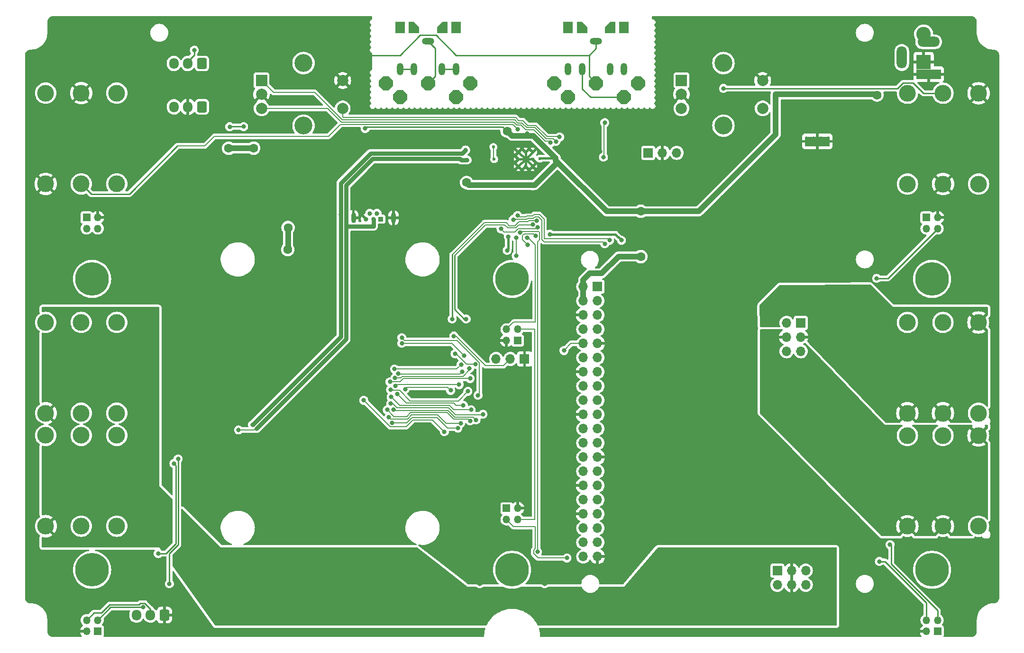
<source format=gbr>
%TF.GenerationSoftware,KiCad,Pcbnew,7.0.9-7.0.9~ubuntu23.04.1*%
%TF.CreationDate,2023-12-02T18:57:53+00:00*%
%TF.ProjectId,pedalboard-hw,70656461-6c62-46f6-9172-642d68772e6b,3.0.2-RC*%
%TF.SameCoordinates,Original*%
%TF.FileFunction,Copper,L2,Bot*%
%TF.FilePolarity,Positive*%
%FSLAX46Y46*%
G04 Gerber Fmt 4.6, Leading zero omitted, Abs format (unit mm)*
G04 Created by KiCad (PCBNEW 7.0.9-7.0.9~ubuntu23.04.1) date 2023-12-02 18:57:53*
%MOMM*%
%LPD*%
G01*
G04 APERTURE LIST*
G04 Aperture macros list*
%AMRoundRect*
0 Rectangle with rounded corners*
0 $1 Rounding radius*
0 $2 $3 $4 $5 $6 $7 $8 $9 X,Y pos of 4 corners*
0 Add a 4 corners polygon primitive as box body*
4,1,4,$2,$3,$4,$5,$6,$7,$8,$9,$2,$3,0*
0 Add four circle primitives for the rounded corners*
1,1,$1+$1,$2,$3*
1,1,$1+$1,$4,$5*
1,1,$1+$1,$6,$7*
1,1,$1+$1,$8,$9*
0 Add four rect primitives between the rounded corners*
20,1,$1+$1,$2,$3,$4,$5,0*
20,1,$1+$1,$4,$5,$6,$7,0*
20,1,$1+$1,$6,$7,$8,$9,0*
20,1,$1+$1,$8,$9,$2,$3,0*%
%AMOutline5P*
0 Free polygon, 5 corners , with rotation*
0 The origin of the aperture is its center*
0 number of corners: always 5*
0 $1 to $10 corner X, Y*
0 $11 Rotation angle, in degrees counterclockwise*
0 create outline with 5 corners*
4,1,5,$1,$2,$3,$4,$5,$6,$7,$8,$9,$10,$1,$2,$11*%
%AMOutline6P*
0 Free polygon, 6 corners , with rotation*
0 The origin of the aperture is its center*
0 number of corners: always 6*
0 $1 to $12 corner X, Y*
0 $13 Rotation angle, in degrees counterclockwise*
0 create outline with 6 corners*
4,1,6,$1,$2,$3,$4,$5,$6,$7,$8,$9,$10,$11,$12,$1,$2,$13*%
%AMOutline7P*
0 Free polygon, 7 corners , with rotation*
0 The origin of the aperture is its center*
0 number of corners: always 7*
0 $1 to $14 corner X, Y*
0 $15 Rotation angle, in degrees counterclockwise*
0 create outline with 7 corners*
4,1,7,$1,$2,$3,$4,$5,$6,$7,$8,$9,$10,$11,$12,$13,$14,$1,$2,$15*%
%AMOutline8P*
0 Free polygon, 8 corners , with rotation*
0 The origin of the aperture is its center*
0 number of corners: always 8*
0 $1 to $16 corner X, Y*
0 $17 Rotation angle, in degrees counterclockwise*
0 create outline with 8 corners*
4,1,8,$1,$2,$3,$4,$5,$6,$7,$8,$9,$10,$11,$12,$13,$14,$15,$16,$1,$2,$17*%
G04 Aperture macros list end*
%TA.AperFunction,ComponentPad*%
%ADD10O,1.200000X2.200000*%
%TD*%
%TA.AperFunction,ComponentPad*%
%ADD11O,2.200000X1.200000*%
%TD*%
%TA.AperFunction,ComponentPad*%
%ADD12C,3.000000*%
%TD*%
%TA.AperFunction,ComponentPad*%
%ADD13R,4.400000X1.800000*%
%TD*%
%TA.AperFunction,ComponentPad*%
%ADD14O,4.000000X1.800000*%
%TD*%
%TA.AperFunction,ComponentPad*%
%ADD15O,1.800000X4.000000*%
%TD*%
%TA.AperFunction,ComponentPad*%
%ADD16R,2.600000X2.600000*%
%TD*%
%TA.AperFunction,ComponentPad*%
%ADD17C,2.600000*%
%TD*%
%TA.AperFunction,ComponentPad*%
%ADD18R,1.350000X1.350000*%
%TD*%
%TA.AperFunction,ComponentPad*%
%ADD19O,1.350000X1.350000*%
%TD*%
%TA.AperFunction,ComponentPad*%
%ADD20R,1.700000X1.700000*%
%TD*%
%TA.AperFunction,ComponentPad*%
%ADD21O,1.700000X1.700000*%
%TD*%
%TA.AperFunction,ComponentPad*%
%ADD22R,0.840000X0.840000*%
%TD*%
%TA.AperFunction,ComponentPad*%
%ADD23C,0.840000*%
%TD*%
%TA.AperFunction,ComponentPad*%
%ADD24O,0.850000X1.850000*%
%TD*%
%TA.AperFunction,ComponentPad*%
%ADD25Outline8P,-1.250000X0.517767X-0.517767X1.250000X0.517767X1.250000X1.250000X0.517767X1.250000X-0.517767X0.517767X-1.250000X-0.517767X-1.250000X-1.250000X-0.517767X180.000000*%
%TD*%
%TA.AperFunction,ComponentPad*%
%ADD26Outline8P,-1.250000X0.517767X-0.517767X1.250000X0.517767X1.250000X1.250000X0.517767X1.250000X-0.517767X0.517767X-1.250000X-0.517767X-1.250000X-1.250000X-0.517767X270.000000*%
%TD*%
%TA.AperFunction,ComponentPad*%
%ADD27Outline5P,-0.900000X1.000000X0.900000X1.000000X0.900000X-0.100000X0.000000X-1.000000X-0.900000X-1.000000X180.000000*%
%TD*%
%TA.AperFunction,ComponentPad*%
%ADD28R,1.800000X2.000000*%
%TD*%
%TA.AperFunction,ComponentPad*%
%ADD29Outline5P,-0.900000X1.000000X0.900000X1.000000X0.900000X-1.000000X0.000000X-1.000000X-0.900000X-0.100000X180.000000*%
%TD*%
%TA.AperFunction,ComponentPad*%
%ADD30R,2.000000X2.000000*%
%TD*%
%TA.AperFunction,ComponentPad*%
%ADD31C,2.000000*%
%TD*%
%TA.AperFunction,ComponentPad*%
%ADD32C,3.200000*%
%TD*%
%TA.AperFunction,ComponentPad*%
%ADD33C,0.500000*%
%TD*%
%TA.AperFunction,SMDPad,CuDef*%
%ADD34R,4.400000X1.800000*%
%TD*%
%TA.AperFunction,ComponentPad*%
%ADD35C,0.600000*%
%TD*%
%TA.AperFunction,WasherPad*%
%ADD36C,6.000000*%
%TD*%
%TA.AperFunction,ComponentPad*%
%ADD37RoundRect,0.250000X0.600000X0.725000X-0.600000X0.725000X-0.600000X-0.725000X0.600000X-0.725000X0*%
%TD*%
%TA.AperFunction,ComponentPad*%
%ADD38O,1.700000X1.950000*%
%TD*%
%TA.AperFunction,ViaPad*%
%ADD39C,0.800000*%
%TD*%
%TA.AperFunction,ViaPad*%
%ADD40C,1.600000*%
%TD*%
%TA.AperFunction,ViaPad*%
%ADD41C,0.600000*%
%TD*%
%TA.AperFunction,Conductor*%
%ADD42C,0.250000*%
%TD*%
%TA.AperFunction,Conductor*%
%ADD43C,0.400000*%
%TD*%
%TA.AperFunction,Conductor*%
%ADD44C,0.200000*%
%TD*%
%TA.AperFunction,Conductor*%
%ADD45C,1.000000*%
%TD*%
%TA.AperFunction,Conductor*%
%ADD46C,0.770000*%
%TD*%
G04 APERTURE END LIST*
D10*
%TO.P,J3,R*%
%TO.N,Net-(J24-Pin_1)*%
X125000000Y-29500000D03*
%TO.P,J3,RN*%
X122500000Y-29500000D03*
D11*
%TO.P,J3,S*%
%TO.N,GND*%
X120000000Y-24500000D03*
D10*
%TO.P,J3,T*%
%TO.N,Net-(J24-Pin_3)*%
X115000000Y-29500000D03*
%TO.P,J3,TN*%
X117500000Y-29500000D03*
%TD*%
D12*
%TO.P,J9,R*%
%TO.N,/MIDI/A_EXP2*%
X28050000Y-50000000D03*
%TO.P,J9,RN*%
%TO.N,GND*%
X28050000Y-33770000D03*
%TO.P,J9,S*%
X21700000Y-50000000D03*
%TO.P,J9,SN*%
%TO.N,unconnected-(J9-PadSN)*%
X21700000Y-33770000D03*
%TO.P,J9,T*%
%TO.N,Net-(J9-PadT)*%
X34400000Y-50000000D03*
%TO.P,J9,TN*%
%TO.N,unconnected-(J9-PadTN)*%
X34400000Y-33770000D03*
%TD*%
%TO.P,J17,R*%
%TO.N,unconnected-(J17-PadR)*%
X28050000Y-111200000D03*
%TO.P,J17,RN*%
%TO.N,unconnected-(J17-PadRN)*%
X28050000Y-94970000D03*
%TO.P,J17,S*%
%TO.N,/Audio/GND_out*%
X21700000Y-111200000D03*
%TO.P,J17,SN*%
%TO.N,Net-(JP3-A)*%
X21700000Y-94970000D03*
%TO.P,J17,T*%
%TO.N,Net-(J25-out_L)*%
X34400000Y-111200000D03*
%TO.P,J17,TN*%
%TO.N,unconnected-(J17-PadTN)*%
X34400000Y-94970000D03*
%TD*%
D13*
%TO.P,J7,1*%
%TO.N,GND*%
X179400000Y-30400000D03*
D14*
%TO.P,J7,2*%
%TO.N,/Power Supply/unfused*%
X179400000Y-24600000D03*
D15*
%TO.P,J7,3*%
%TO.N,unconnected-(J7-Pad3)*%
X174600000Y-27400000D03*
%TD*%
D16*
%TO.P,J6,1,Pin_1*%
%TO.N,GND*%
X178500000Y-28210000D03*
D17*
%TO.P,J6,2,Pin_2*%
%TO.N,/Power Supply/unfused*%
X178500000Y-23210000D03*
%TD*%
D18*
%TO.P,J8,1,Pin_1*%
%TO.N,+5VP*%
X29000000Y-56000000D03*
D19*
%TO.P,J8,2,Pin_2*%
%TO.N,GND*%
X31000000Y-56000000D03*
%TO.P,J8,3,Pin_3*%
%TO.N,Net-(J14-Pin_4)*%
X29000000Y-58000000D03*
%TO.P,J8,4,Pin_4*%
%TO.N,Net-(J21-Pin_3)*%
X31000000Y-58000000D03*
%TD*%
D12*
%TO.P,J18,R*%
%TO.N,unconnected-(J18-PadR)*%
X28050000Y-91000000D03*
%TO.P,J18,RN*%
%TO.N,unconnected-(J18-PadRN)*%
X28050000Y-74770000D03*
%TO.P,J18,S*%
%TO.N,/Audio/GND_out*%
X21700000Y-91000000D03*
%TO.P,J18,SN*%
%TO.N,unconnected-(J18-PadSN)*%
X21700000Y-74770000D03*
%TO.P,J18,T*%
%TO.N,Net-(J25-out_R)*%
X34400000Y-91000000D03*
%TO.P,J18,TN*%
%TO.N,unconnected-(J18-PadTN)*%
X34400000Y-74770000D03*
%TD*%
%TO.P,J20,R*%
%TO.N,/Audio/in_L-*%
X181950000Y-94995000D03*
%TO.P,J20,RN*%
%TO.N,/Audio/GND_in_L*%
X181950000Y-111225000D03*
%TO.P,J20,S*%
X188300000Y-94995000D03*
%TO.P,J20,SN*%
%TO.N,Net-(JP4-A)*%
X188300000Y-111225000D03*
%TO.P,J20,T*%
%TO.N,/Audio/in_L+*%
X175600000Y-94995000D03*
%TO.P,J20,TN*%
%TO.N,/Audio/GND_in_L*%
X175600000Y-111225000D03*
%TD*%
D20*
%TO.P,J12,1,Pin_1*%
%TO.N,/MIDI/SWCLK*%
X129315000Y-44450000D03*
D21*
%TO.P,J12,2,Pin_2*%
%TO.N,GND*%
X131855000Y-44450000D03*
%TO.P,J12,3,Pin_3*%
%TO.N,/MIDI/SWD*%
X134395000Y-44450000D03*
%TD*%
D18*
%TO.P,J22,1,Pin_1*%
%TO.N,+5VP*%
X181000000Y-130000000D03*
D19*
%TO.P,J22,2,Pin_2*%
%TO.N,GND*%
X179000000Y-130000000D03*
%TO.P,J22,3,Pin_3*%
%TO.N,Net-(J13-Pin_4)*%
X181000000Y-128000000D03*
%TO.P,J22,4,Pin_4*%
%TO.N,Net-(J19-Pin_3)*%
X179000000Y-128000000D03*
%TD*%
D18*
%TO.P,J21,1,Pin_1*%
%TO.N,+5VP*%
X31000000Y-130000000D03*
D19*
%TO.P,J21,2,Pin_2*%
%TO.N,GND*%
X29000000Y-130000000D03*
%TO.P,J21,3,Pin_3*%
%TO.N,Net-(J21-Pin_3)*%
X31000000Y-128000000D03*
%TO.P,J21,4,Pin_4*%
%TO.N,Net-(J21-Pin_4)*%
X29000000Y-128000000D03*
%TD*%
D18*
%TO.P,J14,1,Pin_1*%
%TO.N,+5VP*%
X106000000Y-78000000D03*
D19*
%TO.P,J14,2,Pin_2*%
%TO.N,GND*%
X104000000Y-78000000D03*
%TO.P,J14,3,Pin_3*%
%TO.N,Net-(J14-Pin_3)*%
X106000000Y-76000000D03*
%TO.P,J14,4,Pin_4*%
%TO.N,Net-(J14-Pin_4)*%
X104000000Y-76000000D03*
%TD*%
D22*
%TO.P,J10,1,VBUS*%
%TO.N,VBUS*%
X81540000Y-56290000D03*
D23*
%TO.P,J10,2,D-*%
%TO.N,/Connectivity/USB2_N*%
X80890000Y-55290000D03*
%TO.P,J10,3,D+*%
%TO.N,/Connectivity/USB2_P*%
X80240000Y-56290000D03*
%TO.P,J10,4,ID*%
%TO.N,unconnected-(J10-ID-Pad4)*%
X79590000Y-55290000D03*
%TO.P,J10,5,GND*%
%TO.N,GND*%
X78940000Y-56290000D03*
D24*
%TO.P,J10,6,Shield*%
X83815000Y-56070000D03*
X76665000Y-56070000D03*
%TD*%
D12*
%TO.P,J5,R*%
%TO.N,/MIDI/A_EXP1*%
X181965000Y-33800000D03*
%TO.P,J5,RN*%
%TO.N,GND*%
X181965000Y-50030000D03*
%TO.P,J5,S*%
X188315000Y-33800000D03*
%TO.P,J5,SN*%
%TO.N,unconnected-(J5-PadSN)*%
X188315000Y-50030000D03*
%TO.P,J5,T*%
%TO.N,Net-(J5-PadT)*%
X175615000Y-33800000D03*
%TO.P,J5,TN*%
%TO.N,unconnected-(J5-PadTN)*%
X175615000Y-50030000D03*
%TD*%
D25*
%TO.P,J4,1*%
%TO.N,unconnected-(J4-Pad1)*%
X112500000Y-32000000D03*
D26*
%TO.P,J4,2*%
%TO.N,GND*%
X120000000Y-32000000D03*
D25*
%TO.P,J4,3*%
%TO.N,unconnected-(J4-Pad3)*%
X127500000Y-32000000D03*
%TO.P,J4,4*%
%TO.N,Net-(J24-Pin_1)*%
X115000000Y-34500000D03*
%TO.P,J4,5*%
%TO.N,Net-(J24-Pin_3)*%
X125000000Y-34500000D03*
D27*
%TO.P,J4,PE*%
%TO.N,N/C*%
X122500000Y-22000000D03*
D28*
%TO.P,J4,PE1*%
X125000000Y-22000000D03*
%TO.P,J4,PE2*%
X115000000Y-22000000D03*
D29*
%TO.P,J4,PE@*%
X117500000Y-22000000D03*
%TD*%
D30*
%TO.P,SW1,A,A*%
%TO.N,/MIDI/ROT_VOL_A*%
X60250000Y-31500000D03*
D31*
%TO.P,SW1,B,B*%
%TO.N,/MIDI/ROT_VOL_B*%
X60250000Y-36500000D03*
%TO.P,SW1,C,C*%
%TO.N,GND*%
X60250000Y-34000000D03*
D32*
%TO.P,SW1,MP*%
%TO.N,N/C*%
X67750000Y-28400000D03*
X67750000Y-39600000D03*
D31*
%TO.P,SW1,S1,S1*%
%TO.N,/MIDI/SW_VOL*%
X74750000Y-36500000D03*
%TO.P,SW1,S2,S2*%
%TO.N,GND*%
X74750000Y-31500000D03*
%TD*%
D33*
%TO.P,U6,9,EP*%
%TO.N,GND*%
X161470000Y-41750000D03*
X160170000Y-41750000D03*
X158870000Y-41750000D03*
X157570000Y-41750000D03*
D34*
X159520000Y-42400000D03*
D33*
X161470000Y-43050000D03*
X160170000Y-43050000D03*
X158870000Y-43050000D03*
X157570000Y-43050000D03*
%TD*%
D18*
%TO.P,J13,1,Pin_1*%
%TO.N,+5VP*%
X179000000Y-56000000D03*
D19*
%TO.P,J13,2,Pin_2*%
%TO.N,GND*%
X181000000Y-56000000D03*
%TO.P,J13,3,Pin_3*%
%TO.N,Net-(D6-DOUT)*%
X179000000Y-58000000D03*
%TO.P,J13,4,Pin_4*%
%TO.N,Net-(J13-Pin_4)*%
X181000000Y-58000000D03*
%TD*%
D20*
%TO.P,J15,1,Pin_1*%
%TO.N,GND*%
X107225000Y-81300000D03*
D21*
%TO.P,J15,2,Pin_2*%
%TO.N,/Audio/CM4_GPIO14*%
X104685000Y-81300000D03*
%TO.P,J15,3,Pin_3*%
%TO.N,/Audio/CM4_GPIO15*%
X102145000Y-81300000D03*
%TD*%
D12*
%TO.P,J16,R*%
%TO.N,/Audio/in_R-*%
X181950000Y-74780000D03*
%TO.P,J16,RN*%
%TO.N,/Audio/GND_in_R*%
X181950000Y-91010000D03*
%TO.P,J16,S*%
X188300000Y-74780000D03*
%TO.P,J16,SN*%
%TO.N,unconnected-(J16-PadSN)*%
X188300000Y-91010000D03*
%TO.P,J16,T*%
%TO.N,/Audio/in_R+*%
X175600000Y-74780000D03*
%TO.P,J16,TN*%
%TO.N,/Audio/GND_in_R*%
X175600000Y-91010000D03*
%TD*%
D35*
%TO.P,U4,57,GND*%
%TO.N,GND*%
X106125000Y-46875000D03*
X107400000Y-46875000D03*
X108675000Y-46875000D03*
X106125000Y-45600000D03*
X107400000Y-45600000D03*
X108675000Y-45600000D03*
X106125000Y-44325000D03*
X107400000Y-44325000D03*
X108675000Y-44325000D03*
%TD*%
D18*
%TO.P,J19,1,Pin_1*%
%TO.N,+5VP*%
X104000000Y-108000000D03*
D19*
%TO.P,J19,2,Pin_2*%
%TO.N,GND*%
X106000000Y-108000000D03*
%TO.P,J19,3,Pin_3*%
%TO.N,Net-(J19-Pin_3)*%
X104000000Y-110000000D03*
%TO.P,J19,4,Pin_4*%
%TO.N,Net-(J14-Pin_3)*%
X106000000Y-110000000D03*
%TD*%
D30*
%TO.P,SW2,A,A*%
%TO.N,/MIDI/ROT_GAIN_A*%
X135250000Y-31500000D03*
D31*
%TO.P,SW2,B,B*%
%TO.N,/MIDI/ROT_GAIN_B*%
X135250000Y-36500000D03*
%TO.P,SW2,C,C*%
%TO.N,GND*%
X135250000Y-34000000D03*
D32*
%TO.P,SW2,MP*%
%TO.N,N/C*%
X142750000Y-28400000D03*
X142750000Y-39600000D03*
D31*
%TO.P,SW2,S1,S1*%
%TO.N,/MIDI/SW_GAIN*%
X149750000Y-36500000D03*
%TO.P,SW2,S2,S2*%
%TO.N,GND*%
X149750000Y-31500000D03*
%TD*%
D25*
%TO.P,J2,1*%
%TO.N,unconnected-(J2-Pad1)*%
X82500000Y-32000000D03*
D26*
%TO.P,J2,2*%
%TO.N,Net-(J23-Pin_2)*%
X90000000Y-32000000D03*
D25*
%TO.P,J2,3*%
%TO.N,unconnected-(J2-Pad3)*%
X97500000Y-32000000D03*
%TO.P,J2,4*%
%TO.N,Net-(J23-Pin_1)*%
X85000000Y-34500000D03*
%TO.P,J2,5*%
%TO.N,Net-(J23-Pin_3)*%
X95000000Y-34500000D03*
D27*
%TO.P,J2,PE*%
%TO.N,N/C*%
X92500000Y-22000000D03*
D28*
%TO.P,J2,PE1*%
X95000000Y-22000000D03*
%TO.P,J2,PE2*%
X85000000Y-22000000D03*
D29*
%TO.P,J2,PE@*%
X87500000Y-22000000D03*
%TD*%
D10*
%TO.P,J1,R*%
%TO.N,Net-(J23-Pin_1)*%
X94994500Y-29500000D03*
%TO.P,J1,RN*%
X92494500Y-29500000D03*
D11*
%TO.P,J1,S*%
%TO.N,Net-(J23-Pin_2)*%
X89994500Y-24500000D03*
D10*
%TO.P,J1,T*%
%TO.N,Net-(J23-Pin_3)*%
X84994500Y-29500000D03*
%TO.P,J1,TN*%
X87494500Y-29500000D03*
%TD*%
D36*
%TO.P,H13,*%
%TO.N,*%
X30000000Y-119000000D03*
%TD*%
%TO.P,H9,*%
%TO.N,*%
X105000000Y-67000000D03*
%TD*%
%TO.P,H10,*%
%TO.N,*%
X30000000Y-67000000D03*
%TD*%
%TO.P,H8,*%
%TO.N,*%
X180000000Y-67000000D03*
%TD*%
%TO.P,H12,*%
%TO.N,*%
X105000000Y-119000000D03*
%TD*%
D37*
%TO.P,J23,1,Pin_1*%
%TO.N,Net-(J23-Pin_1)*%
X49600000Y-28475000D03*
D38*
%TO.P,J23,2,Pin_2*%
%TO.N,Net-(J23-Pin_2)*%
X47100000Y-28475000D03*
%TO.P,J23,3,Pin_3*%
%TO.N,Net-(J23-Pin_3)*%
X44600000Y-28475000D03*
%TD*%
D37*
%TO.P,J26,1,Pin_1*%
%TO.N,GND*%
X42900000Y-127100000D03*
D38*
%TO.P,J26,2,Pin_2*%
%TO.N,Net-(J21-Pin_4)*%
X40400000Y-127100000D03*
%TO.P,J26,3,Pin_3*%
%TO.N,+5VP*%
X37900000Y-127100000D03*
%TD*%
D36*
%TO.P,H11,*%
%TO.N,*%
X180000000Y-119000000D03*
%TD*%
D20*
%TO.P,J25,1,3V3*%
%TO.N,/Audio/CM4_3V3*%
X120250000Y-68375600D03*
D21*
%TO.P,J25,2,5V*%
%TO.N,+5VP*%
X117710000Y-68375600D03*
%TO.P,J25,3,SDA/GPIO2*%
%TO.N,/Audio/conf_i2c_sda*%
X120250000Y-70915600D03*
%TO.P,J25,4,5V*%
%TO.N,+5VP*%
X117710000Y-70915600D03*
%TO.P,J25,5,SCL/GPIO3*%
%TO.N,/Audio/conf_i2c_scl*%
X120250000Y-73455600D03*
%TO.P,J25,6,GND*%
%TO.N,GND*%
X117710000Y-73455600D03*
%TO.P,J25,7,GCLK0/GPIO4*%
%TO.N,/Audio/CM4_GPIO4*%
X120250000Y-75995600D03*
%TO.P,J25,8,GPIO14/TXD*%
%TO.N,/Audio/CM4_GPIO14*%
X117710000Y-75995600D03*
%TO.P,J25,9,GND*%
%TO.N,GND*%
X120250000Y-78535600D03*
%TO.P,J25,10,GPIO15/RXD*%
%TO.N,/Audio/CM4_GPIO15*%
X117710000Y-78535600D03*
%TO.P,J25,11,GPIO17*%
%TO.N,/Audio/CM4_GPIO17*%
X120250000Y-81075600D03*
%TO.P,J25,12,GPIO18/PWM0*%
%TO.N,/Audio/audio_pcm_clk*%
X117710000Y-81075600D03*
%TO.P,J25,13,GPIO27*%
%TO.N,/Audio/audio_in_stereo*%
X120250000Y-83615600D03*
%TO.P,J25,14,GND*%
%TO.N,GND*%
X117710000Y-83615600D03*
%TO.P,J25,15,GPIO22*%
%TO.N,/Audio/CM4_GPIO22*%
X120250000Y-86155600D03*
%TO.P,J25,16,GPIO23*%
%TO.N,/Audio/CM4_GPIO23*%
X117710000Y-86155600D03*
%TO.P,J25,17,3V3*%
%TO.N,/Audio/CM4_3V3*%
X120250000Y-88695600D03*
%TO.P,J25,18,GPIO24*%
%TO.N,/Audio/CM4_GPIO24*%
X117710000Y-88695600D03*
%TO.P,J25,19,MOSI0/GPIO10*%
%TO.N,/Audio/CM4_GPIO10*%
X120250000Y-91235600D03*
%TO.P,J25,20,GND*%
%TO.N,GND*%
X117710000Y-91235600D03*
%TO.P,J25,21,MISO0/GPIO9*%
%TO.N,/Audio/CM4_GPIO9*%
X120250000Y-93775600D03*
%TO.P,J25,22,GPIO25*%
%TO.N,/Audio/CM4_GPIO25*%
X117710000Y-93775600D03*
%TO.P,J25,23,SCLK0/GPIO11*%
%TO.N,/Audio/CM4_GPIO11*%
X120250000Y-96315600D03*
%TO.P,J25,24,~{CE0}/GPIO8*%
%TO.N,/Audio/CM4_GPIO8*%
X117710000Y-96315600D03*
%TO.P,J25,25,GND*%
%TO.N,GND*%
X120250000Y-98855600D03*
%TO.P,J25,26,~{CE1}/GPIO7*%
%TO.N,/Audio/CM4_GPIO7*%
X117710000Y-98855600D03*
%TO.P,J25,27,ID_SD/GPIO0*%
%TO.N,/Audio/CM4_ID_SD*%
X120250000Y-101395600D03*
%TO.P,J25,28,ID_SC/GPIO1*%
%TO.N,/Audio/CM4_ID_SC*%
X117710000Y-101395600D03*
%TO.P,J25,29,GCLK1/GPIO5*%
%TO.N,/Audio/CM4_GPIO5*%
X120250000Y-103935600D03*
%TO.P,J25,30,GND*%
%TO.N,GND*%
X117710000Y-103935600D03*
%TO.P,J25,31,GCLK2/GPIO6*%
%TO.N,/Audio/CM4_GPIO6*%
X120250000Y-106475600D03*
%TO.P,J25,32,PWM0/GPIO12*%
%TO.N,/Audio/CM4_GPIO12*%
X117710000Y-106475600D03*
%TO.P,J25,33,PWM1/GPIO13*%
%TO.N,/Audio/CM4_GPIO13*%
X120250000Y-109015600D03*
%TO.P,J25,34,GND*%
%TO.N,GND*%
X117710000Y-109015600D03*
%TO.P,J25,35,GPIO19/MISO1*%
%TO.N,/Audio/audio_pcm_fs*%
X120250000Y-111555600D03*
%TO.P,J25,36,GPIO16*%
%TO.N,/Audio/CM4_GPIO16*%
X117710000Y-111555600D03*
%TO.P,J25,37,GPIO26*%
%TO.N,/Audio/audio_out_stereo*%
X120250000Y-114095600D03*
%TO.P,J25,38,GPIO20/MOSI1*%
%TO.N,/Audio/audio_pcm_din*%
X117710000Y-114095600D03*
%TO.P,J25,39,GND*%
%TO.N,GND*%
X120250000Y-116635600D03*
%TO.P,J25,40,GPIO21/SCLK1*%
%TO.N,/Audio/audio_pcm_dout*%
X117710000Y-116635600D03*
D20*
%TO.P,J25,41,in_R-*%
%TO.N,/Audio/in_R-*%
X156555000Y-74845600D03*
D21*
%TO.P,J25,42,in_R+*%
%TO.N,/Audio/in_R+*%
X154015000Y-74845600D03*
%TO.P,J25,43,in_GND*%
%TO.N,/Audio/GND_in_R*%
X156555000Y-77385600D03*
%TO.P,J25,44,in_GND*%
%TO.N,/Audio/GND_in_L*%
X154015000Y-77385600D03*
%TO.P,J25,45,in_L+*%
%TO.N,/Audio/in_L+*%
X156555000Y-79925600D03*
%TO.P,J25,46,in_L-*%
%TO.N,/Audio/in_L-*%
X154015000Y-79925600D03*
D20*
%TO.P,J25,47,out_5V*%
%TO.N,unconnected-(J25-out_5V-Pad47)*%
X152380000Y-119150600D03*
D21*
%TO.P,J25,48,out_R*%
%TO.N,Net-(J25-out_R)*%
X152380000Y-121690600D03*
%TO.P,J25,49,out_GND*%
%TO.N,/Audio/GND_out*%
X154920000Y-119150600D03*
%TO.P,J25,50,out_GND*%
X154920000Y-121690600D03*
%TO.P,J25,51,out_5V*%
%TO.N,unconnected-(J25-out_5V-Pad51)*%
X157460000Y-119150600D03*
%TO.P,J25,52,out_L*%
%TO.N,Net-(J25-out_L)*%
X157460000Y-121690600D03*
%TD*%
D37*
%TO.P,J24,1,Pin_1*%
%TO.N,Net-(J24-Pin_1)*%
X49600000Y-36225000D03*
D38*
%TO.P,J24,2,Pin_2*%
%TO.N,GND*%
X47100000Y-36225000D03*
%TO.P,J24,3,Pin_3*%
%TO.N,Net-(J24-Pin_3)*%
X44600000Y-36225000D03*
%TD*%
D39*
%TO.N,GND*%
X95140000Y-41560000D03*
X153500000Y-44500000D03*
X87100000Y-47900000D03*
X165500000Y-43500000D03*
X153270000Y-53210000D03*
X159640000Y-52290000D03*
X89500000Y-81500000D03*
X145900000Y-49600000D03*
X63050000Y-48700000D03*
X153500000Y-43000000D03*
X86700000Y-75600000D03*
X136800000Y-60000000D03*
X152650000Y-49670000D03*
X157500000Y-23000000D03*
X102050500Y-40901851D03*
X74900000Y-46200000D03*
X55500000Y-78000000D03*
X155500000Y-25000000D03*
X154340000Y-27900000D03*
X121700000Y-52600000D03*
X167000000Y-32000000D03*
X157000000Y-32000000D03*
X70900000Y-49600000D03*
X99200000Y-121500000D03*
X155480000Y-52260000D03*
X168960000Y-52060000D03*
X168500000Y-30500000D03*
X110080000Y-38950000D03*
X91510000Y-53960000D03*
X116760000Y-45120000D03*
X157600000Y-52250000D03*
X37000000Y-122600000D03*
X165500000Y-35500000D03*
X165500000Y-37500000D03*
X164000000Y-32000000D03*
X48100000Y-62500600D03*
X35800000Y-69500000D03*
X161520000Y-52290000D03*
X46400000Y-26100000D03*
X185800000Y-69500000D03*
X153250000Y-50860000D03*
X120750000Y-44200000D03*
X167000000Y-35500000D03*
X55500000Y-85500000D03*
X167000000Y-30500000D03*
X89500000Y-87600000D03*
X171500000Y-22500000D03*
X55500000Y-75000000D03*
X55500000Y-90500000D03*
X165500000Y-39500000D03*
X55500000Y-80500000D03*
X89500000Y-96000000D03*
X155500000Y-32000000D03*
X86600000Y-80300000D03*
X111600000Y-52500000D03*
X24200000Y-69500000D03*
X161500000Y-47000000D03*
X153500000Y-41500000D03*
X24200000Y-121500000D03*
X154650000Y-49670000D03*
X167000000Y-37500000D03*
X99040000Y-42400000D03*
X174200000Y-69400000D03*
X103520000Y-54220000D03*
X153500000Y-40000000D03*
X167000000Y-45500000D03*
X159500000Y-23000000D03*
X185800000Y-121450000D03*
X55500000Y-93000000D03*
X153500000Y-38500000D03*
X153500000Y-35500000D03*
X142550000Y-52400000D03*
X165500000Y-45500000D03*
X94100000Y-49800000D03*
X108550000Y-53200000D03*
X169000000Y-50000000D03*
X174200000Y-121500000D03*
X155000000Y-35500000D03*
X155500000Y-27000000D03*
X167000000Y-41500000D03*
X164000000Y-35500000D03*
X144150000Y-44250000D03*
X161500000Y-49000000D03*
X153500000Y-37000000D03*
X157000000Y-49670000D03*
X55500000Y-83000000D03*
X164000000Y-37500000D03*
X120900000Y-49600000D03*
X155000000Y-37000000D03*
X97970000Y-40980000D03*
X110800000Y-121500000D03*
X55500000Y-88000000D03*
X170000000Y-26000000D03*
X155500000Y-23000000D03*
X161500000Y-23000000D03*
X55300000Y-33650000D03*
X165500000Y-41500000D03*
X167000000Y-39500000D03*
X89500000Y-93500000D03*
X101459500Y-54910000D03*
X167000000Y-43500000D03*
X99200000Y-69600000D03*
X130410000Y-52220000D03*
X113310000Y-49350000D03*
X55500000Y-95500000D03*
X110800000Y-69900000D03*
%TO.N,Net-(J23-Pin_2)*%
X48249500Y-26100000D03*
%TO.N,/LEDs/RGB_DATA*%
X109564970Y-57788013D03*
X103030000Y-58049500D03*
%TO.N,Net-(D3-DOUT)*%
X121320000Y-45210000D03*
X121550000Y-39050500D03*
%TO.N,+3V3*%
X78750000Y-40110000D03*
D40*
X96870000Y-49750000D03*
D39*
X57060000Y-39760000D03*
X112792822Y-45433603D03*
D40*
X104100500Y-40550000D03*
D39*
X54570000Y-39780000D03*
D40*
X170180000Y-34104500D03*
X128000000Y-54900000D03*
D41*
X109954871Y-45486615D03*
X108679996Y-50463478D03*
D39*
X107701567Y-41027276D03*
D41*
%TO.N,+1V1*%
X101800000Y-45560000D03*
X101660000Y-43410000D03*
D39*
%TO.N,/Audio/CM4_GPIO13*%
X95816257Y-92805501D03*
X83000000Y-91700000D03*
%TO.N,/Audio/conf_i2c_sda*%
X95900000Y-82300000D03*
X84000000Y-83100000D03*
%TO.N,/Audio/conf_i2c_scl*%
X96058879Y-83599500D03*
X84700353Y-83899647D03*
%TO.N,/Audio/audio_in_stereo*%
X84133755Y-86087142D03*
X95537944Y-85893736D03*
%TO.N,VBUS*%
X104345332Y-59435332D03*
X111730000Y-59000500D03*
X104120000Y-61889500D03*
X124540332Y-60090332D03*
%TO.N,/MIDI/A_EXP1*%
X142757299Y-32932701D03*
%TO.N,/Audio/audio_pcm_fs*%
X83525685Y-92713715D03*
X95302419Y-93662808D03*
%TO.N,/MIDI/SW_D*%
X109199500Y-59300000D03*
X107801405Y-60872211D03*
%TO.N,/MIDI/SW_E*%
X105710000Y-59590500D03*
X105740000Y-62840000D03*
%TO.N,/MIDI/SW_F*%
X122387250Y-60087250D03*
X105980588Y-55650500D03*
%TO.N,/MIDI/SW_A*%
X41800000Y-116100000D03*
X44610000Y-100000000D03*
%TO.N,/MIDI/SW_B*%
X106409500Y-58703193D03*
X109550000Y-115800000D03*
%TO.N,/MIDI/SW_C*%
X105199500Y-56370000D03*
X121550000Y-60700000D03*
%TO.N,/MIDI/ROT_VOL_A*%
X112850000Y-42399000D03*
%TO.N,/MIDI/ROT_VOL_B*%
X111819414Y-42649500D03*
%TO.N,/MIDI/SW_VOL*%
X113487382Y-41629098D03*
%TO.N,/Audio/GND_in_L*%
X178800000Y-93800000D03*
D40*
%TO.N,+5VP*%
X128000000Y-63000000D03*
X58850000Y-43610000D03*
X65000000Y-57810000D03*
X64930000Y-61750000D03*
X54390000Y-43630000D03*
D39*
%TO.N,/Audio/CM4_3V3*%
X85300000Y-78500000D03*
X96400000Y-80700000D03*
X98917395Y-87799500D03*
X85300000Y-77500000D03*
%TO.N,/Audio/CM4_GPIO6*%
X82700000Y-90400000D03*
X97511449Y-92382343D03*
%TO.N,/Audio/CM4_GPIO5*%
X83798953Y-90387491D03*
X98557000Y-92199500D03*
%TO.N,/Audio/CM4_ID_SD*%
X83350000Y-89250000D03*
X99800000Y-91200000D03*
%TO.N,/Audio/CM4_GPIO11*%
X83400000Y-88100000D03*
X97683894Y-90399000D03*
%TO.N,/Audio/CM4_GPIO9*%
X96300000Y-89599000D03*
X84500000Y-87599500D03*
%TO.N,/Audio/CM4_GPIO10*%
X85900000Y-86699500D03*
X94024728Y-86925400D03*
%TO.N,/Audio/CM4_GPIO22*%
X97100000Y-87100000D03*
X83300000Y-86787142D03*
%TO.N,/Audio/CM4_GPIO17*%
X97500000Y-84800000D03*
X83200000Y-85400000D03*
%TO.N,/Audio/CM4_GPIO15*%
X114260500Y-79800500D03*
%TO.N,/Audio/CM4_GPIO4*%
X84074635Y-84687642D03*
X97400000Y-83000500D03*
%TO.N,/Audio/CM4_GPIO14*%
X94610000Y-77200000D03*
X94810000Y-80370000D03*
X98448690Y-82241159D03*
%TO.N,/Audio/CM4_LED_ACT*%
X78500000Y-88700000D03*
X92900000Y-94300000D03*
%TO.N,/Connectivity/USB2_N*%
X74423400Y-55520000D03*
X58650000Y-93100000D03*
X96700000Y-43950000D03*
%TO.N,/Connectivity/USB2_P*%
X56150000Y-94000000D03*
X96970000Y-45713700D03*
%TO.N,/MIDI/A_EXP2*%
X106000000Y-40200000D03*
%TO.N,Net-(J14-Pin_4)*%
X107695203Y-59639500D03*
%TO.N,Net-(J21-Pin_3)*%
X43800000Y-121500000D03*
X45350000Y-99190000D03*
X39100000Y-125700000D03*
%TO.N,Net-(J13-Pin_4)*%
X172500000Y-114500000D03*
X170100000Y-66900000D03*
%TO.N,Net-(J19-Pin_3)*%
X170587701Y-117512299D03*
X114800000Y-116900000D03*
%TO.N,Net-(JP1-B)*%
X94300000Y-74150000D03*
X109400939Y-56574659D03*
%TO.N,Net-(JP2-B)*%
X96800000Y-74150000D03*
X108700000Y-57287182D03*
%TD*%
D42*
%TO.N,GND*%
X85000000Y-27000000D02*
X88600000Y-23400000D01*
D43*
X107400000Y-44325000D02*
X107400000Y-46875000D01*
X107400000Y-45600000D02*
X106125000Y-46875000D01*
D42*
X118750000Y-30750000D02*
X120000000Y-32000000D01*
D43*
X106125000Y-45600000D02*
X108675000Y-45600000D01*
D42*
X118750000Y-27000000D02*
X118750000Y-30750000D01*
X88600000Y-23400000D02*
X91400000Y-23400000D01*
X120000000Y-25750000D02*
X120000000Y-24500000D01*
X95000000Y-27000000D02*
X118750000Y-27000000D01*
D43*
X107400000Y-45600000D02*
X106125000Y-44325000D01*
X107400000Y-45600000D02*
X108675000Y-46875000D01*
X107400000Y-45600000D02*
X108675000Y-44325000D01*
D42*
X76300000Y-27000000D02*
X85000000Y-27000000D01*
X118750000Y-27000000D02*
X120000000Y-25750000D01*
X91400000Y-23400000D02*
X95000000Y-27000000D01*
%TO.N,Net-(J23-Pin_2)*%
X48249500Y-26925500D02*
X48249500Y-26100000D01*
X91250000Y-25755500D02*
X89994500Y-24500000D01*
X90000000Y-32000000D02*
X91250000Y-30750000D01*
X48249500Y-26925500D02*
X46700000Y-28475000D01*
X91250000Y-30750000D02*
X91250000Y-25755500D01*
D44*
%TO.N,/LEDs/RGB_DATA*%
X106113318Y-57986682D02*
X109366301Y-57986682D01*
X103030000Y-58049500D02*
X103553035Y-58572535D01*
X105527465Y-58572535D02*
X106113318Y-57986682D01*
X109366301Y-57986682D02*
X109564970Y-57788013D01*
X103553035Y-58572535D02*
X105527465Y-58572535D01*
%TO.N,Net-(D3-DOUT)*%
X121450000Y-45080000D02*
X121450000Y-39150000D01*
X121549500Y-39050500D02*
X121550000Y-39050500D01*
X121450000Y-39150000D02*
X121549500Y-39050500D01*
X121320000Y-45210000D02*
X121450000Y-45080000D01*
D45*
%TO.N,+3V3*%
X112792822Y-45433603D02*
X112792822Y-45379218D01*
D42*
X103325500Y-39775000D02*
X104100500Y-40550000D01*
D45*
X112792822Y-45379218D02*
X108813604Y-41400000D01*
X152070000Y-41132944D02*
X138302943Y-54900000D01*
D43*
X112792822Y-45433603D02*
X110007883Y-45433603D01*
D45*
X170075500Y-34000000D02*
X152070000Y-34000000D01*
D42*
X79085000Y-39775000D02*
X103325500Y-39775000D01*
D45*
X108813604Y-41400000D02*
X105000000Y-41400000D01*
X152070000Y-34000000D02*
X152070000Y-41132944D01*
X138302943Y-54900000D02*
X128000000Y-54900000D01*
D43*
X110007883Y-45433603D02*
X109954871Y-45486615D01*
D45*
X170180000Y-34104500D02*
X170075500Y-34000000D01*
X97310000Y-50190000D02*
X109060000Y-50190000D01*
D42*
X54590000Y-39760000D02*
X54570000Y-39780000D01*
D45*
X112792822Y-45433603D02*
X112792822Y-45792822D01*
X104150000Y-40550000D02*
X104100500Y-40550000D01*
X112792822Y-45792822D02*
X121900000Y-54900000D01*
D42*
X57060000Y-39760000D02*
X54590000Y-39760000D01*
D45*
X105000000Y-41400000D02*
X104150000Y-40550000D01*
X109060000Y-50190000D02*
X113000000Y-46250000D01*
X96870000Y-49750000D02*
X97310000Y-50190000D01*
D42*
X78750000Y-40110000D02*
X79085000Y-39775000D01*
D45*
X121900000Y-54900000D02*
X128000000Y-54900000D01*
D44*
%TO.N,+1V1*%
X101660000Y-43410000D02*
X101660000Y-45420000D01*
X101660000Y-45420000D02*
X101800000Y-45560000D01*
%TO.N,/Audio/CM4_GPIO13*%
X93205501Y-92805501D02*
X95816257Y-92805501D01*
X83314215Y-92014215D02*
X86351471Y-92014215D01*
X83000000Y-91700000D02*
X83314215Y-92014215D01*
X86351471Y-92014215D02*
X87065686Y-91300000D01*
X91700000Y-91300000D02*
X93205501Y-92805501D01*
X87065686Y-91300000D02*
X91700000Y-91300000D01*
%TO.N,/Audio/conf_i2c_sda*%
X84000000Y-83100000D02*
X95100000Y-83100000D01*
X95100000Y-83100000D02*
X95900000Y-82300000D01*
%TO.N,/Audio/conf_i2c_scl*%
X84700353Y-83899647D02*
X84800706Y-84000000D01*
X95658379Y-84000000D02*
X96058879Y-83599500D01*
X84800706Y-84000000D02*
X95658379Y-84000000D01*
%TO.N,/Audio/audio_in_stereo*%
X84133755Y-86087142D02*
X84320897Y-85900000D01*
X95531680Y-85900000D02*
X95537944Y-85893736D01*
X84320897Y-85900000D02*
X95531680Y-85900000D01*
D43*
%TO.N,VBUS*%
X123450500Y-59000500D02*
X111730000Y-59000500D01*
D44*
X104120000Y-61800000D02*
X104345332Y-61574668D01*
X104120000Y-61800000D02*
X104120000Y-61889500D01*
D43*
X104345332Y-59435332D02*
X104345332Y-61574668D01*
X124540332Y-60090332D02*
X123450500Y-59000500D01*
D42*
%TO.N,/MIDI/A_EXP1*%
X178455000Y-33790000D02*
X181955000Y-33790000D01*
X176655000Y-31975000D02*
X178455000Y-33775000D01*
X142757299Y-32932701D02*
X142804598Y-32980000D01*
X142804598Y-32980000D02*
X173854060Y-32980000D01*
X174859060Y-31975000D02*
X176655000Y-31975000D01*
X178455000Y-33775000D02*
X178455000Y-33790000D01*
X173854060Y-32980000D02*
X174859060Y-31975000D01*
D44*
%TO.N,/Audio/audio_pcm_fs*%
X93497122Y-93662808D02*
X91617157Y-91782843D01*
X95302419Y-93662808D02*
X93497122Y-93662808D01*
X91617157Y-91782843D02*
X87148529Y-91782843D01*
X86217657Y-92713715D02*
X83525685Y-92713715D01*
X87148529Y-91782843D02*
X86217657Y-92713715D01*
%TO.N,/MIDI/SW_D*%
X106887736Y-59958542D02*
X106887736Y-59232264D01*
X107180000Y-58940000D02*
X108839500Y-58940000D01*
X107801405Y-60872211D02*
X106887736Y-59958542D01*
X106887736Y-59232264D02*
X107180000Y-58940000D01*
X108839500Y-58940000D02*
X109199500Y-59300000D01*
%TO.N,/MIDI/SW_E*%
X105710000Y-62810000D02*
X105710000Y-59590500D01*
X105740000Y-62840000D02*
X105710000Y-62810000D01*
%TO.N,/MIDI/SW_F*%
X122387250Y-60087250D02*
X122100000Y-59800000D01*
X110700000Y-59784314D02*
X110700000Y-56318084D01*
X108645303Y-55774659D02*
X107599080Y-55774659D01*
X110715686Y-59800000D02*
X110700000Y-59784314D01*
X110700000Y-56318084D02*
X109856574Y-55474659D01*
X107473738Y-55900000D02*
X106230088Y-55900000D01*
X122100000Y-59800000D02*
X110715686Y-59800000D01*
X108945303Y-55474659D02*
X108645303Y-55774659D01*
X106230088Y-55900000D02*
X105980588Y-55650500D01*
X107599080Y-55774659D02*
X107473738Y-55900000D01*
X109856574Y-55474659D02*
X108945303Y-55474659D01*
D42*
%TO.N,/MIDI/SW_A*%
X44926000Y-100316000D02*
X44610000Y-100000000D01*
X41800000Y-116100000D02*
X43160000Y-116100000D01*
X44926000Y-114334000D02*
X44926000Y-100316000D01*
X43160000Y-116100000D02*
X44926000Y-114334000D01*
D44*
%TO.N,/MIDI/SW_B*%
X109899500Y-58639500D02*
X109899500Y-60000500D01*
X106409500Y-58703193D02*
X106624680Y-58488013D01*
X106624680Y-58488013D02*
X109748013Y-58488013D01*
X109899500Y-60000500D02*
X109550000Y-60350000D01*
X109748013Y-58488013D02*
X109899500Y-58639500D01*
X109550000Y-60350000D02*
X109550000Y-115800000D01*
%TO.N,/MIDI/SW_C*%
X109690889Y-55874659D02*
X110300000Y-56483770D01*
X109110989Y-55874659D02*
X109690889Y-55874659D01*
X110300000Y-56483770D02*
X110300000Y-59950000D01*
X107589424Y-56350000D02*
X107764765Y-56174659D01*
X110300000Y-59950000D02*
X110700000Y-60350000D01*
X107764765Y-56174659D02*
X108810989Y-56174659D01*
X110700000Y-60350000D02*
X121200000Y-60350000D01*
X108810989Y-56174659D02*
X109110989Y-55874659D01*
X121200000Y-60350000D02*
X121550000Y-60700000D01*
X105219500Y-56350000D02*
X107589424Y-56350000D01*
X105199500Y-56370000D02*
X105219500Y-56350000D01*
%TO.N,/MIDI/ROT_VOL_A*%
X74664646Y-38550000D02*
X69764645Y-33650000D01*
X112788950Y-42399000D02*
X112339950Y-41950000D01*
X109037935Y-39927276D02*
X107622962Y-39927276D01*
X69764645Y-33650000D02*
X62400000Y-33650000D01*
X112850000Y-42399000D02*
X112788950Y-42399000D01*
X112339950Y-41950000D02*
X111060661Y-41950000D01*
X106031372Y-39100000D02*
X105481372Y-38550000D01*
X111060661Y-41950000D02*
X109037935Y-39927276D01*
X105481372Y-38550000D02*
X74664646Y-38550000D01*
X106795686Y-39100000D02*
X106031372Y-39100000D01*
X107622962Y-39927276D02*
X106795686Y-39100000D01*
X62400000Y-33650000D02*
X60250000Y-31500000D01*
%TO.N,/MIDI/ROT_VOL_B*%
X111819414Y-42649500D02*
X111519914Y-42350000D01*
X107457276Y-40327276D02*
X106630000Y-39500000D01*
X107994241Y-40330000D02*
X107991517Y-40327276D01*
X105865686Y-39500000D02*
X105315686Y-38950000D01*
X105315686Y-38950000D02*
X74498960Y-38950000D01*
X106630000Y-39500000D02*
X105865686Y-39500000D01*
X74498960Y-38950000D02*
X72048960Y-36500000D01*
X107991517Y-40327276D02*
X107457276Y-40327276D01*
X108874974Y-40330000D02*
X107994241Y-40330000D01*
X72048960Y-36500000D02*
X60250000Y-36500000D01*
X111519914Y-42350000D02*
X110894976Y-42350000D01*
X110894976Y-42350000D02*
X108874974Y-40330000D01*
%TO.N,/MIDI/SW_VOL*%
X113408284Y-41550000D02*
X111226346Y-41550000D01*
X111226346Y-41550000D02*
X109203620Y-39527276D01*
X109203620Y-39527276D02*
X107788648Y-39527276D01*
X105647058Y-38150000D02*
X74840000Y-38150000D01*
X106961372Y-38700000D02*
X106197058Y-38700000D01*
X106197058Y-38700000D02*
X105647058Y-38150000D01*
X107788648Y-39527276D02*
X106961372Y-38700000D01*
X113487382Y-41629098D02*
X113408284Y-41550000D01*
X74750000Y-38060000D02*
X74750000Y-36500000D01*
X74840000Y-38150000D02*
X74750000Y-38060000D01*
D42*
%TO.N,Net-(J24-Pin_3)*%
X117500000Y-29500000D02*
X117500000Y-33000000D01*
X117500000Y-33000000D02*
X119000000Y-34500000D01*
X119000000Y-34500000D02*
X125000000Y-34500000D01*
D45*
%TO.N,+5VP*%
X58830000Y-43630000D02*
X58850000Y-43610000D01*
D44*
X65000000Y-61680000D02*
X64930000Y-61750000D01*
D45*
X117710000Y-68375600D02*
X117710000Y-70915600D01*
X117710000Y-68375600D02*
X117710000Y-67173519D01*
X124000000Y-63000000D02*
X128000000Y-63000000D01*
X54390000Y-43630000D02*
X58830000Y-43630000D01*
X118883519Y-66000000D02*
X121000000Y-66000000D01*
X117710000Y-67173519D02*
X118883519Y-66000000D01*
X65000000Y-57810000D02*
X65000000Y-61680000D01*
X121000000Y-66000000D02*
X124000000Y-63000000D01*
D42*
%TO.N,Net-(J21-Pin_4)*%
X39400305Y-124975000D02*
X40400000Y-125974695D01*
X29000000Y-128000000D02*
X30293198Y-126706802D01*
X38625000Y-124975000D02*
X39400305Y-124975000D01*
X33113604Y-125250000D02*
X38350000Y-125250000D01*
X38350000Y-125250000D02*
X38625000Y-124975000D01*
X30293198Y-126706802D02*
X31656802Y-126706802D01*
X31656802Y-126706802D02*
X33113604Y-125250000D01*
X40400000Y-125974695D02*
X40400000Y-127100000D01*
D44*
%TO.N,/Audio/CM4_3V3*%
X99150012Y-81951709D02*
X95198303Y-78000000D01*
X99150012Y-87566883D02*
X99150012Y-81951709D01*
X98917395Y-87799500D02*
X99150012Y-87566883D01*
X95198303Y-78000000D02*
X85800000Y-78000000D01*
X85800000Y-78000000D02*
X85300000Y-77500000D01*
X96400000Y-80700000D02*
X94200000Y-78500000D01*
X94200000Y-78500000D02*
X85300000Y-78500000D01*
%TO.N,/Audio/CM4_GPIO6*%
X97211949Y-92082843D02*
X97511449Y-92382343D01*
X86185785Y-91614215D02*
X86900000Y-90900000D01*
X94585786Y-92082843D02*
X97211949Y-92082843D01*
X82700000Y-90400000D02*
X83914215Y-91614215D01*
X83914215Y-91614215D02*
X86185785Y-91614215D01*
X86900000Y-90900000D02*
X93402942Y-90900000D01*
X93402942Y-90900000D02*
X94585786Y-92082843D01*
%TO.N,/Audio/CM4_GPIO5*%
X83798953Y-90387491D02*
X83911462Y-90500000D01*
X94751472Y-91682843D02*
X98040343Y-91682843D01*
X93568628Y-90500000D02*
X94751472Y-91682843D01*
X98040343Y-91682843D02*
X98557000Y-92199500D01*
X83911462Y-90500000D02*
X93568628Y-90500000D01*
%TO.N,/Audio/CM4_ID_SD*%
X94917157Y-91282843D02*
X99717157Y-91282843D01*
X83650706Y-89250000D02*
X84400706Y-90000000D01*
X84400706Y-90000000D02*
X93634314Y-90000000D01*
X93634314Y-90000000D02*
X94917157Y-91282843D01*
X99717157Y-91282843D02*
X99800000Y-91200000D01*
X83350000Y-89250000D02*
X83650706Y-89250000D01*
%TO.N,/Audio/CM4_GPIO11*%
X83400000Y-88100000D02*
X84900000Y-89600000D01*
X93800000Y-89600000D02*
X94599000Y-90399000D01*
X84900000Y-89600000D02*
X93800000Y-89600000D01*
X94599000Y-90399000D02*
X97683894Y-90399000D01*
%TO.N,/Audio/CM4_GPIO9*%
X94999000Y-89599000D02*
X96300000Y-89599000D01*
X94600000Y-89200000D02*
X94999000Y-89599000D01*
X86100500Y-89200000D02*
X94600000Y-89200000D01*
X84500000Y-87599500D02*
X86100500Y-89200000D01*
%TO.N,/Audio/CM4_GPIO10*%
X85900000Y-86699500D02*
X86199500Y-86400000D01*
X86199500Y-86400000D02*
X93499328Y-86400000D01*
X93499328Y-86400000D02*
X94024728Y-86925400D01*
%TO.N,/Audio/CM4_GPIO22*%
X84900000Y-86900000D02*
X86800000Y-88800000D01*
X83412858Y-86900000D02*
X84900000Y-86900000D01*
X95400000Y-88800000D02*
X97100000Y-87100000D01*
X83300000Y-86787142D02*
X83412858Y-86900000D01*
X86800000Y-88800000D02*
X95400000Y-88800000D01*
%TO.N,/Audio/CM4_GPIO17*%
X83772327Y-85400000D02*
X83784685Y-85387642D01*
X85577818Y-84800000D02*
X97500000Y-84800000D01*
X83200000Y-85400000D02*
X83772327Y-85400000D01*
X84990176Y-85387642D02*
X85577818Y-84800000D01*
X83784685Y-85387642D02*
X84990176Y-85387642D01*
%TO.N,/Audio/CM4_GPIO15*%
X115525400Y-78535600D02*
X117710000Y-78535600D01*
X114260500Y-79800500D02*
X115525400Y-78535600D01*
%TO.N,/Audio/CM4_GPIO4*%
X97400000Y-83000500D02*
X97400000Y-83248329D01*
X85389950Y-84400000D02*
X85089950Y-84700000D01*
X84086993Y-84700000D02*
X84074635Y-84687642D01*
X97400000Y-83248329D02*
X96248329Y-84400000D01*
X96248329Y-84400000D02*
X85389950Y-84400000D01*
X85089950Y-84700000D02*
X84086993Y-84700000D01*
%TO.N,/Audio/CM4_GPIO14*%
X100263989Y-82500000D02*
X103485000Y-82500000D01*
X94810000Y-80370000D02*
X94959950Y-80370000D01*
X94959950Y-80370000D02*
X96831109Y-82241159D01*
X94610000Y-77200000D02*
X94963989Y-77200000D01*
X96831109Y-82241159D02*
X98448690Y-82241159D01*
X103485000Y-82500000D02*
X104685000Y-81300000D01*
X94963989Y-77200000D02*
X100263989Y-82500000D01*
%TO.N,/Audio/CM4_LED_ACT*%
X87314215Y-92182843D02*
X90782843Y-92182843D01*
X90782843Y-92182843D02*
X92900000Y-94300000D01*
X86083343Y-93413715D02*
X87314215Y-92182843D01*
X78500000Y-88700000D02*
X78522020Y-88700000D01*
X78522020Y-88700000D02*
X83235735Y-93413715D01*
X83235735Y-93413715D02*
X86083343Y-93413715D01*
D46*
%TO.N,/Connectivity/USB2_N*%
X74437900Y-77358590D02*
X58696490Y-93100000D01*
X74423400Y-55520000D02*
X74423400Y-49886600D01*
X79722100Y-44587900D02*
X96062100Y-44587900D01*
X74423400Y-49886600D02*
X79722100Y-44587900D01*
X58696490Y-93100000D02*
X58650000Y-93100000D01*
X74423400Y-55520000D02*
X74437900Y-55534500D01*
X74437900Y-55534500D02*
X74437900Y-77358590D01*
X96062100Y-44587900D02*
X96700000Y-43950000D01*
%TO.N,/Connectivity/USB2_P*%
X80104916Y-45512100D02*
X75362100Y-50254916D01*
X80240000Y-57560000D02*
X80220000Y-57580000D01*
X96970000Y-45713700D02*
X95890256Y-45713700D01*
X95688656Y-45512100D02*
X80104916Y-45512100D01*
D44*
X56150000Y-94000000D02*
X58900000Y-94000000D01*
D46*
X75362100Y-77741410D02*
X59858715Y-93244795D01*
D44*
X58900000Y-94000000D02*
X59250000Y-93650000D01*
D46*
X75362100Y-50254916D02*
X75362100Y-58440000D01*
X80240000Y-56290000D02*
X80240000Y-57560000D01*
X75362100Y-57580000D02*
X75362100Y-58440000D01*
X59858715Y-93244795D02*
X59858711Y-93244795D01*
X80220000Y-57580000D02*
X75362100Y-57580000D01*
X59858711Y-93244795D02*
X59351753Y-93751753D01*
X75362100Y-58440000D02*
X75362100Y-77741410D01*
X95890256Y-45713700D02*
X95688656Y-45512100D01*
D44*
%TO.N,/MIDI/A_EXP2*%
X51850000Y-41500000D02*
X72183275Y-41500000D01*
X105150000Y-39350000D02*
X106000000Y-40200000D01*
X45250000Y-43200000D02*
X50150000Y-43200000D01*
X72183275Y-41500000D02*
X74333275Y-39350000D01*
D42*
X45250000Y-43200000D02*
X36625000Y-51825000D01*
X36625000Y-51825000D02*
X29875000Y-51825000D01*
D44*
X50150000Y-43200000D02*
X51850000Y-41500000D01*
X74333275Y-39350000D02*
X105150000Y-39350000D01*
D42*
X29875000Y-51825000D02*
X28050000Y-50000000D01*
%TO.N,Net-(J23-Pin_1)*%
X92494500Y-29500000D02*
X94994500Y-29500000D01*
%TO.N,Net-(J23-Pin_3)*%
X84994500Y-29500000D02*
X87494500Y-29500000D01*
D44*
%TO.N,Net-(J14-Pin_4)*%
X109125000Y-60865000D02*
X109125000Y-74730000D01*
X105270000Y-74730000D02*
X104000000Y-76000000D01*
X107695203Y-59639500D02*
X107899500Y-59639500D01*
X109125000Y-74730000D02*
X105270000Y-74730000D01*
X107899500Y-59639500D02*
X109125000Y-60865000D01*
D42*
%TO.N,Net-(J21-Pin_3)*%
X45376000Y-114520396D02*
X43800000Y-116096396D01*
X43800000Y-116096396D02*
X43800000Y-121500000D01*
X39100000Y-125700000D02*
X33300000Y-125700000D01*
X45376000Y-99216000D02*
X45376000Y-114520396D01*
X33300000Y-125700000D02*
X31000000Y-128000000D01*
X45350000Y-99190000D02*
X45376000Y-99216000D01*
%TO.N,Net-(J13-Pin_4)*%
X172100000Y-66900000D02*
X181000000Y-58000000D01*
X172700000Y-118000000D02*
X172700000Y-114700000D01*
X181000000Y-128000000D02*
X181000000Y-126300000D01*
X181000000Y-126300000D02*
X172700000Y-118000000D01*
X172700000Y-114700000D02*
X172500000Y-114500000D01*
X170100000Y-66900000D02*
X172100000Y-66900000D01*
D44*
%TO.N,Net-(J14-Pin_3)*%
X109040000Y-76000000D02*
X106000000Y-76000000D01*
X106000000Y-110000000D02*
X109040000Y-110000000D01*
X109040000Y-110000000D02*
X109040000Y-76000000D01*
%TO.N,Net-(J19-Pin_3)*%
X105250000Y-111250000D02*
X109150000Y-111250000D01*
D42*
X170587701Y-117512299D02*
X171575903Y-117512299D01*
D44*
X108850000Y-115510050D02*
X108850000Y-116089950D01*
D42*
X171575903Y-117512299D02*
X179000000Y-124936396D01*
X179000000Y-124936396D02*
X179000000Y-128000000D01*
D44*
X109660050Y-116900000D02*
X114800000Y-116900000D01*
X108850000Y-116089950D02*
X109660050Y-116900000D01*
X109150000Y-111250000D02*
X109150000Y-115210050D01*
X109150000Y-115210050D02*
X108850000Y-115510050D01*
X104000000Y-110000000D02*
X105250000Y-111250000D01*
%TO.N,Net-(JP1-B)*%
X107755109Y-56750000D02*
X106218629Y-56750000D01*
X109400939Y-56574659D02*
X107930450Y-56574659D01*
X103970000Y-56950000D02*
X100050000Y-56950000D01*
D42*
X94300000Y-62700000D02*
X94300000Y-74150000D01*
D44*
X106218629Y-56750000D02*
X105498628Y-57470000D01*
X105498628Y-57470000D02*
X104490000Y-57470000D01*
X100050000Y-56950000D02*
X94300000Y-62700000D01*
X104490000Y-57470000D02*
X103970000Y-56950000D01*
X107930450Y-56574659D02*
X107755109Y-56750000D01*
D42*
%TO.N,Net-(JP2-B)*%
X94750000Y-72450000D02*
X96450000Y-74150000D01*
D44*
X104190000Y-57870000D02*
X103670000Y-57350000D01*
X106184315Y-57350000D02*
X105664315Y-57870000D01*
X108700000Y-57287182D02*
X108637182Y-57350000D01*
D42*
X96450000Y-74150000D02*
X96800000Y-74150000D01*
D44*
X108637182Y-57350000D02*
X106184315Y-57350000D01*
D42*
X94750000Y-62886396D02*
X94750000Y-72450000D01*
D44*
X100215686Y-57350000D02*
X94750000Y-62815686D01*
X105664315Y-57870000D02*
X104190000Y-57870000D01*
X103670000Y-57350000D02*
X100215686Y-57350000D01*
X94750000Y-62815686D02*
X94750000Y-62886396D01*
%TD*%
%TA.AperFunction,Conductor*%
%TO.N,/Audio/GND_out*%
G36*
X155170000Y-121255098D02*
G01*
X155062315Y-121205920D01*
X154955763Y-121190600D01*
X154884237Y-121190600D01*
X154777685Y-121205920D01*
X154670000Y-121255098D01*
X154670000Y-119586101D01*
X154777685Y-119635280D01*
X154884237Y-119650600D01*
X154955763Y-119650600D01*
X155062315Y-119635280D01*
X155170000Y-119586101D01*
X155170000Y-121255098D01*
G37*
%TD.AperFunction*%
%TA.AperFunction,Conductor*%
G36*
X46106703Y-108107149D02*
G01*
X46113181Y-108113181D01*
X53000000Y-115000000D01*
X87957454Y-115000000D01*
X88024493Y-115019685D01*
X88033581Y-115026118D01*
X92292069Y-118338276D01*
X97000000Y-122000000D01*
X98516560Y-122000000D01*
X98583599Y-122019685D01*
X98604241Y-122036319D01*
X98697738Y-122129816D01*
X98850478Y-122225789D01*
X99009302Y-122281364D01*
X99020745Y-122285368D01*
X99020750Y-122285369D01*
X99199996Y-122305565D01*
X99200000Y-122305565D01*
X99200004Y-122305565D01*
X99379249Y-122285369D01*
X99379252Y-122285368D01*
X99379255Y-122285368D01*
X99549522Y-122225789D01*
X99702262Y-122129816D01*
X99795759Y-122036319D01*
X99857082Y-122002834D01*
X99883440Y-122000000D01*
X103358533Y-122000000D01*
X103410599Y-122011461D01*
X103645054Y-122119931D01*
X103739497Y-122163625D01*
X104088934Y-122281364D01*
X104449052Y-122360632D01*
X104815630Y-122400500D01*
X104815636Y-122400500D01*
X105184364Y-122400500D01*
X105184370Y-122400500D01*
X105550948Y-122360632D01*
X105911066Y-122281364D01*
X106260503Y-122163625D01*
X106457490Y-122072489D01*
X106589401Y-122011461D01*
X106641467Y-122000000D01*
X110116560Y-122000000D01*
X110183599Y-122019685D01*
X110204241Y-122036319D01*
X110297738Y-122129816D01*
X110450478Y-122225789D01*
X110609302Y-122281364D01*
X110620745Y-122285368D01*
X110620750Y-122285369D01*
X110799996Y-122305565D01*
X110800000Y-122305565D01*
X110800004Y-122305565D01*
X110979249Y-122285369D01*
X110979252Y-122285368D01*
X110979255Y-122285368D01*
X111149522Y-122225789D01*
X111302262Y-122129816D01*
X111395759Y-122036319D01*
X111457082Y-122002834D01*
X111483440Y-122000000D01*
X117363599Y-122000000D01*
X117430638Y-122019685D01*
X117476393Y-122072489D01*
X117478160Y-122076547D01*
X117549533Y-122248859D01*
X117681160Y-122463653D01*
X117681161Y-122463656D01*
X117681164Y-122463659D01*
X117844776Y-122655224D01*
X117988179Y-122777702D01*
X118036343Y-122818838D01*
X118036346Y-122818839D01*
X118251140Y-122950466D01*
X118483889Y-123046873D01*
X118728852Y-123105683D01*
X118884950Y-123117968D01*
X118917116Y-123120500D01*
X118917118Y-123120500D01*
X119042884Y-123120500D01*
X119072518Y-123118167D01*
X119231148Y-123105683D01*
X119476111Y-123046873D01*
X119708859Y-122950466D01*
X119923659Y-122818836D01*
X120115224Y-122655224D01*
X120278836Y-122463659D01*
X120410466Y-122248859D01*
X120459775Y-122129816D01*
X120481840Y-122076547D01*
X120525681Y-122022144D01*
X120591975Y-122000079D01*
X120596401Y-122000000D01*
X124999999Y-122000000D01*
X125000000Y-122000000D01*
X125265200Y-121690600D01*
X151124723Y-121690600D01*
X151143081Y-121900444D01*
X151143793Y-121908575D01*
X151143793Y-121908579D01*
X151200422Y-122119922D01*
X151200424Y-122119926D01*
X151200425Y-122119930D01*
X151226235Y-122175280D01*
X151292897Y-122318238D01*
X151317998Y-122354086D01*
X151418402Y-122497477D01*
X151573123Y-122652198D01*
X151752361Y-122777702D01*
X151950670Y-122870175D01*
X152162023Y-122926807D01*
X152344926Y-122942808D01*
X152379998Y-122945877D01*
X152380000Y-122945877D01*
X152380002Y-122945877D01*
X152408254Y-122943405D01*
X152597977Y-122926807D01*
X152809330Y-122870175D01*
X153007639Y-122777702D01*
X153186877Y-122652198D01*
X153341598Y-122497477D01*
X153467102Y-122318239D01*
X153482726Y-122284732D01*
X153528896Y-122232295D01*
X153596090Y-122213143D01*
X153662971Y-122233358D01*
X153707489Y-122284734D01*
X153746399Y-122368178D01*
X153881894Y-122561682D01*
X154048917Y-122728705D01*
X154242421Y-122864200D01*
X154456507Y-122964029D01*
X154456516Y-122964033D01*
X154670000Y-123021234D01*
X154670000Y-122126101D01*
X154777685Y-122175280D01*
X154884237Y-122190600D01*
X154955763Y-122190600D01*
X155062315Y-122175280D01*
X155170000Y-122126101D01*
X155170000Y-123021233D01*
X155383483Y-122964033D01*
X155383492Y-122964029D01*
X155597578Y-122864200D01*
X155791082Y-122728705D01*
X155958105Y-122561682D01*
X156093598Y-122368180D01*
X156132509Y-122284735D01*
X156178681Y-122232295D01*
X156245875Y-122213143D01*
X156312756Y-122233358D01*
X156357273Y-122284733D01*
X156357570Y-122285369D01*
X156372898Y-122318239D01*
X156498402Y-122497477D01*
X156653123Y-122652198D01*
X156832361Y-122777702D01*
X157030670Y-122870175D01*
X157242023Y-122926807D01*
X157424926Y-122942808D01*
X157459998Y-122945877D01*
X157460000Y-122945877D01*
X157460002Y-122945877D01*
X157488254Y-122943405D01*
X157677977Y-122926807D01*
X157889330Y-122870175D01*
X158087639Y-122777702D01*
X158266877Y-122652198D01*
X158421598Y-122497477D01*
X158547102Y-122318239D01*
X158639575Y-122119930D01*
X158696207Y-121908577D01*
X158715277Y-121690600D01*
X158714284Y-121679255D01*
X158706960Y-121595538D01*
X158696207Y-121472623D01*
X158639575Y-121261270D01*
X158547102Y-121062962D01*
X158547100Y-121062959D01*
X158547099Y-121062957D01*
X158421599Y-120883724D01*
X158357395Y-120819520D01*
X158266877Y-120729002D01*
X158087639Y-120603498D01*
X157936414Y-120532981D01*
X157883977Y-120486810D01*
X157864825Y-120419616D01*
X157885041Y-120352735D01*
X157936414Y-120308218D01*
X158087639Y-120237702D01*
X158266877Y-120112198D01*
X158421598Y-119957477D01*
X158547102Y-119778239D01*
X158639575Y-119579930D01*
X158696207Y-119368577D01*
X158715277Y-119150600D01*
X158696207Y-118932623D01*
X158639575Y-118721270D01*
X158547102Y-118522962D01*
X158547100Y-118522959D01*
X158547099Y-118522957D01*
X158421599Y-118343724D01*
X158345130Y-118267255D01*
X158266877Y-118189002D01*
X158087639Y-118063498D01*
X158087640Y-118063498D01*
X158087638Y-118063497D01*
X157988484Y-118017261D01*
X157889330Y-117971025D01*
X157889326Y-117971024D01*
X157889322Y-117971022D01*
X157677977Y-117914393D01*
X157460002Y-117895323D01*
X157459998Y-117895323D01*
X157314682Y-117908036D01*
X157242023Y-117914393D01*
X157242020Y-117914393D01*
X157030677Y-117971022D01*
X157030670Y-117971024D01*
X157030670Y-117971025D01*
X157027391Y-117972554D01*
X156832361Y-118063498D01*
X156832357Y-118063500D01*
X156653121Y-118189002D01*
X156498402Y-118343721D01*
X156372900Y-118522957D01*
X156372897Y-118522963D01*
X156357273Y-118556468D01*
X156311099Y-118608907D01*
X156243905Y-118628057D01*
X156177025Y-118607840D01*
X156132509Y-118556465D01*
X156093598Y-118473019D01*
X155958113Y-118279526D01*
X155958108Y-118279520D01*
X155791082Y-118112494D01*
X155597578Y-117976999D01*
X155383492Y-117877170D01*
X155383486Y-117877167D01*
X155170000Y-117819964D01*
X155170000Y-118715098D01*
X155062315Y-118665920D01*
X154955763Y-118650600D01*
X154884237Y-118650600D01*
X154777685Y-118665920D01*
X154670000Y-118715098D01*
X154670000Y-117819964D01*
X154669999Y-117819964D01*
X154456513Y-117877167D01*
X154456507Y-117877170D01*
X154242422Y-117976999D01*
X154242420Y-117977000D01*
X154048926Y-118112486D01*
X154048920Y-118112491D01*
X153881891Y-118279520D01*
X153881885Y-118279527D01*
X153854256Y-118318985D01*
X153799679Y-118362608D01*
X153730180Y-118369800D01*
X153667826Y-118338276D01*
X153632413Y-118278046D01*
X153630211Y-118267269D01*
X153615646Y-118175296D01*
X153558050Y-118062258D01*
X153558046Y-118062254D01*
X153558045Y-118062252D01*
X153468347Y-117972554D01*
X153468344Y-117972552D01*
X153468342Y-117972550D01*
X153391517Y-117933405D01*
X153355301Y-117914952D01*
X153261524Y-117900100D01*
X151498482Y-117900100D01*
X151419427Y-117912621D01*
X151404696Y-117914954D01*
X151291658Y-117972550D01*
X151291657Y-117972551D01*
X151291652Y-117972554D01*
X151201954Y-118062252D01*
X151201951Y-118062257D01*
X151201950Y-118062258D01*
X151182751Y-118099937D01*
X151144352Y-118175298D01*
X151129500Y-118269075D01*
X151129500Y-120032117D01*
X151138253Y-120087379D01*
X151144354Y-120125904D01*
X151201950Y-120238942D01*
X151201952Y-120238944D01*
X151201954Y-120238947D01*
X151291652Y-120328645D01*
X151291654Y-120328646D01*
X151291658Y-120328650D01*
X151379883Y-120373603D01*
X151404698Y-120386247D01*
X151498475Y-120401099D01*
X151498481Y-120401100D01*
X151648140Y-120401099D01*
X151715177Y-120420783D01*
X151760932Y-120473587D01*
X151770876Y-120542745D01*
X151741851Y-120606301D01*
X151719262Y-120626674D01*
X151573118Y-120729005D01*
X151418402Y-120883721D01*
X151292900Y-121062957D01*
X151292898Y-121062961D01*
X151200426Y-121261268D01*
X151200422Y-121261277D01*
X151143793Y-121472620D01*
X151143793Y-121472623D01*
X151141398Y-121500000D01*
X151125716Y-121679255D01*
X151124723Y-121690600D01*
X125265200Y-121690600D01*
X130962884Y-115043302D01*
X131021459Y-115005212D01*
X131057032Y-115000000D01*
X162876000Y-115000000D01*
X162943039Y-115019685D01*
X162988794Y-115072489D01*
X163000000Y-115124000D01*
X163000000Y-128876000D01*
X162980315Y-128943039D01*
X162927511Y-128988794D01*
X162876000Y-129000000D01*
X109663823Y-129000000D01*
X109596784Y-128980315D01*
X109551441Y-128928405D01*
X109439725Y-128688828D01*
X109439724Y-128688828D01*
X109439723Y-128688826D01*
X109221397Y-128310674D01*
X109221396Y-128310673D01*
X109221394Y-128310669D01*
X109003792Y-127999901D01*
X108970943Y-127952988D01*
X108970942Y-127952987D01*
X108970943Y-127952987D01*
X108690267Y-127618492D01*
X108381508Y-127309733D01*
X108047013Y-127029057D01*
X108047013Y-127029058D01*
X108047012Y-127029057D01*
X107869339Y-126904649D01*
X107689331Y-126778606D01*
X107689326Y-126778603D01*
X107311174Y-126560277D01*
X107311172Y-126560276D01*
X107311172Y-126560275D01*
X106915443Y-126375743D01*
X106881992Y-126363568D01*
X106505112Y-126226395D01*
X106505104Y-126226392D01*
X106215978Y-126148922D01*
X106083337Y-126113381D01*
X105653318Y-126037557D01*
X105218327Y-125999500D01*
X104781673Y-125999500D01*
X104346682Y-126037557D01*
X103916663Y-126113381D01*
X103784022Y-126148922D01*
X103494896Y-126226392D01*
X103494888Y-126226395D01*
X103118008Y-126363568D01*
X103084557Y-126375743D01*
X102688828Y-126560275D01*
X102688828Y-126560276D01*
X102688826Y-126560277D01*
X102310674Y-126778603D01*
X102310669Y-126778606D01*
X102130661Y-126904649D01*
X101952988Y-127029057D01*
X101952987Y-127029058D01*
X101952987Y-127029057D01*
X101618492Y-127309733D01*
X101309733Y-127618492D01*
X101029057Y-127952987D01*
X101029058Y-127952987D01*
X101029057Y-127952988D01*
X100996208Y-127999901D01*
X100778606Y-128310669D01*
X100778603Y-128310673D01*
X100778603Y-128310674D01*
X100560277Y-128688826D01*
X100560276Y-128688828D01*
X100560275Y-128688828D01*
X100448559Y-128928405D01*
X100402387Y-128980844D01*
X100336177Y-129000000D01*
X52063813Y-129000000D01*
X51996774Y-128980315D01*
X51962910Y-128948074D01*
X44348597Y-118288035D01*
X44325649Y-118222041D01*
X44325500Y-118215961D01*
X44325500Y-116365428D01*
X44345185Y-116298389D01*
X44361819Y-116277747D01*
X45741243Y-114898322D01*
X45787469Y-114855151D01*
X45809355Y-114819159D01*
X45812909Y-114813938D01*
X45838365Y-114780371D01*
X45844476Y-114764873D01*
X45853878Y-114745943D01*
X45862526Y-114731724D01*
X45873883Y-114691187D01*
X45875901Y-114685183D01*
X45891360Y-114645985D01*
X45893063Y-114629414D01*
X45897011Y-114608644D01*
X45901500Y-114592623D01*
X45901500Y-114550525D01*
X45901825Y-114544181D01*
X45906132Y-114502286D01*
X45903303Y-114485877D01*
X45901500Y-114464809D01*
X45901500Y-108200862D01*
X45921185Y-108133823D01*
X45973989Y-108088068D01*
X46043147Y-108078124D01*
X46106703Y-108107149D01*
G37*
%TD.AperFunction*%
%TA.AperFunction,Conductor*%
G36*
X41943039Y-72019685D02*
G01*
X41988794Y-72072489D01*
X42000000Y-72124000D01*
X42000000Y-104000000D01*
X44364181Y-106364181D01*
X44397666Y-106425504D01*
X44400500Y-106451862D01*
X44400500Y-114064969D01*
X44380815Y-114132008D01*
X44364181Y-114152650D01*
X42978650Y-115538181D01*
X42917327Y-115571666D01*
X42890969Y-115574500D01*
X42474170Y-115574500D01*
X42407131Y-115554815D01*
X42373267Y-115522574D01*
X42000000Y-115000000D01*
X21124000Y-115000000D01*
X21056961Y-114980315D01*
X21011206Y-114927511D01*
X21000000Y-114876000D01*
X21000000Y-113248374D01*
X21019685Y-113181335D01*
X21072489Y-113135580D01*
X21141647Y-113125636D01*
X21150359Y-113127208D01*
X21414640Y-113184699D01*
X21414637Y-113184699D01*
X21699999Y-113205109D01*
X21700001Y-113205109D01*
X21985362Y-113184699D01*
X22264895Y-113123890D01*
X22532958Y-113023908D01*
X22784047Y-112886803D01*
X22926561Y-112780116D01*
X22926562Y-112780115D01*
X21986457Y-111840010D01*
X22027695Y-111824371D01*
X22167595Y-111727806D01*
X22280320Y-111600566D01*
X22340140Y-111486587D01*
X23280115Y-112426562D01*
X23280116Y-112426561D01*
X23386803Y-112284047D01*
X23523908Y-112032958D01*
X23623890Y-111764895D01*
X23684699Y-111485362D01*
X23705109Y-111200001D01*
X26144645Y-111200001D01*
X26164039Y-111471160D01*
X26164040Y-111471167D01*
X26219868Y-111727806D01*
X26221825Y-111736801D01*
X26282695Y-111900000D01*
X26316830Y-111991519D01*
X26447109Y-112230107D01*
X26447110Y-112230108D01*
X26447113Y-112230113D01*
X26610029Y-112447742D01*
X26610033Y-112447746D01*
X26610038Y-112447752D01*
X26802247Y-112639961D01*
X26802253Y-112639966D01*
X26802258Y-112639971D01*
X27019887Y-112802887D01*
X27019891Y-112802889D01*
X27019892Y-112802890D01*
X27258481Y-112933169D01*
X27258480Y-112933169D01*
X27258484Y-112933170D01*
X27258487Y-112933172D01*
X27513199Y-113028175D01*
X27778840Y-113085961D01*
X28030605Y-113103967D01*
X28049999Y-113105355D01*
X28050000Y-113105355D01*
X28050001Y-113105355D01*
X28068100Y-113104060D01*
X28321160Y-113085961D01*
X28586801Y-113028175D01*
X28841513Y-112933172D01*
X28841517Y-112933169D01*
X28841519Y-112933169D01*
X29065480Y-112810877D01*
X29080113Y-112802887D01*
X29297742Y-112639971D01*
X29489971Y-112447742D01*
X29652887Y-112230113D01*
X29720226Y-112106790D01*
X29783169Y-111991519D01*
X29783169Y-111991517D01*
X29783172Y-111991513D01*
X29878175Y-111736801D01*
X29935961Y-111471160D01*
X29955355Y-111200001D01*
X32494645Y-111200001D01*
X32514039Y-111471160D01*
X32514040Y-111471167D01*
X32569868Y-111727806D01*
X32571825Y-111736801D01*
X32632695Y-111900000D01*
X32666830Y-111991519D01*
X32797109Y-112230107D01*
X32797110Y-112230108D01*
X32797113Y-112230113D01*
X32960029Y-112447742D01*
X32960033Y-112447746D01*
X32960038Y-112447752D01*
X33152247Y-112639961D01*
X33152253Y-112639966D01*
X33152258Y-112639971D01*
X33369887Y-112802887D01*
X33369891Y-112802889D01*
X33369892Y-112802890D01*
X33608481Y-112933169D01*
X33608480Y-112933169D01*
X33608484Y-112933170D01*
X33608487Y-112933172D01*
X33863199Y-113028175D01*
X34128840Y-113085961D01*
X34380605Y-113103967D01*
X34399999Y-113105355D01*
X34400000Y-113105355D01*
X34400001Y-113105355D01*
X34418100Y-113104060D01*
X34671160Y-113085961D01*
X34936801Y-113028175D01*
X35191513Y-112933172D01*
X35191517Y-112933169D01*
X35191519Y-112933169D01*
X35415480Y-112810877D01*
X35430113Y-112802887D01*
X35647742Y-112639971D01*
X35839971Y-112447742D01*
X36002887Y-112230113D01*
X36070226Y-112106790D01*
X36133169Y-111991519D01*
X36133169Y-111991517D01*
X36133172Y-111991513D01*
X36228175Y-111736801D01*
X36285961Y-111471160D01*
X36305355Y-111200000D01*
X36285961Y-110928840D01*
X36228175Y-110663199D01*
X36133172Y-110408487D01*
X36133170Y-110408484D01*
X36133169Y-110408480D01*
X36002890Y-110169892D01*
X36002889Y-110169891D01*
X36002887Y-110169887D01*
X35839971Y-109952258D01*
X35839966Y-109952253D01*
X35839961Y-109952247D01*
X35647752Y-109760038D01*
X35647746Y-109760033D01*
X35647742Y-109760029D01*
X35430113Y-109597113D01*
X35430108Y-109597110D01*
X35430107Y-109597109D01*
X35191518Y-109466830D01*
X35191519Y-109466830D01*
X35096516Y-109431396D01*
X34936801Y-109371825D01*
X34936794Y-109371823D01*
X34936793Y-109371823D01*
X34671167Y-109314040D01*
X34671160Y-109314039D01*
X34400001Y-109294645D01*
X34399999Y-109294645D01*
X34128839Y-109314039D01*
X34128832Y-109314040D01*
X33863206Y-109371823D01*
X33863202Y-109371824D01*
X33863199Y-109371825D01*
X33735843Y-109419326D01*
X33608480Y-109466830D01*
X33369892Y-109597109D01*
X33369891Y-109597110D01*
X33152259Y-109760028D01*
X33152247Y-109760038D01*
X32960038Y-109952247D01*
X32960028Y-109952259D01*
X32797110Y-110169891D01*
X32797109Y-110169892D01*
X32666830Y-110408480D01*
X32644445Y-110468498D01*
X32571825Y-110663199D01*
X32571824Y-110663202D01*
X32571823Y-110663206D01*
X32514040Y-110928832D01*
X32514039Y-110928839D01*
X32494645Y-111199998D01*
X32494645Y-111200001D01*
X29955355Y-111200001D01*
X29955355Y-111200000D01*
X29935961Y-110928840D01*
X29878175Y-110663199D01*
X29783172Y-110408487D01*
X29783170Y-110408484D01*
X29783169Y-110408480D01*
X29652890Y-110169892D01*
X29652889Y-110169891D01*
X29652887Y-110169887D01*
X29489971Y-109952258D01*
X29489966Y-109952253D01*
X29489961Y-109952247D01*
X29297752Y-109760038D01*
X29297746Y-109760033D01*
X29297742Y-109760029D01*
X29080113Y-109597113D01*
X29080108Y-109597110D01*
X29080107Y-109597109D01*
X28841518Y-109466830D01*
X28841519Y-109466830D01*
X28746516Y-109431396D01*
X28586801Y-109371825D01*
X28586794Y-109371823D01*
X28586793Y-109371823D01*
X28321167Y-109314040D01*
X28321160Y-109314039D01*
X28050001Y-109294645D01*
X28049999Y-109294645D01*
X27778839Y-109314039D01*
X27778832Y-109314040D01*
X27513206Y-109371823D01*
X27513202Y-109371824D01*
X27513199Y-109371825D01*
X27385843Y-109419326D01*
X27258480Y-109466830D01*
X27019892Y-109597109D01*
X27019891Y-109597110D01*
X26802259Y-109760028D01*
X26802247Y-109760038D01*
X26610038Y-109952247D01*
X26610028Y-109952259D01*
X26447110Y-110169891D01*
X26447109Y-110169892D01*
X26316830Y-110408480D01*
X26294445Y-110468498D01*
X26221825Y-110663199D01*
X26221824Y-110663202D01*
X26221823Y-110663206D01*
X26164040Y-110928832D01*
X26164039Y-110928839D01*
X26144645Y-111199998D01*
X26144645Y-111200001D01*
X23705109Y-111200001D01*
X23705109Y-111199998D01*
X23684699Y-110914637D01*
X23623890Y-110635104D01*
X23523908Y-110367041D01*
X23386808Y-110115961D01*
X23386807Y-110115960D01*
X23280115Y-109973436D01*
X22340139Y-110913412D01*
X22280320Y-110799434D01*
X22167595Y-110672194D01*
X22027695Y-110575629D01*
X21986457Y-110559989D01*
X22926562Y-109619883D01*
X22926561Y-109619882D01*
X22784046Y-109513196D01*
X22784038Y-109513191D01*
X22532957Y-109376091D01*
X22532958Y-109376091D01*
X22264895Y-109276109D01*
X21985362Y-109215300D01*
X21700001Y-109194891D01*
X21699999Y-109194891D01*
X21414637Y-109215300D01*
X21150358Y-109272791D01*
X21080666Y-109267807D01*
X21024733Y-109225935D01*
X21000316Y-109160471D01*
X21000000Y-109151625D01*
X21000000Y-96915898D01*
X21019685Y-96848859D01*
X21072489Y-96803104D01*
X21141647Y-96793160D01*
X21158720Y-96797732D01*
X21158956Y-96796929D01*
X21163191Y-96798172D01*
X21163199Y-96798175D01*
X21428840Y-96855961D01*
X21680605Y-96873967D01*
X21699999Y-96875355D01*
X21700000Y-96875355D01*
X21700001Y-96875355D01*
X21718100Y-96874060D01*
X21971160Y-96855961D01*
X22236801Y-96798175D01*
X22491513Y-96703172D01*
X22491517Y-96703169D01*
X22491519Y-96703169D01*
X22625855Y-96629816D01*
X22730113Y-96572887D01*
X22947742Y-96409971D01*
X23139971Y-96217742D01*
X23302887Y-96000113D01*
X23433172Y-95761513D01*
X23528175Y-95506801D01*
X23585961Y-95241160D01*
X23605355Y-94970001D01*
X26144645Y-94970001D01*
X26164039Y-95241160D01*
X26164040Y-95241167D01*
X26221823Y-95506793D01*
X26221825Y-95506801D01*
X26275414Y-95650478D01*
X26316830Y-95761519D01*
X26447109Y-96000107D01*
X26447110Y-96000108D01*
X26447113Y-96000113D01*
X26610029Y-96217742D01*
X26610033Y-96217746D01*
X26610038Y-96217752D01*
X26802247Y-96409961D01*
X26802253Y-96409966D01*
X26802258Y-96409971D01*
X27019887Y-96572887D01*
X27019891Y-96572889D01*
X27019892Y-96572890D01*
X27258481Y-96703169D01*
X27258480Y-96703169D01*
X27258484Y-96703170D01*
X27258487Y-96703172D01*
X27513199Y-96798175D01*
X27778840Y-96855961D01*
X28030605Y-96873967D01*
X28049999Y-96875355D01*
X28050000Y-96875355D01*
X28050001Y-96875355D01*
X28068100Y-96874060D01*
X28321160Y-96855961D01*
X28586801Y-96798175D01*
X28841513Y-96703172D01*
X28841517Y-96703169D01*
X28841519Y-96703169D01*
X28975855Y-96629816D01*
X29080113Y-96572887D01*
X29297742Y-96409971D01*
X29489971Y-96217742D01*
X29652887Y-96000113D01*
X29783172Y-95761513D01*
X29878175Y-95506801D01*
X29935961Y-95241160D01*
X29955355Y-94970001D01*
X32494645Y-94970001D01*
X32514039Y-95241160D01*
X32514040Y-95241167D01*
X32571823Y-95506793D01*
X32571825Y-95506801D01*
X32625414Y-95650478D01*
X32666830Y-95761519D01*
X32797109Y-96000107D01*
X32797110Y-96000108D01*
X32797113Y-96000113D01*
X32960029Y-96217742D01*
X32960033Y-96217746D01*
X32960038Y-96217752D01*
X33152247Y-96409961D01*
X33152253Y-96409966D01*
X33152258Y-96409971D01*
X33369887Y-96572887D01*
X33369891Y-96572889D01*
X33369892Y-96572890D01*
X33608481Y-96703169D01*
X33608480Y-96703169D01*
X33608484Y-96703170D01*
X33608487Y-96703172D01*
X33863199Y-96798175D01*
X34128840Y-96855961D01*
X34380605Y-96873967D01*
X34399999Y-96875355D01*
X34400000Y-96875355D01*
X34400001Y-96875355D01*
X34418100Y-96874060D01*
X34671160Y-96855961D01*
X34936801Y-96798175D01*
X35191513Y-96703172D01*
X35191517Y-96703169D01*
X35191519Y-96703169D01*
X35325855Y-96629816D01*
X35430113Y-96572887D01*
X35647742Y-96409971D01*
X35839971Y-96217742D01*
X36002887Y-96000113D01*
X36133172Y-95761513D01*
X36228175Y-95506801D01*
X36285961Y-95241160D01*
X36305355Y-94970000D01*
X36285961Y-94698840D01*
X36228175Y-94433199D01*
X36133172Y-94178487D01*
X36133170Y-94178484D01*
X36133169Y-94178480D01*
X36002890Y-93939892D01*
X36002889Y-93939891D01*
X36002887Y-93939887D01*
X35839971Y-93722258D01*
X35839966Y-93722253D01*
X35839961Y-93722247D01*
X35647752Y-93530038D01*
X35647746Y-93530033D01*
X35647742Y-93530029D01*
X35430113Y-93367113D01*
X35430108Y-93367110D01*
X35430107Y-93367109D01*
X35191518Y-93236830D01*
X35191519Y-93236830D01*
X35132003Y-93214632D01*
X34936801Y-93141825D01*
X34936794Y-93141823D01*
X34936793Y-93141823D01*
X34772879Y-93106166D01*
X34711556Y-93072681D01*
X34678071Y-93011358D01*
X34683055Y-92941667D01*
X34724926Y-92885733D01*
X34772879Y-92863834D01*
X34826546Y-92852159D01*
X34936801Y-92828175D01*
X35191513Y-92733172D01*
X35191517Y-92733169D01*
X35191519Y-92733169D01*
X35387334Y-92626246D01*
X35430113Y-92602887D01*
X35647742Y-92439971D01*
X35839971Y-92247742D01*
X36002887Y-92030113D01*
X36101248Y-91849978D01*
X36133169Y-91791519D01*
X36133169Y-91791517D01*
X36133172Y-91791513D01*
X36228175Y-91536801D01*
X36285961Y-91271160D01*
X36305355Y-91000000D01*
X36285961Y-90728840D01*
X36228175Y-90463199D01*
X36133172Y-90208487D01*
X36133170Y-90208484D01*
X36133169Y-90208480D01*
X36002890Y-89969892D01*
X36002889Y-89969891D01*
X36002887Y-89969887D01*
X35839971Y-89752258D01*
X35839966Y-89752253D01*
X35839961Y-89752247D01*
X35647752Y-89560038D01*
X35647746Y-89560033D01*
X35647742Y-89560029D01*
X35430113Y-89397113D01*
X35430108Y-89397110D01*
X35430107Y-89397109D01*
X35191518Y-89266830D01*
X35191519Y-89266830D01*
X35141920Y-89248330D01*
X34936801Y-89171825D01*
X34936794Y-89171823D01*
X34936793Y-89171823D01*
X34671167Y-89114040D01*
X34671160Y-89114039D01*
X34400001Y-89094645D01*
X34399999Y-89094645D01*
X34128839Y-89114039D01*
X34128832Y-89114040D01*
X33863206Y-89171823D01*
X33863202Y-89171824D01*
X33863199Y-89171825D01*
X33781595Y-89202262D01*
X33608480Y-89266830D01*
X33369892Y-89397109D01*
X33369891Y-89397110D01*
X33152259Y-89560028D01*
X33152247Y-89560038D01*
X32960038Y-89752247D01*
X32960028Y-89752259D01*
X32797110Y-89969891D01*
X32797109Y-89969892D01*
X32666830Y-90208480D01*
X32642392Y-90274002D01*
X32571825Y-90463199D01*
X32571824Y-90463202D01*
X32571823Y-90463206D01*
X32514040Y-90728832D01*
X32514039Y-90728839D01*
X32494645Y-90999998D01*
X32494645Y-91000001D01*
X32514039Y-91271160D01*
X32514040Y-91271167D01*
X32542189Y-91400566D01*
X32571825Y-91536801D01*
X32632695Y-91700000D01*
X32666830Y-91791519D01*
X32797109Y-92030107D01*
X32797110Y-92030108D01*
X32797113Y-92030113D01*
X32960029Y-92247742D01*
X32960033Y-92247746D01*
X32960038Y-92247752D01*
X33152247Y-92439961D01*
X33152253Y-92439966D01*
X33152258Y-92439971D01*
X33369887Y-92602887D01*
X33369891Y-92602889D01*
X33369892Y-92602890D01*
X33608481Y-92733169D01*
X33608480Y-92733169D01*
X33608484Y-92733170D01*
X33608487Y-92733172D01*
X33863199Y-92828175D01*
X33941055Y-92845111D01*
X34027120Y-92863834D01*
X34088443Y-92897319D01*
X34121928Y-92958642D01*
X34116944Y-93028333D01*
X34075072Y-93084267D01*
X34027120Y-93106166D01*
X33863206Y-93141823D01*
X33863202Y-93141824D01*
X33863199Y-93141825D01*
X33762846Y-93179255D01*
X33608480Y-93236830D01*
X33369892Y-93367109D01*
X33369891Y-93367110D01*
X33152259Y-93530028D01*
X33152247Y-93530038D01*
X32960038Y-93722247D01*
X32960028Y-93722259D01*
X32797110Y-93939891D01*
X32797109Y-93939892D01*
X32666830Y-94178480D01*
X32656965Y-94204930D01*
X32571825Y-94433199D01*
X32571824Y-94433202D01*
X32571823Y-94433206D01*
X32514040Y-94698832D01*
X32514039Y-94698839D01*
X32494645Y-94969998D01*
X32494645Y-94970001D01*
X29955355Y-94970001D01*
X29955355Y-94970000D01*
X29935961Y-94698840D01*
X29878175Y-94433199D01*
X29783172Y-94178487D01*
X29783170Y-94178484D01*
X29783169Y-94178480D01*
X29652890Y-93939892D01*
X29652889Y-93939891D01*
X29652887Y-93939887D01*
X29489971Y-93722258D01*
X29489966Y-93722253D01*
X29489961Y-93722247D01*
X29297752Y-93530038D01*
X29297746Y-93530033D01*
X29297742Y-93530029D01*
X29080113Y-93367113D01*
X29080108Y-93367110D01*
X29080107Y-93367109D01*
X28841518Y-93236830D01*
X28841519Y-93236830D01*
X28782003Y-93214632D01*
X28586801Y-93141825D01*
X28586794Y-93141823D01*
X28586793Y-93141823D01*
X28422879Y-93106166D01*
X28361556Y-93072681D01*
X28328071Y-93011358D01*
X28333055Y-92941667D01*
X28374926Y-92885733D01*
X28422879Y-92863834D01*
X28476546Y-92852159D01*
X28586801Y-92828175D01*
X28841513Y-92733172D01*
X28841517Y-92733169D01*
X28841519Y-92733169D01*
X29037334Y-92626246D01*
X29080113Y-92602887D01*
X29297742Y-92439971D01*
X29489971Y-92247742D01*
X29652887Y-92030113D01*
X29751248Y-91849978D01*
X29783169Y-91791519D01*
X29783169Y-91791517D01*
X29783172Y-91791513D01*
X29878175Y-91536801D01*
X29935961Y-91271160D01*
X29955355Y-91000000D01*
X29935961Y-90728840D01*
X29878175Y-90463199D01*
X29783172Y-90208487D01*
X29783170Y-90208484D01*
X29783169Y-90208480D01*
X29652890Y-89969892D01*
X29652889Y-89969891D01*
X29652887Y-89969887D01*
X29489971Y-89752258D01*
X29489966Y-89752253D01*
X29489961Y-89752247D01*
X29297752Y-89560038D01*
X29297746Y-89560033D01*
X29297742Y-89560029D01*
X29080113Y-89397113D01*
X29080108Y-89397110D01*
X29080107Y-89397109D01*
X28841518Y-89266830D01*
X28841519Y-89266830D01*
X28791920Y-89248330D01*
X28586801Y-89171825D01*
X28586794Y-89171823D01*
X28586793Y-89171823D01*
X28321167Y-89114040D01*
X28321160Y-89114039D01*
X28050001Y-89094645D01*
X28049999Y-89094645D01*
X27778839Y-89114039D01*
X27778832Y-89114040D01*
X27513206Y-89171823D01*
X27513202Y-89171824D01*
X27513199Y-89171825D01*
X27431595Y-89202262D01*
X27258480Y-89266830D01*
X27019892Y-89397109D01*
X27019891Y-89397110D01*
X26802259Y-89560028D01*
X26802247Y-89560038D01*
X26610038Y-89752247D01*
X26610028Y-89752259D01*
X26447110Y-89969891D01*
X26447109Y-89969892D01*
X26316830Y-90208480D01*
X26292392Y-90274002D01*
X26221825Y-90463199D01*
X26221824Y-90463202D01*
X26221823Y-90463206D01*
X26164040Y-90728832D01*
X26164039Y-90728839D01*
X26144645Y-90999998D01*
X26144645Y-91000001D01*
X26164039Y-91271160D01*
X26164040Y-91271167D01*
X26192189Y-91400566D01*
X26221825Y-91536801D01*
X26282695Y-91700000D01*
X26316830Y-91791519D01*
X26447109Y-92030107D01*
X26447110Y-92030108D01*
X26447113Y-92030113D01*
X26610029Y-92247742D01*
X26610033Y-92247746D01*
X26610038Y-92247752D01*
X26802247Y-92439961D01*
X26802253Y-92439966D01*
X26802258Y-92439971D01*
X27019887Y-92602887D01*
X27019891Y-92602889D01*
X27019892Y-92602890D01*
X27258481Y-92733169D01*
X27258480Y-92733169D01*
X27258484Y-92733170D01*
X27258487Y-92733172D01*
X27513199Y-92828175D01*
X27591055Y-92845111D01*
X27677120Y-92863834D01*
X27738443Y-92897319D01*
X27771928Y-92958642D01*
X27766944Y-93028333D01*
X27725072Y-93084267D01*
X27677120Y-93106166D01*
X27513206Y-93141823D01*
X27513202Y-93141824D01*
X27513199Y-93141825D01*
X27412846Y-93179255D01*
X27258480Y-93236830D01*
X27019892Y-93367109D01*
X27019891Y-93367110D01*
X26802259Y-93530028D01*
X26802247Y-93530038D01*
X26610038Y-93722247D01*
X26610028Y-93722259D01*
X26447110Y-93939891D01*
X26447109Y-93939892D01*
X26316830Y-94178480D01*
X26306965Y-94204930D01*
X26221825Y-94433199D01*
X26221824Y-94433202D01*
X26221823Y-94433206D01*
X26164040Y-94698832D01*
X26164039Y-94698839D01*
X26144645Y-94969998D01*
X26144645Y-94970001D01*
X23605355Y-94970001D01*
X23605355Y-94970000D01*
X23585961Y-94698840D01*
X23528175Y-94433199D01*
X23433172Y-94178487D01*
X23433170Y-94178484D01*
X23433169Y-94178480D01*
X23302890Y-93939892D01*
X23302889Y-93939891D01*
X23302887Y-93939887D01*
X23139971Y-93722258D01*
X23139966Y-93722253D01*
X23139961Y-93722247D01*
X22947752Y-93530038D01*
X22947746Y-93530033D01*
X22947742Y-93530029D01*
X22730113Y-93367113D01*
X22730108Y-93367110D01*
X22730107Y-93367109D01*
X22491518Y-93236830D01*
X22491519Y-93236830D01*
X22415649Y-93208532D01*
X22270188Y-93154277D01*
X22214257Y-93112407D01*
X22189840Y-93046943D01*
X22204692Y-92978670D01*
X22254097Y-92929265D01*
X22270191Y-92921915D01*
X22532953Y-92823910D01*
X22532957Y-92823908D01*
X22784047Y-92686803D01*
X22926561Y-92580116D01*
X22926562Y-92580115D01*
X21986457Y-91640010D01*
X22027695Y-91624371D01*
X22167595Y-91527806D01*
X22280320Y-91400566D01*
X22340140Y-91286587D01*
X23280115Y-92226562D01*
X23280116Y-92226561D01*
X23386803Y-92084047D01*
X23523908Y-91832958D01*
X23623890Y-91564895D01*
X23684699Y-91285362D01*
X23705109Y-91000001D01*
X23705109Y-90999998D01*
X23684699Y-90714637D01*
X23623890Y-90435104D01*
X23523908Y-90167041D01*
X23386808Y-89915961D01*
X23386807Y-89915960D01*
X23280115Y-89773436D01*
X22340139Y-90713412D01*
X22280320Y-90599434D01*
X22167595Y-90472194D01*
X22027695Y-90375629D01*
X21986457Y-90359989D01*
X22926562Y-89419883D01*
X22926561Y-89419882D01*
X22784046Y-89313196D01*
X22784038Y-89313191D01*
X22532957Y-89176091D01*
X22532958Y-89176091D01*
X22264895Y-89076109D01*
X21985362Y-89015300D01*
X21700001Y-88994891D01*
X21699999Y-88994891D01*
X21414637Y-89015300D01*
X21150358Y-89072791D01*
X21080666Y-89067807D01*
X21024733Y-89025935D01*
X21000316Y-88960471D01*
X21000000Y-88951625D01*
X21000000Y-76715898D01*
X21019685Y-76648859D01*
X21072489Y-76603104D01*
X21141647Y-76593160D01*
X21158720Y-76597732D01*
X21158956Y-76596929D01*
X21163191Y-76598172D01*
X21163199Y-76598175D01*
X21428840Y-76655961D01*
X21680605Y-76673967D01*
X21699999Y-76675355D01*
X21700000Y-76675355D01*
X21700001Y-76675355D01*
X21718100Y-76674060D01*
X21971160Y-76655961D01*
X22236801Y-76598175D01*
X22491513Y-76503172D01*
X22491517Y-76503169D01*
X22491519Y-76503169D01*
X22634803Y-76424930D01*
X22730113Y-76372887D01*
X22947742Y-76209971D01*
X23139971Y-76017742D01*
X23302887Y-75800113D01*
X23395876Y-75629816D01*
X23433169Y-75561519D01*
X23433169Y-75561517D01*
X23433172Y-75561513D01*
X23528175Y-75306801D01*
X23585961Y-75041160D01*
X23605355Y-74770001D01*
X26144645Y-74770001D01*
X26164039Y-75041160D01*
X26164040Y-75041167D01*
X26214892Y-75274930D01*
X26221825Y-75306801D01*
X26293698Y-75499500D01*
X26316830Y-75561519D01*
X26447109Y-75800107D01*
X26447110Y-75800108D01*
X26447113Y-75800113D01*
X26610029Y-76017742D01*
X26610033Y-76017746D01*
X26610038Y-76017752D01*
X26802247Y-76209961D01*
X26802253Y-76209966D01*
X26802258Y-76209971D01*
X27019887Y-76372887D01*
X27019891Y-76372889D01*
X27019892Y-76372890D01*
X27258481Y-76503169D01*
X27258480Y-76503169D01*
X27258484Y-76503170D01*
X27258487Y-76503172D01*
X27513199Y-76598175D01*
X27778840Y-76655961D01*
X28030605Y-76673967D01*
X28049999Y-76675355D01*
X28050000Y-76675355D01*
X28050001Y-76675355D01*
X28068100Y-76674060D01*
X28321160Y-76655961D01*
X28586801Y-76598175D01*
X28841513Y-76503172D01*
X28841517Y-76503169D01*
X28841519Y-76503169D01*
X28984803Y-76424930D01*
X29080113Y-76372887D01*
X29297742Y-76209971D01*
X29489971Y-76017742D01*
X29652887Y-75800113D01*
X29745876Y-75629816D01*
X29783169Y-75561519D01*
X29783169Y-75561517D01*
X29783172Y-75561513D01*
X29878175Y-75306801D01*
X29935961Y-75041160D01*
X29955355Y-74770001D01*
X32494645Y-74770001D01*
X32514039Y-75041160D01*
X32514040Y-75041167D01*
X32564892Y-75274930D01*
X32571825Y-75306801D01*
X32643698Y-75499500D01*
X32666830Y-75561519D01*
X32797109Y-75800107D01*
X32797110Y-75800108D01*
X32797113Y-75800113D01*
X32960029Y-76017742D01*
X32960033Y-76017746D01*
X32960038Y-76017752D01*
X33152247Y-76209961D01*
X33152253Y-76209966D01*
X33152258Y-76209971D01*
X33369887Y-76372887D01*
X33369891Y-76372889D01*
X33369892Y-76372890D01*
X33608481Y-76503169D01*
X33608480Y-76503169D01*
X33608484Y-76503170D01*
X33608487Y-76503172D01*
X33863199Y-76598175D01*
X34128840Y-76655961D01*
X34380605Y-76673967D01*
X34399999Y-76675355D01*
X34400000Y-76675355D01*
X34400001Y-76675355D01*
X34418100Y-76674060D01*
X34671160Y-76655961D01*
X34936801Y-76598175D01*
X35191513Y-76503172D01*
X35191517Y-76503169D01*
X35191519Y-76503169D01*
X35334803Y-76424930D01*
X35430113Y-76372887D01*
X35647742Y-76209971D01*
X35839971Y-76017742D01*
X36002887Y-75800113D01*
X36095876Y-75629816D01*
X36133169Y-75561519D01*
X36133169Y-75561517D01*
X36133172Y-75561513D01*
X36228175Y-75306801D01*
X36285961Y-75041160D01*
X36305355Y-74770000D01*
X36285961Y-74498840D01*
X36228175Y-74233199D01*
X36133172Y-73978487D01*
X36133170Y-73978484D01*
X36133169Y-73978480D01*
X36002890Y-73739892D01*
X36002889Y-73739891D01*
X36002887Y-73739887D01*
X35839971Y-73522258D01*
X35839966Y-73522253D01*
X35839961Y-73522247D01*
X35647752Y-73330038D01*
X35647746Y-73330033D01*
X35647742Y-73330029D01*
X35430113Y-73167113D01*
X35430108Y-73167110D01*
X35430107Y-73167109D01*
X35191518Y-73036830D01*
X35191519Y-73036830D01*
X35141920Y-73018330D01*
X34936801Y-72941825D01*
X34936794Y-72941823D01*
X34936793Y-72941823D01*
X34671167Y-72884040D01*
X34671160Y-72884039D01*
X34400001Y-72864645D01*
X34399999Y-72864645D01*
X34128839Y-72884039D01*
X34128832Y-72884040D01*
X33863206Y-72941823D01*
X33863202Y-72941824D01*
X33863199Y-72941825D01*
X33735843Y-72989326D01*
X33608480Y-73036830D01*
X33369892Y-73167109D01*
X33369891Y-73167110D01*
X33152259Y-73330028D01*
X33152247Y-73330038D01*
X32960038Y-73522247D01*
X32960028Y-73522259D01*
X32797110Y-73739891D01*
X32797109Y-73739892D01*
X32666830Y-73978480D01*
X32644361Y-74038723D01*
X32571825Y-74233199D01*
X32571824Y-74233202D01*
X32571823Y-74233206D01*
X32514040Y-74498832D01*
X32514039Y-74498839D01*
X32494645Y-74769998D01*
X32494645Y-74770001D01*
X29955355Y-74770001D01*
X29955355Y-74770000D01*
X29935961Y-74498840D01*
X29878175Y-74233199D01*
X29783172Y-73978487D01*
X29783170Y-73978484D01*
X29783169Y-73978480D01*
X29652890Y-73739892D01*
X29652889Y-73739891D01*
X29652887Y-73739887D01*
X29489971Y-73522258D01*
X29489966Y-73522253D01*
X29489961Y-73522247D01*
X29297752Y-73330038D01*
X29297746Y-73330033D01*
X29297742Y-73330029D01*
X29080113Y-73167113D01*
X29080108Y-73167110D01*
X29080107Y-73167109D01*
X28841518Y-73036830D01*
X28841519Y-73036830D01*
X28791920Y-73018330D01*
X28586801Y-72941825D01*
X28586794Y-72941823D01*
X28586793Y-72941823D01*
X28321167Y-72884040D01*
X28321160Y-72884039D01*
X28050001Y-72864645D01*
X28049999Y-72864645D01*
X27778839Y-72884039D01*
X27778832Y-72884040D01*
X27513206Y-72941823D01*
X27513202Y-72941824D01*
X27513199Y-72941825D01*
X27385843Y-72989326D01*
X27258480Y-73036830D01*
X27019892Y-73167109D01*
X27019891Y-73167110D01*
X26802259Y-73330028D01*
X26802247Y-73330038D01*
X26610038Y-73522247D01*
X26610028Y-73522259D01*
X26447110Y-73739891D01*
X26447109Y-73739892D01*
X26316830Y-73978480D01*
X26294361Y-74038723D01*
X26221825Y-74233199D01*
X26221824Y-74233202D01*
X26221823Y-74233206D01*
X26164040Y-74498832D01*
X26164039Y-74498839D01*
X26144645Y-74769998D01*
X26144645Y-74770001D01*
X23605355Y-74770001D01*
X23605355Y-74770000D01*
X23585961Y-74498840D01*
X23528175Y-74233199D01*
X23433172Y-73978487D01*
X23433170Y-73978484D01*
X23433169Y-73978480D01*
X23302890Y-73739892D01*
X23302889Y-73739891D01*
X23302887Y-73739887D01*
X23139971Y-73522258D01*
X23139966Y-73522253D01*
X23139961Y-73522247D01*
X22947752Y-73330038D01*
X22947746Y-73330033D01*
X22947742Y-73330029D01*
X22730113Y-73167113D01*
X22730108Y-73167110D01*
X22730107Y-73167109D01*
X22491518Y-73036830D01*
X22491519Y-73036830D01*
X22441920Y-73018330D01*
X22236801Y-72941825D01*
X22236794Y-72941823D01*
X22236793Y-72941823D01*
X21971167Y-72884040D01*
X21971160Y-72884039D01*
X21700001Y-72864645D01*
X21699999Y-72864645D01*
X21428839Y-72884039D01*
X21428832Y-72884040D01*
X21163208Y-72941822D01*
X21161104Y-72942441D01*
X21162488Y-72941979D01*
X21158872Y-72942766D01*
X21158683Y-72941901D01*
X21093388Y-72944263D01*
X21033283Y-72908638D01*
X21001980Y-72846173D01*
X21000000Y-72824101D01*
X21000000Y-72124000D01*
X21019685Y-72056961D01*
X21072489Y-72011206D01*
X21124000Y-72000000D01*
X41876000Y-72000000D01*
X41943039Y-72019685D01*
G37*
%TD.AperFunction*%
%TD*%
%TA.AperFunction,Conductor*%
%TO.N,/Audio/GND_in_R*%
G36*
X169015351Y-68019590D02*
G01*
X169036634Y-68036634D01*
X173000000Y-72000000D01*
X189876000Y-72000000D01*
X189943039Y-72019685D01*
X189988794Y-72072489D01*
X190000000Y-72124000D01*
X190000000Y-73428825D01*
X189980315Y-73495864D01*
X189927511Y-73541619D01*
X189884100Y-73549451D01*
X188940139Y-74493412D01*
X188880320Y-74379434D01*
X188767595Y-74252194D01*
X188627695Y-74155629D01*
X188586457Y-74139989D01*
X189526562Y-73199883D01*
X189526561Y-73199882D01*
X189384046Y-73093196D01*
X189384038Y-73093191D01*
X189132957Y-72956091D01*
X189132958Y-72956091D01*
X188864895Y-72856109D01*
X188585362Y-72795300D01*
X188300001Y-72774891D01*
X188299999Y-72774891D01*
X188014637Y-72795300D01*
X187735104Y-72856109D01*
X187467041Y-72956091D01*
X187215961Y-73093191D01*
X187215953Y-73093196D01*
X187073437Y-73199882D01*
X187073436Y-73199883D01*
X188013543Y-74139989D01*
X187972305Y-74155629D01*
X187832405Y-74252194D01*
X187719680Y-74379434D01*
X187659859Y-74493412D01*
X186719883Y-73553436D01*
X186719882Y-73553437D01*
X186613196Y-73695953D01*
X186613191Y-73695961D01*
X186476091Y-73947041D01*
X186376109Y-74215104D01*
X186315300Y-74494637D01*
X186294891Y-74779998D01*
X186294891Y-74780001D01*
X186315300Y-75065362D01*
X186376109Y-75344895D01*
X186476091Y-75612958D01*
X186613191Y-75864038D01*
X186613196Y-75864046D01*
X186719882Y-76006561D01*
X186719883Y-76006562D01*
X187659859Y-75066586D01*
X187719680Y-75180566D01*
X187832405Y-75307806D01*
X187972305Y-75404371D01*
X188013542Y-75420010D01*
X187073436Y-76360115D01*
X187215960Y-76466807D01*
X187215961Y-76466808D01*
X187467042Y-76603908D01*
X187467041Y-76603908D01*
X187735104Y-76703890D01*
X188014637Y-76764699D01*
X188299999Y-76785109D01*
X188300001Y-76785109D01*
X188585362Y-76764699D01*
X188864895Y-76703890D01*
X189132958Y-76603908D01*
X189384047Y-76466803D01*
X189526561Y-76360116D01*
X189526562Y-76360115D01*
X188586458Y-75420010D01*
X188627695Y-75404371D01*
X188767595Y-75307806D01*
X188880320Y-75180566D01*
X188940140Y-75066587D01*
X189884903Y-76011350D01*
X189935426Y-76022341D01*
X189984832Y-76071746D01*
X190000000Y-76131173D01*
X190000000Y-89737055D01*
X189980315Y-89804094D01*
X189927511Y-89849849D01*
X189858353Y-89859793D01*
X189794797Y-89830768D01*
X189776733Y-89811366D01*
X189755825Y-89783437D01*
X189739971Y-89762258D01*
X189739966Y-89762253D01*
X189739961Y-89762247D01*
X189547752Y-89570038D01*
X189547746Y-89570033D01*
X189547742Y-89570029D01*
X189330113Y-89407113D01*
X189330108Y-89407110D01*
X189330107Y-89407109D01*
X189091518Y-89276830D01*
X189091519Y-89276830D01*
X189041920Y-89258330D01*
X188836801Y-89181825D01*
X188836794Y-89181823D01*
X188836793Y-89181823D01*
X188571167Y-89124040D01*
X188571160Y-89124039D01*
X188300001Y-89104645D01*
X188299999Y-89104645D01*
X188028839Y-89124039D01*
X188028832Y-89124040D01*
X187763206Y-89181823D01*
X187763202Y-89181824D01*
X187763199Y-89181825D01*
X187635843Y-89229326D01*
X187508480Y-89276830D01*
X187269892Y-89407109D01*
X187269891Y-89407110D01*
X187052259Y-89570028D01*
X187052247Y-89570038D01*
X186860038Y-89762247D01*
X186860028Y-89762259D01*
X186697110Y-89979891D01*
X186697109Y-89979892D01*
X186566830Y-90218480D01*
X186532695Y-90310000D01*
X186471825Y-90473199D01*
X186471824Y-90473202D01*
X186471823Y-90473206D01*
X186414040Y-90738832D01*
X186414039Y-90738839D01*
X186394645Y-91009998D01*
X186394645Y-91010001D01*
X186414039Y-91281160D01*
X186414040Y-91281167D01*
X186469868Y-91537806D01*
X186471825Y-91546801D01*
X186530250Y-91703444D01*
X186566830Y-91801519D01*
X186697109Y-92040107D01*
X186697110Y-92040108D01*
X186697113Y-92040113D01*
X186860029Y-92257742D01*
X186860033Y-92257746D01*
X186860038Y-92257752D01*
X187052247Y-92449961D01*
X187052265Y-92449977D01*
X187080660Y-92471233D01*
X187122532Y-92527167D01*
X187127516Y-92596858D01*
X187094031Y-92658181D01*
X187032708Y-92691666D01*
X187006350Y-92694500D01*
X183302282Y-92694500D01*
X183235243Y-92674815D01*
X183189488Y-92622011D01*
X183185311Y-92598864D01*
X182236458Y-91650010D01*
X182277695Y-91634371D01*
X182417595Y-91537806D01*
X182530320Y-91410566D01*
X182590140Y-91296587D01*
X183530115Y-92236562D01*
X183530116Y-92236561D01*
X183636803Y-92094047D01*
X183773908Y-91842958D01*
X183873890Y-91574895D01*
X183934699Y-91295362D01*
X183955109Y-91010001D01*
X183955109Y-91009998D01*
X183934699Y-90724637D01*
X183873890Y-90445104D01*
X183773908Y-90177041D01*
X183636808Y-89925961D01*
X183636807Y-89925960D01*
X183530115Y-89783436D01*
X182590139Y-90723412D01*
X182530320Y-90609434D01*
X182417595Y-90482194D01*
X182277695Y-90385629D01*
X182236457Y-90369989D01*
X183176562Y-89429883D01*
X183176561Y-89429882D01*
X183034046Y-89323196D01*
X183034038Y-89323191D01*
X182782957Y-89186091D01*
X182782958Y-89186091D01*
X182514895Y-89086109D01*
X182235362Y-89025300D01*
X181950001Y-89004891D01*
X181949999Y-89004891D01*
X181664637Y-89025300D01*
X181385104Y-89086109D01*
X181117041Y-89186091D01*
X180865961Y-89323191D01*
X180865953Y-89323196D01*
X180723437Y-89429882D01*
X180723436Y-89429883D01*
X181663543Y-90369989D01*
X181622305Y-90385629D01*
X181482405Y-90482194D01*
X181369680Y-90609434D01*
X181309859Y-90723412D01*
X180369883Y-89783436D01*
X180369882Y-89783437D01*
X180263196Y-89925953D01*
X180263191Y-89925961D01*
X180126091Y-90177041D01*
X180026109Y-90445104D01*
X179965300Y-90724637D01*
X179944891Y-91009998D01*
X179944891Y-91010001D01*
X179965300Y-91295362D01*
X180026109Y-91574895D01*
X180126091Y-91842958D01*
X180263191Y-92094038D01*
X180263196Y-92094046D01*
X180369882Y-92236561D01*
X180369883Y-92236562D01*
X181309859Y-91296586D01*
X181369680Y-91410566D01*
X181482405Y-91537806D01*
X181622305Y-91634371D01*
X181663542Y-91650010D01*
X180712922Y-92600629D01*
X180706549Y-92629928D01*
X180657143Y-92679333D01*
X180597717Y-92694500D01*
X176952282Y-92694500D01*
X176885243Y-92674815D01*
X176839488Y-92622011D01*
X176835311Y-92598864D01*
X175886458Y-91650010D01*
X175927695Y-91634371D01*
X176067595Y-91537806D01*
X176180320Y-91410566D01*
X176240140Y-91296587D01*
X177180115Y-92236562D01*
X177180116Y-92236561D01*
X177286803Y-92094047D01*
X177423908Y-91842958D01*
X177523890Y-91574895D01*
X177584699Y-91295362D01*
X177605109Y-91010001D01*
X177605109Y-91009998D01*
X177584699Y-90724637D01*
X177523890Y-90445104D01*
X177423908Y-90177041D01*
X177286808Y-89925961D01*
X177286807Y-89925960D01*
X177180115Y-89783436D01*
X176240139Y-90723412D01*
X176180320Y-90609434D01*
X176067595Y-90482194D01*
X175927695Y-90385629D01*
X175886457Y-90369989D01*
X176826562Y-89429883D01*
X176826561Y-89429882D01*
X176684046Y-89323196D01*
X176684038Y-89323191D01*
X176432957Y-89186091D01*
X176432958Y-89186091D01*
X176164895Y-89086109D01*
X175885362Y-89025300D01*
X175600001Y-89004891D01*
X175599999Y-89004891D01*
X175314637Y-89025300D01*
X175035104Y-89086109D01*
X174767041Y-89186091D01*
X174515961Y-89323191D01*
X174515953Y-89323196D01*
X174373437Y-89429882D01*
X174373436Y-89429883D01*
X175313543Y-90369989D01*
X175272305Y-90385629D01*
X175132405Y-90482194D01*
X175019680Y-90609434D01*
X174959859Y-90723412D01*
X174019883Y-89783436D01*
X174019882Y-89783437D01*
X173913196Y-89925953D01*
X173913191Y-89925961D01*
X173776091Y-90177041D01*
X173676109Y-90445104D01*
X173615300Y-90724637D01*
X173594891Y-91009998D01*
X173594891Y-91010001D01*
X173615300Y-91295362D01*
X173676109Y-91574895D01*
X173776091Y-91842958D01*
X173913191Y-92094038D01*
X173913196Y-92094046D01*
X174019882Y-92236561D01*
X174019883Y-92236562D01*
X174959859Y-91296586D01*
X175019680Y-91410566D01*
X175132405Y-91537806D01*
X175272305Y-91634371D01*
X175313542Y-91650010D01*
X174362922Y-92600629D01*
X174356549Y-92629928D01*
X174307143Y-92679333D01*
X174247717Y-92694500D01*
X171725454Y-92694500D01*
X171658415Y-92674815D01*
X171636065Y-92656439D01*
X169792477Y-90738839D01*
X158094735Y-78571480D01*
X157749972Y-78200300D01*
X157718772Y-78137785D01*
X157726323Y-78068325D01*
X157728446Y-78063508D01*
X157828429Y-77849092D01*
X157828432Y-77849086D01*
X157885636Y-77635600D01*
X156988686Y-77635600D01*
X157014493Y-77595444D01*
X157055000Y-77457489D01*
X157055000Y-77313711D01*
X157014493Y-77175756D01*
X156988686Y-77135600D01*
X157885636Y-77135600D01*
X157885635Y-77135599D01*
X157828432Y-76922113D01*
X157828429Y-76922107D01*
X157728600Y-76708022D01*
X157728599Y-76708020D01*
X157593113Y-76514526D01*
X157593108Y-76514520D01*
X157426080Y-76347492D01*
X157386614Y-76319857D01*
X157342990Y-76265279D01*
X157335798Y-76195781D01*
X157367321Y-76133426D01*
X157427552Y-76098014D01*
X157438321Y-76095813D01*
X157530304Y-76081246D01*
X157643342Y-76023650D01*
X157733050Y-75933942D01*
X157790646Y-75820904D01*
X157790646Y-75820902D01*
X157790647Y-75820901D01*
X157805499Y-75727124D01*
X157805500Y-75727119D01*
X157805499Y-74780001D01*
X173694645Y-74780001D01*
X173714039Y-75051160D01*
X173714040Y-75051167D01*
X173762717Y-75274931D01*
X173771825Y-75316801D01*
X173830064Y-75472945D01*
X173866830Y-75571519D01*
X173997109Y-75810107D01*
X173997110Y-75810108D01*
X173997113Y-75810113D01*
X174160029Y-76027742D01*
X174160033Y-76027746D01*
X174160038Y-76027752D01*
X174352247Y-76219961D01*
X174352253Y-76219966D01*
X174352258Y-76219971D01*
X174569887Y-76382887D01*
X174569891Y-76382889D01*
X174569892Y-76382890D01*
X174808481Y-76513169D01*
X174808480Y-76513169D01*
X174808484Y-76513170D01*
X174808487Y-76513172D01*
X175063199Y-76608175D01*
X175328840Y-76665961D01*
X175580605Y-76683967D01*
X175599999Y-76685355D01*
X175600000Y-76685355D01*
X175600001Y-76685355D01*
X175618100Y-76684060D01*
X175871160Y-76665961D01*
X176136801Y-76608175D01*
X176391513Y-76513172D01*
X176391517Y-76513169D01*
X176391519Y-76513169D01*
X176562191Y-76419975D01*
X176630113Y-76382887D01*
X176847742Y-76219971D01*
X177039971Y-76027742D01*
X177202887Y-75810113D01*
X177309525Y-75614819D01*
X177333169Y-75571519D01*
X177333169Y-75571517D01*
X177333172Y-75571513D01*
X177428175Y-75316801D01*
X177485961Y-75051160D01*
X177505355Y-74780001D01*
X180044645Y-74780001D01*
X180064039Y-75051160D01*
X180064040Y-75051167D01*
X180112717Y-75274931D01*
X180121825Y-75316801D01*
X180180064Y-75472945D01*
X180216830Y-75571519D01*
X180347109Y-75810107D01*
X180347110Y-75810108D01*
X180347113Y-75810113D01*
X180510029Y-76027742D01*
X180510033Y-76027746D01*
X180510038Y-76027752D01*
X180702247Y-76219961D01*
X180702253Y-76219966D01*
X180702258Y-76219971D01*
X180919887Y-76382887D01*
X180919891Y-76382889D01*
X180919892Y-76382890D01*
X181158481Y-76513169D01*
X181158480Y-76513169D01*
X181158484Y-76513170D01*
X181158487Y-76513172D01*
X181413199Y-76608175D01*
X181678840Y-76665961D01*
X181930605Y-76683967D01*
X181949999Y-76685355D01*
X181950000Y-76685355D01*
X181950001Y-76685355D01*
X181968100Y-76684060D01*
X182221160Y-76665961D01*
X182486801Y-76608175D01*
X182741513Y-76513172D01*
X182741517Y-76513169D01*
X182741519Y-76513169D01*
X182912191Y-76419975D01*
X182980113Y-76382887D01*
X183197742Y-76219971D01*
X183389971Y-76027742D01*
X183552887Y-75810113D01*
X183659525Y-75614819D01*
X183683169Y-75571519D01*
X183683169Y-75571517D01*
X183683172Y-75571513D01*
X183778175Y-75316801D01*
X183835961Y-75051160D01*
X183855355Y-74780000D01*
X183835961Y-74508840D01*
X183778175Y-74243199D01*
X183683172Y-73988487D01*
X183683170Y-73988484D01*
X183683169Y-73988480D01*
X183552890Y-73749892D01*
X183552889Y-73749891D01*
X183552887Y-73749887D01*
X183389971Y-73532258D01*
X183389966Y-73532253D01*
X183389961Y-73532247D01*
X183197752Y-73340038D01*
X183197746Y-73340033D01*
X183197742Y-73340029D01*
X182980113Y-73177113D01*
X182980108Y-73177110D01*
X182980107Y-73177109D01*
X182741518Y-73046830D01*
X182741519Y-73046830D01*
X182690618Y-73027845D01*
X182486801Y-72951825D01*
X182486794Y-72951823D01*
X182486793Y-72951823D01*
X182221167Y-72894040D01*
X182221160Y-72894039D01*
X181950001Y-72874645D01*
X181949999Y-72874645D01*
X181678839Y-72894039D01*
X181678832Y-72894040D01*
X181413206Y-72951823D01*
X181413202Y-72951824D01*
X181413199Y-72951825D01*
X181285843Y-72999326D01*
X181158480Y-73046830D01*
X180919892Y-73177109D01*
X180919891Y-73177110D01*
X180702259Y-73340028D01*
X180702247Y-73340038D01*
X180510038Y-73532247D01*
X180510028Y-73532259D01*
X180347110Y-73749891D01*
X180347109Y-73749892D01*
X180216830Y-73988480D01*
X180182695Y-74080000D01*
X180121825Y-74243199D01*
X180121824Y-74243202D01*
X180121823Y-74243206D01*
X180064040Y-74508832D01*
X180064039Y-74508839D01*
X180044645Y-74779998D01*
X180044645Y-74780001D01*
X177505355Y-74780001D01*
X177505355Y-74780000D01*
X177485961Y-74508840D01*
X177428175Y-74243199D01*
X177333172Y-73988487D01*
X177333170Y-73988484D01*
X177333169Y-73988480D01*
X177202890Y-73749892D01*
X177202889Y-73749891D01*
X177202887Y-73749887D01*
X177039971Y-73532258D01*
X177039966Y-73532253D01*
X177039961Y-73532247D01*
X176847752Y-73340038D01*
X176847746Y-73340033D01*
X176847742Y-73340029D01*
X176630113Y-73177113D01*
X176630108Y-73177110D01*
X176630107Y-73177109D01*
X176391518Y-73046830D01*
X176391519Y-73046830D01*
X176340618Y-73027845D01*
X176136801Y-72951825D01*
X176136794Y-72951823D01*
X176136793Y-72951823D01*
X175871167Y-72894040D01*
X175871160Y-72894039D01*
X175600001Y-72874645D01*
X175599999Y-72874645D01*
X175328839Y-72894039D01*
X175328832Y-72894040D01*
X175063206Y-72951823D01*
X175063202Y-72951824D01*
X175063199Y-72951825D01*
X174935843Y-72999326D01*
X174808480Y-73046830D01*
X174569892Y-73177109D01*
X174569891Y-73177110D01*
X174352259Y-73340028D01*
X174352247Y-73340038D01*
X174160038Y-73532247D01*
X174160028Y-73532259D01*
X173997110Y-73749891D01*
X173997109Y-73749892D01*
X173866830Y-73988480D01*
X173832695Y-74080000D01*
X173771825Y-74243199D01*
X173771824Y-74243202D01*
X173771823Y-74243206D01*
X173714040Y-74508832D01*
X173714039Y-74508839D01*
X173694645Y-74779998D01*
X173694645Y-74780001D01*
X157805499Y-74780001D01*
X157805499Y-73964082D01*
X157790646Y-73870296D01*
X157733050Y-73757258D01*
X157733046Y-73757254D01*
X157733045Y-73757252D01*
X157643347Y-73667554D01*
X157643344Y-73667552D01*
X157643342Y-73667550D01*
X157566517Y-73628405D01*
X157530301Y-73609952D01*
X157436524Y-73595100D01*
X155673482Y-73595100D01*
X155592519Y-73607923D01*
X155579696Y-73609954D01*
X155466658Y-73667550D01*
X155466657Y-73667551D01*
X155466652Y-73667554D01*
X155376954Y-73757252D01*
X155376951Y-73757257D01*
X155376950Y-73757258D01*
X155361046Y-73788471D01*
X155319352Y-73870298D01*
X155304500Y-73964075D01*
X155304500Y-74113738D01*
X155284815Y-74180777D01*
X155232011Y-74226532D01*
X155162853Y-74236476D01*
X155099297Y-74207451D01*
X155078925Y-74184861D01*
X154976599Y-74038724D01*
X154901950Y-73964075D01*
X154821877Y-73884002D01*
X154642639Y-73758498D01*
X154642640Y-73758498D01*
X154642638Y-73758497D01*
X154508528Y-73695961D01*
X154444330Y-73666025D01*
X154444326Y-73666024D01*
X154444322Y-73666022D01*
X154232977Y-73609393D01*
X154015002Y-73590323D01*
X154014998Y-73590323D01*
X153869682Y-73603036D01*
X153797023Y-73609393D01*
X153797020Y-73609393D01*
X153585677Y-73666022D01*
X153585670Y-73666024D01*
X153585670Y-73666025D01*
X153582391Y-73667554D01*
X153387361Y-73758498D01*
X153387357Y-73758500D01*
X153208121Y-73884002D01*
X153053402Y-74038721D01*
X152927900Y-74217957D01*
X152927898Y-74217961D01*
X152835426Y-74416268D01*
X152835422Y-74416277D01*
X152778793Y-74627620D01*
X152778793Y-74627623D01*
X152759723Y-74845600D01*
X152775859Y-75030046D01*
X152778793Y-75063575D01*
X152778793Y-75063579D01*
X152835422Y-75274922D01*
X152835424Y-75274926D01*
X152835425Y-75274930D01*
X152890310Y-75392632D01*
X152902184Y-75418095D01*
X152912676Y-75487173D01*
X152884156Y-75550957D01*
X152825680Y-75589196D01*
X152789802Y-75594500D01*
X149398110Y-75594500D01*
X149398103Y-75594500D01*
X149395794Y-75594624D01*
X149395270Y-75594500D01*
X149394802Y-75594500D01*
X149394802Y-75594389D01*
X149327800Y-75578541D01*
X149279295Y-75528252D01*
X149265202Y-75472945D01*
X149200891Y-71751585D01*
X149219414Y-71684217D01*
X149235959Y-71663013D01*
X152663794Y-68137240D01*
X152724638Y-68102896D01*
X152751935Y-68099681D01*
X168948194Y-68000317D01*
X169015351Y-68019590D01*
G37*
%TD.AperFunction*%
%TD*%
%TA.AperFunction,Conductor*%
%TO.N,/Audio/GND_in_L*%
G36*
X153313950Y-76019685D02*
G01*
X153359705Y-76072489D01*
X153369649Y-76141647D01*
X153340624Y-76205203D01*
X153318034Y-76225575D01*
X153143927Y-76347486D01*
X153143920Y-76347491D01*
X152976891Y-76514520D01*
X152976886Y-76514526D01*
X152841400Y-76708020D01*
X152841399Y-76708022D01*
X152741570Y-76922107D01*
X152741567Y-76922113D01*
X152684364Y-77135599D01*
X152684364Y-77135600D01*
X153581314Y-77135600D01*
X153555507Y-77175756D01*
X153515000Y-77313711D01*
X153515000Y-77457489D01*
X153555507Y-77595444D01*
X153581314Y-77635600D01*
X152684364Y-77635600D01*
X152741567Y-77849086D01*
X152741570Y-77849092D01*
X152841399Y-78063178D01*
X152976894Y-78256682D01*
X153143917Y-78423705D01*
X153337419Y-78559198D01*
X153420865Y-78598109D01*
X153473305Y-78644281D01*
X153492457Y-78711475D01*
X153472242Y-78778356D01*
X153420868Y-78822873D01*
X153387363Y-78838497D01*
X153387357Y-78838500D01*
X153208121Y-78964002D01*
X153053402Y-79118721D01*
X152927900Y-79297957D01*
X152927898Y-79297961D01*
X152835426Y-79496268D01*
X152835422Y-79496277D01*
X152778793Y-79707620D01*
X152778793Y-79707624D01*
X152759723Y-79925597D01*
X152759723Y-79925602D01*
X152778793Y-80143575D01*
X152778793Y-80143579D01*
X152835422Y-80354922D01*
X152835424Y-80354926D01*
X152835425Y-80354930D01*
X152857382Y-80402016D01*
X152927897Y-80553238D01*
X152927898Y-80553239D01*
X153053402Y-80732477D01*
X153208123Y-80887198D01*
X153387361Y-81012702D01*
X153585670Y-81105175D01*
X153797023Y-81161807D01*
X153979926Y-81177808D01*
X154014998Y-81180877D01*
X154015000Y-81180877D01*
X154015002Y-81180877D01*
X154043254Y-81178405D01*
X154232977Y-81161807D01*
X154444330Y-81105175D01*
X154642639Y-81012702D01*
X154821877Y-80887198D01*
X154976598Y-80732477D01*
X155102102Y-80553239D01*
X155172618Y-80402014D01*
X155218790Y-80349577D01*
X155285984Y-80330425D01*
X155352865Y-80350641D01*
X155397381Y-80402014D01*
X155467898Y-80553239D01*
X155593402Y-80732477D01*
X155748123Y-80887198D01*
X155927361Y-81012702D01*
X156125670Y-81105175D01*
X156337023Y-81161807D01*
X156519926Y-81177808D01*
X156554998Y-81180877D01*
X156555000Y-81180877D01*
X156555002Y-81180877D01*
X156583254Y-81178405D01*
X156772977Y-81161807D01*
X156984330Y-81105175D01*
X157182639Y-81012702D01*
X157361877Y-80887198D01*
X157516598Y-80732477D01*
X157642102Y-80553239D01*
X157734575Y-80354930D01*
X157791207Y-80143577D01*
X157810277Y-79925600D01*
X157791207Y-79707623D01*
X157734575Y-79496270D01*
X157642102Y-79297962D01*
X157642100Y-79297959D01*
X157642099Y-79297957D01*
X157516599Y-79118724D01*
X157516596Y-79118721D01*
X157361877Y-78964002D01*
X157182639Y-78838498D01*
X157031414Y-78767981D01*
X156978977Y-78721810D01*
X156959825Y-78654616D01*
X156980041Y-78587735D01*
X157031414Y-78543218D01*
X157182639Y-78472702D01*
X157255894Y-78421407D01*
X157322100Y-78399080D01*
X157389867Y-78416090D01*
X157417872Y-78438592D01*
X157800000Y-78850000D01*
X171500000Y-93100000D01*
X174619025Y-93100000D01*
X174686064Y-93119685D01*
X174731819Y-93172489D01*
X174741763Y-93241647D01*
X174712738Y-93305203D01*
X174678452Y-93332832D01*
X174569891Y-93392109D01*
X174569891Y-93392110D01*
X174352259Y-93555028D01*
X174352247Y-93555038D01*
X174160038Y-93747247D01*
X174160028Y-93747259D01*
X173997110Y-93964891D01*
X173997109Y-93964892D01*
X173866830Y-94203480D01*
X173832695Y-94295000D01*
X173771825Y-94458199D01*
X173771824Y-94458202D01*
X173771823Y-94458206D01*
X173714040Y-94723832D01*
X173714039Y-94723839D01*
X173694645Y-94994998D01*
X173694645Y-94995001D01*
X173714039Y-95266160D01*
X173714040Y-95266167D01*
X173717128Y-95280362D01*
X173771825Y-95531801D01*
X173832695Y-95695000D01*
X173866830Y-95786519D01*
X173997109Y-96025107D01*
X173997110Y-96025108D01*
X173997113Y-96025113D01*
X174160029Y-96242742D01*
X174160033Y-96242746D01*
X174160038Y-96242752D01*
X174352247Y-96434961D01*
X174352253Y-96434966D01*
X174352258Y-96434971D01*
X174569887Y-96597887D01*
X174569891Y-96597889D01*
X174569892Y-96597890D01*
X174808481Y-96728169D01*
X174808480Y-96728169D01*
X174808484Y-96728170D01*
X174808487Y-96728172D01*
X175063199Y-96823175D01*
X175328840Y-96880961D01*
X175580605Y-96898967D01*
X175599999Y-96900355D01*
X175600000Y-96900355D01*
X175600001Y-96900355D01*
X175618100Y-96899060D01*
X175871160Y-96880961D01*
X176136801Y-96823175D01*
X176391513Y-96728172D01*
X176391517Y-96728169D01*
X176391519Y-96728169D01*
X176510813Y-96663029D01*
X176630113Y-96597887D01*
X176847742Y-96434971D01*
X177039971Y-96242742D01*
X177202887Y-96025113D01*
X177268029Y-95905813D01*
X177333169Y-95786519D01*
X177333169Y-95786517D01*
X177333172Y-95786513D01*
X177428175Y-95531801D01*
X177485961Y-95266160D01*
X177505355Y-94995000D01*
X177485961Y-94723840D01*
X177428175Y-94458199D01*
X177333172Y-94203487D01*
X177333170Y-94203484D01*
X177333169Y-94203480D01*
X177202890Y-93964892D01*
X177202889Y-93964891D01*
X177202887Y-93964887D01*
X177039971Y-93747258D01*
X177039966Y-93747253D01*
X177039961Y-93747247D01*
X176847752Y-93555038D01*
X176847746Y-93555033D01*
X176847742Y-93555029D01*
X176630113Y-93392113D01*
X176630108Y-93392110D01*
X176630108Y-93392109D01*
X176521548Y-93332832D01*
X176472143Y-93283427D01*
X176457291Y-93215154D01*
X176481708Y-93149690D01*
X176537641Y-93107818D01*
X176580975Y-93100000D01*
X180969025Y-93100000D01*
X181036064Y-93119685D01*
X181081819Y-93172489D01*
X181091763Y-93241647D01*
X181062738Y-93305203D01*
X181028452Y-93332832D01*
X180919891Y-93392109D01*
X180919891Y-93392110D01*
X180702259Y-93555028D01*
X180702247Y-93555038D01*
X180510038Y-93747247D01*
X180510028Y-93747259D01*
X180347110Y-93964891D01*
X180347109Y-93964892D01*
X180216830Y-94203480D01*
X180182695Y-94295000D01*
X180121825Y-94458199D01*
X180121824Y-94458202D01*
X180121823Y-94458206D01*
X180064040Y-94723832D01*
X180064039Y-94723839D01*
X180044645Y-94994998D01*
X180044645Y-94995001D01*
X180064039Y-95266160D01*
X180064040Y-95266167D01*
X180067128Y-95280362D01*
X180121825Y-95531801D01*
X180182695Y-95695000D01*
X180216830Y-95786519D01*
X180347109Y-96025107D01*
X180347110Y-96025108D01*
X180347113Y-96025113D01*
X180510029Y-96242742D01*
X180510033Y-96242746D01*
X180510038Y-96242752D01*
X180702247Y-96434961D01*
X180702253Y-96434966D01*
X180702258Y-96434971D01*
X180919887Y-96597887D01*
X180919891Y-96597889D01*
X180919892Y-96597890D01*
X181158481Y-96728169D01*
X181158480Y-96728169D01*
X181158484Y-96728170D01*
X181158487Y-96728172D01*
X181413199Y-96823175D01*
X181678840Y-96880961D01*
X181930605Y-96898967D01*
X181949999Y-96900355D01*
X181950000Y-96900355D01*
X181950001Y-96900355D01*
X181968100Y-96899060D01*
X182221160Y-96880961D01*
X182486801Y-96823175D01*
X182741513Y-96728172D01*
X182741517Y-96728169D01*
X182741519Y-96728169D01*
X182860813Y-96663029D01*
X182980113Y-96597887D01*
X183197742Y-96434971D01*
X183389971Y-96242742D01*
X183552887Y-96025113D01*
X183618029Y-95905813D01*
X183683169Y-95786519D01*
X183683169Y-95786517D01*
X183683172Y-95786513D01*
X183778175Y-95531801D01*
X183835961Y-95266160D01*
X183855355Y-94995000D01*
X183835961Y-94723840D01*
X183778175Y-94458199D01*
X183683172Y-94203487D01*
X183683170Y-94203484D01*
X183683169Y-94203480D01*
X183552890Y-93964892D01*
X183552889Y-93964891D01*
X183552887Y-93964887D01*
X183389971Y-93747258D01*
X183389966Y-93747253D01*
X183389961Y-93747247D01*
X183197752Y-93555038D01*
X183197746Y-93555033D01*
X183197742Y-93555029D01*
X182980113Y-93392113D01*
X182980108Y-93392110D01*
X182980108Y-93392109D01*
X182871548Y-93332832D01*
X182822143Y-93283427D01*
X182807291Y-93215154D01*
X182831708Y-93149690D01*
X182887641Y-93107818D01*
X182930975Y-93100000D01*
X187121512Y-93100000D01*
X187188551Y-93119685D01*
X187234306Y-93172489D01*
X187244250Y-93241647D01*
X187215225Y-93305203D01*
X187195822Y-93323267D01*
X187073437Y-93414882D01*
X187073436Y-93414883D01*
X188013543Y-94354989D01*
X187972305Y-94370629D01*
X187832405Y-94467194D01*
X187719680Y-94594434D01*
X187659859Y-94708412D01*
X186719883Y-93768436D01*
X186719882Y-93768437D01*
X186613196Y-93910953D01*
X186613191Y-93910961D01*
X186476091Y-94162041D01*
X186376109Y-94430104D01*
X186315300Y-94709637D01*
X186294891Y-94994998D01*
X186294891Y-94995001D01*
X186315300Y-95280362D01*
X186376109Y-95559895D01*
X186476091Y-95827958D01*
X186613191Y-96079038D01*
X186613196Y-96079046D01*
X186719882Y-96221561D01*
X186719883Y-96221562D01*
X187659859Y-95281586D01*
X187719680Y-95395566D01*
X187832405Y-95522806D01*
X187972305Y-95619371D01*
X188013542Y-95635010D01*
X187073436Y-96575115D01*
X187215960Y-96681807D01*
X187215961Y-96681808D01*
X187467042Y-96818908D01*
X187467041Y-96818908D01*
X187735104Y-96918890D01*
X188014637Y-96979699D01*
X188299999Y-97000109D01*
X188300001Y-97000109D01*
X188585362Y-96979699D01*
X188864895Y-96918890D01*
X189132958Y-96818908D01*
X189384047Y-96681803D01*
X189526561Y-96575116D01*
X189526562Y-96575115D01*
X188586458Y-95635010D01*
X188627695Y-95619371D01*
X188767595Y-95522806D01*
X188880320Y-95395566D01*
X188940140Y-95281587D01*
X189884903Y-96226350D01*
X189935426Y-96237341D01*
X189984832Y-96286746D01*
X190000000Y-96346173D01*
X190000000Y-109952055D01*
X189980315Y-110019094D01*
X189927511Y-110064849D01*
X189858353Y-110074793D01*
X189794797Y-110045768D01*
X189776733Y-110026366D01*
X189755825Y-109998437D01*
X189739971Y-109977258D01*
X189739966Y-109977253D01*
X189739961Y-109977247D01*
X189547752Y-109785038D01*
X189547746Y-109785033D01*
X189547742Y-109785029D01*
X189330113Y-109622113D01*
X189330108Y-109622110D01*
X189330107Y-109622109D01*
X189091518Y-109491830D01*
X189091519Y-109491830D01*
X189041920Y-109473330D01*
X188836801Y-109396825D01*
X188836794Y-109396823D01*
X188836793Y-109396823D01*
X188571167Y-109339040D01*
X188571160Y-109339039D01*
X188300001Y-109319645D01*
X188299999Y-109319645D01*
X188028839Y-109339039D01*
X188028832Y-109339040D01*
X187763206Y-109396823D01*
X187763202Y-109396824D01*
X187763199Y-109396825D01*
X187635843Y-109444326D01*
X187508480Y-109491830D01*
X187269892Y-109622109D01*
X187269891Y-109622110D01*
X187052259Y-109785028D01*
X187052247Y-109785038D01*
X186860038Y-109977247D01*
X186860028Y-109977259D01*
X186697110Y-110194891D01*
X186697109Y-110194892D01*
X186566830Y-110433480D01*
X186532695Y-110525000D01*
X186471825Y-110688199D01*
X186471824Y-110688202D01*
X186471823Y-110688206D01*
X186414040Y-110953832D01*
X186414039Y-110953839D01*
X186394645Y-111224998D01*
X186394645Y-111225001D01*
X186414039Y-111496160D01*
X186414040Y-111496167D01*
X186417128Y-111510362D01*
X186471825Y-111761801D01*
X186532695Y-111925000D01*
X186566830Y-112016519D01*
X186697109Y-112255107D01*
X186697110Y-112255108D01*
X186697113Y-112255113D01*
X186860029Y-112472742D01*
X186860033Y-112472746D01*
X186860038Y-112472752D01*
X187052247Y-112664961D01*
X187052253Y-112664966D01*
X187052258Y-112664971D01*
X187201554Y-112776733D01*
X187243425Y-112832667D01*
X187248409Y-112902358D01*
X187214924Y-112963681D01*
X187153601Y-112997166D01*
X187127243Y-113000000D01*
X183288787Y-113000000D01*
X183221748Y-112980315D01*
X183175993Y-112927511D01*
X183166049Y-112858353D01*
X183173999Y-112840944D01*
X183176562Y-112805115D01*
X182236458Y-111865010D01*
X182277695Y-111849371D01*
X182417595Y-111752806D01*
X182530320Y-111625566D01*
X182590140Y-111511587D01*
X183530115Y-112451562D01*
X183530116Y-112451561D01*
X183636803Y-112309047D01*
X183773908Y-112057958D01*
X183873890Y-111789895D01*
X183934699Y-111510362D01*
X183955109Y-111225001D01*
X183955109Y-111224998D01*
X183934699Y-110939637D01*
X183873890Y-110660104D01*
X183773908Y-110392041D01*
X183636808Y-110140961D01*
X183636807Y-110140960D01*
X183530115Y-109998436D01*
X182590139Y-110938412D01*
X182530320Y-110824434D01*
X182417595Y-110697194D01*
X182277695Y-110600629D01*
X182236457Y-110584989D01*
X183176562Y-109644883D01*
X183176561Y-109644882D01*
X183034046Y-109538196D01*
X183034038Y-109538191D01*
X182782957Y-109401091D01*
X182782958Y-109401091D01*
X182514895Y-109301109D01*
X182235362Y-109240300D01*
X181950001Y-109219891D01*
X181949999Y-109219891D01*
X181664637Y-109240300D01*
X181385104Y-109301109D01*
X181117041Y-109401091D01*
X180865961Y-109538191D01*
X180865953Y-109538196D01*
X180723437Y-109644882D01*
X180723436Y-109644883D01*
X181663543Y-110584989D01*
X181622305Y-110600629D01*
X181482405Y-110697194D01*
X181369680Y-110824434D01*
X181309859Y-110938412D01*
X180369883Y-109998436D01*
X180369882Y-109998437D01*
X180263196Y-110140953D01*
X180263191Y-110140961D01*
X180126091Y-110392041D01*
X180026109Y-110660104D01*
X179965300Y-110939637D01*
X179944891Y-111224998D01*
X179944891Y-111225001D01*
X179965300Y-111510362D01*
X180026109Y-111789895D01*
X180126091Y-112057958D01*
X180263191Y-112309038D01*
X180263196Y-112309046D01*
X180369882Y-112451561D01*
X180369883Y-112451562D01*
X181309859Y-111511586D01*
X181369680Y-111625566D01*
X181482405Y-111752806D01*
X181622305Y-111849371D01*
X181663542Y-111865010D01*
X180723436Y-112805115D01*
X180725197Y-112829733D01*
X180727395Y-112832669D01*
X180732378Y-112902360D01*
X180698892Y-112963683D01*
X180637568Y-112997167D01*
X180611212Y-113000000D01*
X176938787Y-113000000D01*
X176871748Y-112980315D01*
X176825993Y-112927511D01*
X176816049Y-112858353D01*
X176823999Y-112840944D01*
X176826562Y-112805115D01*
X175886458Y-111865010D01*
X175927695Y-111849371D01*
X176067595Y-111752806D01*
X176180320Y-111625566D01*
X176240140Y-111511587D01*
X177180115Y-112451562D01*
X177180116Y-112451561D01*
X177286803Y-112309047D01*
X177423908Y-112057958D01*
X177523890Y-111789895D01*
X177584699Y-111510362D01*
X177605109Y-111225001D01*
X177605109Y-111224998D01*
X177584699Y-110939637D01*
X177523890Y-110660104D01*
X177423908Y-110392041D01*
X177286808Y-110140961D01*
X177286807Y-110140960D01*
X177180115Y-109998436D01*
X176240139Y-110938412D01*
X176180320Y-110824434D01*
X176067595Y-110697194D01*
X175927695Y-110600629D01*
X175886457Y-110584989D01*
X176826562Y-109644883D01*
X176826561Y-109644882D01*
X176684046Y-109538196D01*
X176684038Y-109538191D01*
X176432957Y-109401091D01*
X176432958Y-109401091D01*
X176164895Y-109301109D01*
X175885362Y-109240300D01*
X175600001Y-109219891D01*
X175599999Y-109219891D01*
X175314637Y-109240300D01*
X175035104Y-109301109D01*
X174767041Y-109401091D01*
X174515961Y-109538191D01*
X174515953Y-109538196D01*
X174373437Y-109644882D01*
X174373436Y-109644883D01*
X175313543Y-110584989D01*
X175272305Y-110600629D01*
X175132405Y-110697194D01*
X175019680Y-110824434D01*
X174959859Y-110938412D01*
X174019883Y-109998436D01*
X174019882Y-109998437D01*
X173913196Y-110140953D01*
X173913191Y-110140961D01*
X173776091Y-110392041D01*
X173676109Y-110660104D01*
X173615300Y-110939637D01*
X173594891Y-111224998D01*
X173594891Y-111225001D01*
X173615300Y-111510362D01*
X173676109Y-111789895D01*
X173776091Y-112057958D01*
X173913191Y-112309038D01*
X173913196Y-112309046D01*
X174019882Y-112451561D01*
X174019883Y-112451562D01*
X174959859Y-111511586D01*
X175019680Y-111625566D01*
X175132405Y-111752806D01*
X175272305Y-111849371D01*
X175313542Y-111865010D01*
X174373436Y-112805115D01*
X174375197Y-112829733D01*
X174377395Y-112832669D01*
X174382378Y-112902360D01*
X174348892Y-112963683D01*
X174287568Y-112997167D01*
X174261212Y-113000000D01*
X171051778Y-113000000D01*
X170984739Y-112980315D01*
X170963597Y-112963179D01*
X170928334Y-112927511D01*
X149285900Y-91036313D01*
X149252767Y-90974800D01*
X149250082Y-90948941D01*
X149274110Y-76123797D01*
X149293903Y-76056792D01*
X149346781Y-76011122D01*
X149398110Y-76000000D01*
X153246911Y-76000000D01*
X153313950Y-76019685D01*
G37*
%TD.AperFunction*%
%TA.AperFunction,Conductor*%
G36*
X189943039Y-93119685D02*
G01*
X189988794Y-93172489D01*
X190000000Y-93224000D01*
X190000000Y-93643825D01*
X189980315Y-93710864D01*
X189927511Y-93756619D01*
X189884100Y-93764451D01*
X188940139Y-94708412D01*
X188880320Y-94594434D01*
X188767595Y-94467194D01*
X188627695Y-94370629D01*
X188586457Y-94354989D01*
X189526562Y-93414883D01*
X189526561Y-93414882D01*
X189404178Y-93323267D01*
X189362306Y-93267334D01*
X189357322Y-93197642D01*
X189390807Y-93136319D01*
X189452130Y-93102834D01*
X189478488Y-93100000D01*
X189876000Y-93100000D01*
X189943039Y-93119685D01*
G37*
%TD.AperFunction*%
%TD*%
%TA.AperFunction,Conductor*%
%TO.N,GND*%
G36*
X61966271Y-33924085D02*
G01*
X61998614Y-33956428D01*
X62015246Y-33977066D01*
X62017854Y-33981125D01*
X62017857Y-33981128D01*
X62057067Y-34015103D01*
X62060283Y-34018097D01*
X62071407Y-34029221D01*
X62071412Y-34029224D01*
X62071417Y-34029229D01*
X62083979Y-34038633D01*
X62087427Y-34041411D01*
X62114120Y-34064540D01*
X62126627Y-34075377D01*
X62131010Y-34077379D01*
X62153807Y-34090905D01*
X62157669Y-34093796D01*
X62206295Y-34111932D01*
X62210351Y-34113612D01*
X62232117Y-34123553D01*
X62257540Y-34135164D01*
X62257541Y-34135164D01*
X62257543Y-34135165D01*
X62262312Y-34135850D01*
X62288002Y-34142407D01*
X62292517Y-34144091D01*
X62344258Y-34147791D01*
X62348657Y-34148264D01*
X62364201Y-34150500D01*
X62379906Y-34150500D01*
X62384328Y-34150657D01*
X62436073Y-34154359D01*
X62440785Y-34153334D01*
X62467143Y-34150500D01*
X69505969Y-34150500D01*
X69573008Y-34170185D01*
X69593650Y-34186819D01*
X71194650Y-35787819D01*
X71228135Y-35849142D01*
X71223151Y-35918834D01*
X71181279Y-35974767D01*
X71115815Y-35999184D01*
X71106969Y-35999500D01*
X61640782Y-35999500D01*
X61573743Y-35979815D01*
X61527988Y-35927011D01*
X61527226Y-35925310D01*
X61485924Y-35831151D01*
X61358983Y-35636852D01*
X61358980Y-35636849D01*
X61358979Y-35636847D01*
X61201784Y-35466087D01*
X61160949Y-35434304D01*
X61130874Y-35410895D01*
X61090061Y-35354184D01*
X61086388Y-35284411D01*
X61119930Y-35225634D01*
X61120056Y-35223609D01*
X60382533Y-34486086D01*
X60392315Y-34484680D01*
X60523100Y-34424952D01*
X60631761Y-34330798D01*
X60709493Y-34209844D01*
X60733076Y-34129524D01*
X61473434Y-34869882D01*
X61573731Y-34716369D01*
X61673587Y-34488717D01*
X61734612Y-34247739D01*
X61755013Y-34001527D01*
X61780167Y-33936342D01*
X61836568Y-33895103D01*
X61906312Y-33890905D01*
X61966271Y-33924085D01*
G37*
%TD.AperFunction*%
%TA.AperFunction,Conductor*%
G36*
X179650000Y-31800000D02*
G01*
X181201595Y-31800000D01*
X181268634Y-31819685D01*
X181314389Y-31872489D01*
X181324333Y-31941647D01*
X181295308Y-32005203D01*
X181244930Y-32040180D01*
X181210053Y-32053189D01*
X181173480Y-32066830D01*
X180934892Y-32197109D01*
X180934891Y-32197110D01*
X180717259Y-32360028D01*
X180717247Y-32360038D01*
X180525038Y-32552247D01*
X180525028Y-32552259D01*
X180362110Y-32769891D01*
X180362109Y-32769892D01*
X180231830Y-33008481D01*
X180231828Y-33008487D01*
X180173514Y-33164834D01*
X180166427Y-33183834D01*
X180124555Y-33239767D01*
X180059091Y-33264184D01*
X180050245Y-33264500D01*
X178739031Y-33264500D01*
X178671992Y-33244815D01*
X178651350Y-33228181D01*
X177434850Y-32011681D01*
X177401365Y-31950358D01*
X177406349Y-31880666D01*
X177448221Y-31824733D01*
X177513685Y-31800316D01*
X177522531Y-31800000D01*
X179150000Y-31800000D01*
X179150000Y-30800000D01*
X179650000Y-30800000D01*
X179650000Y-31800000D01*
G37*
%TD.AperFunction*%
%TA.AperFunction,Conductor*%
G36*
X79943039Y-20020185D02*
G01*
X79988794Y-20072989D01*
X80000000Y-20124500D01*
X80000000Y-20490755D01*
X79980315Y-20557794D01*
X79927513Y-20603549D01*
X79826626Y-20649623D01*
X79783514Y-20686980D01*
X79720400Y-20741669D01*
X79717856Y-20743873D01*
X79640045Y-20864949D01*
X79599500Y-21003036D01*
X79599500Y-21146963D01*
X79640045Y-21285050D01*
X79640047Y-21285053D01*
X79717857Y-21406128D01*
X79795179Y-21473127D01*
X79804596Y-21481287D01*
X79842370Y-21540065D01*
X79842370Y-21609935D01*
X79804596Y-21668712D01*
X79730185Y-21733190D01*
X79717856Y-21743873D01*
X79640045Y-21864949D01*
X79599500Y-22003036D01*
X79599500Y-22146963D01*
X79640045Y-22285050D01*
X79640047Y-22285053D01*
X79717857Y-22406128D01*
X79791696Y-22470109D01*
X79804596Y-22481287D01*
X79842370Y-22540065D01*
X79842370Y-22609935D01*
X79804596Y-22668713D01*
X79717856Y-22743873D01*
X79640045Y-22864949D01*
X79599500Y-23003036D01*
X79599500Y-23146963D01*
X79640045Y-23285050D01*
X79655727Y-23309452D01*
X79717857Y-23406128D01*
X79791600Y-23470026D01*
X79804596Y-23481287D01*
X79842370Y-23540065D01*
X79842370Y-23609935D01*
X79804596Y-23668712D01*
X79741303Y-23723556D01*
X79717856Y-23743873D01*
X79640045Y-23864949D01*
X79599500Y-24003036D01*
X79599500Y-24146963D01*
X79640045Y-24285050D01*
X79640047Y-24285053D01*
X79717857Y-24406128D01*
X79804596Y-24481287D01*
X79842370Y-24540065D01*
X79842370Y-24609935D01*
X79804596Y-24668713D01*
X79717856Y-24743873D01*
X79640045Y-24864949D01*
X79599500Y-25003036D01*
X79599500Y-25146963D01*
X79640045Y-25285050D01*
X79640047Y-25285053D01*
X79717857Y-25406128D01*
X79802985Y-25479891D01*
X79804596Y-25481287D01*
X79842370Y-25540065D01*
X79842370Y-25609935D01*
X79804596Y-25668712D01*
X79767040Y-25701255D01*
X79717856Y-25743873D01*
X79640045Y-25864949D01*
X79599500Y-26003036D01*
X79599500Y-26146963D01*
X79640045Y-26285050D01*
X79640047Y-26285053D01*
X79717857Y-26406128D01*
X79826627Y-26500377D01*
X79913533Y-26540066D01*
X79927512Y-26546450D01*
X79980316Y-26592205D01*
X80000000Y-26659244D01*
X80000000Y-29490755D01*
X79980315Y-29557794D01*
X79927513Y-29603549D01*
X79826626Y-29649623D01*
X79717856Y-29743873D01*
X79640045Y-29864949D01*
X79599500Y-30003036D01*
X79599500Y-30146963D01*
X79640045Y-30285050D01*
X79640047Y-30285053D01*
X79717857Y-30406128D01*
X79789810Y-30468475D01*
X79804596Y-30481287D01*
X79842370Y-30540065D01*
X79842370Y-30609935D01*
X79804596Y-30668713D01*
X79717856Y-30743873D01*
X79640045Y-30864949D01*
X79599500Y-31003036D01*
X79599500Y-31146963D01*
X79640045Y-31285050D01*
X79640047Y-31285053D01*
X79717857Y-31406128D01*
X79804596Y-31481287D01*
X79842370Y-31540065D01*
X79842370Y-31609935D01*
X79804596Y-31668713D01*
X79717856Y-31743873D01*
X79640045Y-31864949D01*
X79599500Y-32003036D01*
X79599500Y-32146963D01*
X79640045Y-32285050D01*
X79640047Y-32285053D01*
X79717857Y-32406128D01*
X79773682Y-32454500D01*
X79804596Y-32481287D01*
X79842370Y-32540065D01*
X79842370Y-32609935D01*
X79804596Y-32668712D01*
X79722450Y-32739892D01*
X79717856Y-32743873D01*
X79640045Y-32864949D01*
X79599500Y-33003036D01*
X79599500Y-33146963D01*
X79640045Y-33285050D01*
X79640047Y-33285053D01*
X79717857Y-33406128D01*
X79804596Y-33481287D01*
X79842370Y-33540065D01*
X79842370Y-33609935D01*
X79804596Y-33668712D01*
X79729102Y-33734128D01*
X79717856Y-33743873D01*
X79640045Y-33864949D01*
X79599500Y-34003036D01*
X79599500Y-34146963D01*
X79640045Y-34285050D01*
X79640047Y-34285053D01*
X79717857Y-34406128D01*
X79791570Y-34470000D01*
X79804596Y-34481287D01*
X79842370Y-34540065D01*
X79842370Y-34609935D01*
X79804596Y-34668712D01*
X79723262Y-34739189D01*
X79717856Y-34743873D01*
X79640045Y-34864949D01*
X79599500Y-35003036D01*
X79599500Y-35146963D01*
X79640045Y-35285050D01*
X79640047Y-35285053D01*
X79717857Y-35406128D01*
X79787052Y-35466085D01*
X79804596Y-35481287D01*
X79842370Y-35540065D01*
X79842370Y-35609935D01*
X79804596Y-35668712D01*
X79740918Y-35723890D01*
X79717856Y-35743873D01*
X79640045Y-35864949D01*
X79599500Y-36003036D01*
X79599500Y-36146963D01*
X79640045Y-36285050D01*
X79640047Y-36285053D01*
X79717857Y-36406128D01*
X79826627Y-36500377D01*
X79957543Y-36560165D01*
X80064201Y-36575500D01*
X80064204Y-36575500D01*
X80135796Y-36575500D01*
X80135799Y-36575500D01*
X80242457Y-36560165D01*
X80373373Y-36500377D01*
X80482143Y-36406128D01*
X80495684Y-36385058D01*
X80548487Y-36339302D01*
X80617646Y-36329358D01*
X80681202Y-36358382D01*
X80704316Y-36385058D01*
X80717857Y-36406128D01*
X80826627Y-36500377D01*
X80957543Y-36560165D01*
X81064201Y-36575500D01*
X81064204Y-36575500D01*
X81135796Y-36575500D01*
X81135799Y-36575500D01*
X81242457Y-36560165D01*
X81373373Y-36500377D01*
X81482143Y-36406128D01*
X81495684Y-36385058D01*
X81548487Y-36339302D01*
X81617646Y-36329358D01*
X81681202Y-36358382D01*
X81704316Y-36385058D01*
X81717857Y-36406128D01*
X81826627Y-36500377D01*
X81957543Y-36560165D01*
X82064201Y-36575500D01*
X82064204Y-36575500D01*
X82135796Y-36575500D01*
X82135799Y-36575500D01*
X82242457Y-36560165D01*
X82373373Y-36500377D01*
X82482143Y-36406128D01*
X82495684Y-36385058D01*
X82548487Y-36339302D01*
X82617646Y-36329358D01*
X82681202Y-36358382D01*
X82704316Y-36385058D01*
X82717857Y-36406128D01*
X82826627Y-36500377D01*
X82957543Y-36560165D01*
X83064201Y-36575500D01*
X83064204Y-36575500D01*
X83135796Y-36575500D01*
X83135799Y-36575500D01*
X83242457Y-36560165D01*
X83373373Y-36500377D01*
X83482143Y-36406128D01*
X83495684Y-36385058D01*
X83548487Y-36339302D01*
X83617646Y-36329358D01*
X83681202Y-36358382D01*
X83704316Y-36385058D01*
X83717857Y-36406128D01*
X83826627Y-36500377D01*
X83957543Y-36560165D01*
X84064201Y-36575500D01*
X84064204Y-36575500D01*
X84135796Y-36575500D01*
X84135799Y-36575500D01*
X84242457Y-36560165D01*
X84373373Y-36500377D01*
X84482143Y-36406128D01*
X84495684Y-36385058D01*
X84548487Y-36339302D01*
X84617646Y-36329358D01*
X84681202Y-36358382D01*
X84704316Y-36385058D01*
X84717857Y-36406128D01*
X84826627Y-36500377D01*
X84957543Y-36560165D01*
X85064201Y-36575500D01*
X85064204Y-36575500D01*
X85135796Y-36575500D01*
X85135799Y-36575500D01*
X85242457Y-36560165D01*
X85373373Y-36500377D01*
X85482143Y-36406128D01*
X85495684Y-36385058D01*
X85548487Y-36339302D01*
X85617646Y-36329358D01*
X85681202Y-36358382D01*
X85704316Y-36385058D01*
X85717857Y-36406128D01*
X85826627Y-36500377D01*
X85957543Y-36560165D01*
X86064201Y-36575500D01*
X86064204Y-36575500D01*
X86135796Y-36575500D01*
X86135799Y-36575500D01*
X86242457Y-36560165D01*
X86373373Y-36500377D01*
X86482143Y-36406128D01*
X86495684Y-36385058D01*
X86548487Y-36339302D01*
X86617646Y-36329358D01*
X86681202Y-36358382D01*
X86704316Y-36385058D01*
X86717857Y-36406128D01*
X86826627Y-36500377D01*
X86957543Y-36560165D01*
X87064201Y-36575500D01*
X87064204Y-36575500D01*
X87135796Y-36575500D01*
X87135799Y-36575500D01*
X87242457Y-36560165D01*
X87373373Y-36500377D01*
X87482143Y-36406128D01*
X87495684Y-36385058D01*
X87548487Y-36339302D01*
X87617646Y-36329358D01*
X87681202Y-36358382D01*
X87704316Y-36385058D01*
X87717857Y-36406128D01*
X87826627Y-36500377D01*
X87957543Y-36560165D01*
X88064201Y-36575500D01*
X88064204Y-36575500D01*
X88135796Y-36575500D01*
X88135799Y-36575500D01*
X88242457Y-36560165D01*
X88373373Y-36500377D01*
X88482143Y-36406128D01*
X88495684Y-36385058D01*
X88548487Y-36339302D01*
X88617646Y-36329358D01*
X88681202Y-36358382D01*
X88704316Y-36385058D01*
X88717857Y-36406128D01*
X88826627Y-36500377D01*
X88957543Y-36560165D01*
X89064201Y-36575500D01*
X89064204Y-36575500D01*
X89135796Y-36575500D01*
X89135799Y-36575500D01*
X89242457Y-36560165D01*
X89373373Y-36500377D01*
X89482143Y-36406128D01*
X89495684Y-36385058D01*
X89548487Y-36339302D01*
X89617646Y-36329358D01*
X89681202Y-36358382D01*
X89704316Y-36385058D01*
X89717857Y-36406128D01*
X89826627Y-36500377D01*
X89957543Y-36560165D01*
X90064201Y-36575500D01*
X90064204Y-36575500D01*
X90135796Y-36575500D01*
X90135799Y-36575500D01*
X90242457Y-36560165D01*
X90373373Y-36500377D01*
X90482143Y-36406128D01*
X90495684Y-36385058D01*
X90548487Y-36339302D01*
X90617646Y-36329358D01*
X90681202Y-36358382D01*
X90704316Y-36385058D01*
X90717857Y-36406128D01*
X90826627Y-36500377D01*
X90957543Y-36560165D01*
X91064201Y-36575500D01*
X91064204Y-36575500D01*
X91135796Y-36575500D01*
X91135799Y-36575500D01*
X91242457Y-36560165D01*
X91373373Y-36500377D01*
X91482143Y-36406128D01*
X91495684Y-36385058D01*
X91548487Y-36339302D01*
X91617646Y-36329358D01*
X91681202Y-36358382D01*
X91704316Y-36385058D01*
X91717857Y-36406128D01*
X91826627Y-36500377D01*
X91957543Y-36560165D01*
X92064201Y-36575500D01*
X92064204Y-36575500D01*
X92135796Y-36575500D01*
X92135799Y-36575500D01*
X92242457Y-36560165D01*
X92373373Y-36500377D01*
X92482143Y-36406128D01*
X92495684Y-36385058D01*
X92548487Y-36339302D01*
X92617646Y-36329358D01*
X92681202Y-36358382D01*
X92704316Y-36385058D01*
X92717857Y-36406128D01*
X92826627Y-36500377D01*
X92957543Y-36560165D01*
X93064201Y-36575500D01*
X93064204Y-36575500D01*
X93135796Y-36575500D01*
X93135799Y-36575500D01*
X93242457Y-36560165D01*
X93373373Y-36500377D01*
X93482143Y-36406128D01*
X93495684Y-36385058D01*
X93548487Y-36339302D01*
X93617646Y-36329358D01*
X93681202Y-36358382D01*
X93704316Y-36385058D01*
X93717857Y-36406128D01*
X93826627Y-36500377D01*
X93957543Y-36560165D01*
X94064201Y-36575500D01*
X94064204Y-36575500D01*
X94135796Y-36575500D01*
X94135799Y-36575500D01*
X94242457Y-36560165D01*
X94373373Y-36500377D01*
X94482143Y-36406128D01*
X94495684Y-36385058D01*
X94548487Y-36339302D01*
X94617646Y-36329358D01*
X94681202Y-36358382D01*
X94704316Y-36385058D01*
X94717857Y-36406128D01*
X94826627Y-36500377D01*
X94957543Y-36560165D01*
X95064201Y-36575500D01*
X95064204Y-36575500D01*
X95135796Y-36575500D01*
X95135799Y-36575500D01*
X95242457Y-36560165D01*
X95373373Y-36500377D01*
X95482143Y-36406128D01*
X95495684Y-36385058D01*
X95548487Y-36339302D01*
X95617646Y-36329358D01*
X95681202Y-36358382D01*
X95704316Y-36385058D01*
X95717857Y-36406128D01*
X95826627Y-36500377D01*
X95957543Y-36560165D01*
X96064201Y-36575500D01*
X96064204Y-36575500D01*
X96135796Y-36575500D01*
X96135799Y-36575500D01*
X96242457Y-36560165D01*
X96373373Y-36500377D01*
X96482143Y-36406128D01*
X96495684Y-36385058D01*
X96548487Y-36339302D01*
X96617646Y-36329358D01*
X96681202Y-36358382D01*
X96704316Y-36385058D01*
X96717857Y-36406128D01*
X96826627Y-36500377D01*
X96957543Y-36560165D01*
X97064201Y-36575500D01*
X97064204Y-36575500D01*
X97135796Y-36575500D01*
X97135799Y-36575500D01*
X97242457Y-36560165D01*
X97373373Y-36500377D01*
X97482143Y-36406128D01*
X97495684Y-36385058D01*
X97548487Y-36339302D01*
X97617646Y-36329358D01*
X97681202Y-36358382D01*
X97704316Y-36385058D01*
X97717857Y-36406128D01*
X97826627Y-36500377D01*
X97957543Y-36560165D01*
X98064201Y-36575500D01*
X98064204Y-36575500D01*
X98135796Y-36575500D01*
X98135799Y-36575500D01*
X98242457Y-36560165D01*
X98373373Y-36500377D01*
X98482143Y-36406128D01*
X98495684Y-36385058D01*
X98548487Y-36339302D01*
X98617646Y-36329358D01*
X98681202Y-36358382D01*
X98704316Y-36385058D01*
X98717857Y-36406128D01*
X98826627Y-36500377D01*
X98957543Y-36560165D01*
X99064201Y-36575500D01*
X99064204Y-36575500D01*
X99135796Y-36575500D01*
X99135799Y-36575500D01*
X99242457Y-36560165D01*
X99373373Y-36500377D01*
X99482143Y-36406128D01*
X99495684Y-36385058D01*
X99548487Y-36339302D01*
X99617646Y-36329358D01*
X99681202Y-36358382D01*
X99704316Y-36385058D01*
X99717857Y-36406128D01*
X99826627Y-36500377D01*
X99957543Y-36560165D01*
X100064201Y-36575500D01*
X100064204Y-36575500D01*
X100135796Y-36575500D01*
X100135799Y-36575500D01*
X100242457Y-36560165D01*
X100373373Y-36500377D01*
X100482143Y-36406128D01*
X100495684Y-36385058D01*
X100548487Y-36339302D01*
X100617646Y-36329358D01*
X100681202Y-36358382D01*
X100704316Y-36385058D01*
X100717857Y-36406128D01*
X100826627Y-36500377D01*
X100957543Y-36560165D01*
X101064201Y-36575500D01*
X101064204Y-36575500D01*
X101135796Y-36575500D01*
X101135799Y-36575500D01*
X101242457Y-36560165D01*
X101373373Y-36500377D01*
X101482143Y-36406128D01*
X101495684Y-36385058D01*
X101548487Y-36339302D01*
X101617646Y-36329358D01*
X101681202Y-36358382D01*
X101704316Y-36385058D01*
X101717857Y-36406128D01*
X101826627Y-36500377D01*
X101957543Y-36560165D01*
X102064201Y-36575500D01*
X102064204Y-36575500D01*
X102135796Y-36575500D01*
X102135799Y-36575500D01*
X102242457Y-36560165D01*
X102373373Y-36500377D01*
X102482143Y-36406128D01*
X102495684Y-36385058D01*
X102548487Y-36339302D01*
X102617646Y-36329358D01*
X102681202Y-36358382D01*
X102704316Y-36385058D01*
X102717857Y-36406128D01*
X102826627Y-36500377D01*
X102957543Y-36560165D01*
X103064201Y-36575500D01*
X103064204Y-36575500D01*
X103135796Y-36575500D01*
X103135799Y-36575500D01*
X103242457Y-36560165D01*
X103373373Y-36500377D01*
X103482143Y-36406128D01*
X103495684Y-36385058D01*
X103548487Y-36339302D01*
X103617646Y-36329358D01*
X103681202Y-36358382D01*
X103704316Y-36385058D01*
X103717857Y-36406128D01*
X103826627Y-36500377D01*
X103957543Y-36560165D01*
X104064201Y-36575500D01*
X104064204Y-36575500D01*
X104135796Y-36575500D01*
X104135799Y-36575500D01*
X104242457Y-36560165D01*
X104373373Y-36500377D01*
X104482143Y-36406128D01*
X104495684Y-36385058D01*
X104548487Y-36339302D01*
X104617646Y-36329358D01*
X104681202Y-36358382D01*
X104704316Y-36385058D01*
X104717857Y-36406128D01*
X104826627Y-36500377D01*
X104957543Y-36560165D01*
X105064201Y-36575500D01*
X105064204Y-36575500D01*
X105135796Y-36575500D01*
X105135799Y-36575500D01*
X105242457Y-36560165D01*
X105373373Y-36500377D01*
X105482143Y-36406128D01*
X105495684Y-36385058D01*
X105548487Y-36339302D01*
X105617646Y-36329358D01*
X105681202Y-36358382D01*
X105704316Y-36385058D01*
X105717857Y-36406128D01*
X105826627Y-36500377D01*
X105957543Y-36560165D01*
X106064201Y-36575500D01*
X106064204Y-36575500D01*
X106135796Y-36575500D01*
X106135799Y-36575500D01*
X106242457Y-36560165D01*
X106373373Y-36500377D01*
X106482143Y-36406128D01*
X106495684Y-36385058D01*
X106548487Y-36339302D01*
X106617646Y-36329358D01*
X106681202Y-36358382D01*
X106704316Y-36385058D01*
X106717857Y-36406128D01*
X106826627Y-36500377D01*
X106957543Y-36560165D01*
X107064201Y-36575500D01*
X107064204Y-36575500D01*
X107135796Y-36575500D01*
X107135799Y-36575500D01*
X107242457Y-36560165D01*
X107373373Y-36500377D01*
X107482143Y-36406128D01*
X107495684Y-36385058D01*
X107548487Y-36339302D01*
X107617646Y-36329358D01*
X107681202Y-36358382D01*
X107704316Y-36385058D01*
X107717857Y-36406128D01*
X107826627Y-36500377D01*
X107957543Y-36560165D01*
X108064201Y-36575500D01*
X108064204Y-36575500D01*
X108135796Y-36575500D01*
X108135799Y-36575500D01*
X108242457Y-36560165D01*
X108373373Y-36500377D01*
X108482143Y-36406128D01*
X108495684Y-36385058D01*
X108548487Y-36339302D01*
X108617646Y-36329358D01*
X108681202Y-36358382D01*
X108704316Y-36385058D01*
X108717857Y-36406128D01*
X108826627Y-36500377D01*
X108957543Y-36560165D01*
X109064201Y-36575500D01*
X109064204Y-36575500D01*
X109135796Y-36575500D01*
X109135799Y-36575500D01*
X109242457Y-36560165D01*
X109373373Y-36500377D01*
X109482143Y-36406128D01*
X109495684Y-36385058D01*
X109548487Y-36339302D01*
X109617646Y-36329358D01*
X109681202Y-36358382D01*
X109704316Y-36385058D01*
X109717857Y-36406128D01*
X109826627Y-36500377D01*
X109957543Y-36560165D01*
X110064201Y-36575500D01*
X110064204Y-36575500D01*
X110135796Y-36575500D01*
X110135799Y-36575500D01*
X110242457Y-36560165D01*
X110373373Y-36500377D01*
X110482143Y-36406128D01*
X110495684Y-36385058D01*
X110548487Y-36339302D01*
X110617646Y-36329358D01*
X110681202Y-36358382D01*
X110704316Y-36385058D01*
X110717857Y-36406128D01*
X110826627Y-36500377D01*
X110957543Y-36560165D01*
X111064201Y-36575500D01*
X111064204Y-36575500D01*
X111135796Y-36575500D01*
X111135799Y-36575500D01*
X111242457Y-36560165D01*
X111373373Y-36500377D01*
X111482143Y-36406128D01*
X111495684Y-36385058D01*
X111548487Y-36339302D01*
X111617646Y-36329358D01*
X111681202Y-36358382D01*
X111704316Y-36385058D01*
X111717857Y-36406128D01*
X111826627Y-36500377D01*
X111957543Y-36560165D01*
X112064201Y-36575500D01*
X112064204Y-36575500D01*
X112135796Y-36575500D01*
X112135799Y-36575500D01*
X112242457Y-36560165D01*
X112373373Y-36500377D01*
X112482143Y-36406128D01*
X112495684Y-36385058D01*
X112548487Y-36339302D01*
X112617646Y-36329358D01*
X112681202Y-36358382D01*
X112704316Y-36385058D01*
X112717857Y-36406128D01*
X112826627Y-36500377D01*
X112957543Y-36560165D01*
X113064201Y-36575500D01*
X113064204Y-36575500D01*
X113135796Y-36575500D01*
X113135799Y-36575500D01*
X113242457Y-36560165D01*
X113373373Y-36500377D01*
X113482143Y-36406128D01*
X113495684Y-36385058D01*
X113548487Y-36339302D01*
X113617646Y-36329358D01*
X113681202Y-36358382D01*
X113704316Y-36385058D01*
X113717857Y-36406128D01*
X113826627Y-36500377D01*
X113957543Y-36560165D01*
X114064201Y-36575500D01*
X114064204Y-36575500D01*
X114135796Y-36575500D01*
X114135799Y-36575500D01*
X114242457Y-36560165D01*
X114373373Y-36500377D01*
X114482143Y-36406128D01*
X114495684Y-36385058D01*
X114548487Y-36339302D01*
X114617646Y-36329358D01*
X114681202Y-36358382D01*
X114704316Y-36385058D01*
X114717857Y-36406128D01*
X114826627Y-36500377D01*
X114957543Y-36560165D01*
X115064201Y-36575500D01*
X115064204Y-36575500D01*
X115135796Y-36575500D01*
X115135799Y-36575500D01*
X115242457Y-36560165D01*
X115373373Y-36500377D01*
X115482143Y-36406128D01*
X115495684Y-36385058D01*
X115548487Y-36339302D01*
X115617646Y-36329358D01*
X115681202Y-36358382D01*
X115704316Y-36385058D01*
X115717857Y-36406128D01*
X115826627Y-36500377D01*
X115957543Y-36560165D01*
X116064201Y-36575500D01*
X116064204Y-36575500D01*
X116135796Y-36575500D01*
X116135799Y-36575500D01*
X116242457Y-36560165D01*
X116373373Y-36500377D01*
X116482143Y-36406128D01*
X116495684Y-36385058D01*
X116548487Y-36339302D01*
X116617646Y-36329358D01*
X116681202Y-36358382D01*
X116704316Y-36385058D01*
X116717857Y-36406128D01*
X116826627Y-36500377D01*
X116957543Y-36560165D01*
X117064201Y-36575500D01*
X117064204Y-36575500D01*
X117135796Y-36575500D01*
X117135799Y-36575500D01*
X117242457Y-36560165D01*
X117373373Y-36500377D01*
X117482143Y-36406128D01*
X117495684Y-36385058D01*
X117548487Y-36339302D01*
X117617646Y-36329358D01*
X117681202Y-36358382D01*
X117704316Y-36385058D01*
X117717857Y-36406128D01*
X117826627Y-36500377D01*
X117957543Y-36560165D01*
X118064201Y-36575500D01*
X118064204Y-36575500D01*
X118135796Y-36575500D01*
X118135799Y-36575500D01*
X118242457Y-36560165D01*
X118373373Y-36500377D01*
X118482143Y-36406128D01*
X118495684Y-36385058D01*
X118548487Y-36339302D01*
X118617646Y-36329358D01*
X118681202Y-36358382D01*
X118704316Y-36385058D01*
X118717857Y-36406128D01*
X118826627Y-36500377D01*
X118957543Y-36560165D01*
X119064201Y-36575500D01*
X119064204Y-36575500D01*
X119135796Y-36575500D01*
X119135799Y-36575500D01*
X119242457Y-36560165D01*
X119373373Y-36500377D01*
X119482143Y-36406128D01*
X119495684Y-36385058D01*
X119548487Y-36339302D01*
X119617646Y-36329358D01*
X119681202Y-36358382D01*
X119704316Y-36385058D01*
X119717857Y-36406128D01*
X119826627Y-36500377D01*
X119957543Y-36560165D01*
X120064201Y-36575500D01*
X120064204Y-36575500D01*
X120135796Y-36575500D01*
X120135799Y-36575500D01*
X120242457Y-36560165D01*
X120373373Y-36500377D01*
X120482143Y-36406128D01*
X120495684Y-36385058D01*
X120548487Y-36339302D01*
X120617646Y-36329358D01*
X120681202Y-36358382D01*
X120704316Y-36385058D01*
X120717857Y-36406128D01*
X120826627Y-36500377D01*
X120957543Y-36560165D01*
X121064201Y-36575500D01*
X121064204Y-36575500D01*
X121135796Y-36575500D01*
X121135799Y-36575500D01*
X121242457Y-36560165D01*
X121373373Y-36500377D01*
X121482143Y-36406128D01*
X121495684Y-36385058D01*
X121548487Y-36339302D01*
X121617646Y-36329358D01*
X121681202Y-36358382D01*
X121704316Y-36385058D01*
X121717857Y-36406128D01*
X121826627Y-36500377D01*
X121957543Y-36560165D01*
X122064201Y-36575500D01*
X122064204Y-36575500D01*
X122135796Y-36575500D01*
X122135799Y-36575500D01*
X122242457Y-36560165D01*
X122373373Y-36500377D01*
X122482143Y-36406128D01*
X122495684Y-36385058D01*
X122548487Y-36339302D01*
X122617646Y-36329358D01*
X122681202Y-36358382D01*
X122704316Y-36385058D01*
X122717857Y-36406128D01*
X122826627Y-36500377D01*
X122957543Y-36560165D01*
X123064201Y-36575500D01*
X123064204Y-36575500D01*
X123135796Y-36575500D01*
X123135799Y-36575500D01*
X123242457Y-36560165D01*
X123373373Y-36500377D01*
X123482143Y-36406128D01*
X123495684Y-36385058D01*
X123548487Y-36339302D01*
X123617646Y-36329358D01*
X123681202Y-36358382D01*
X123704316Y-36385058D01*
X123717857Y-36406128D01*
X123826627Y-36500377D01*
X123957543Y-36560165D01*
X124064201Y-36575500D01*
X124064204Y-36575500D01*
X124135796Y-36575500D01*
X124135799Y-36575500D01*
X124242457Y-36560165D01*
X124373373Y-36500377D01*
X124482143Y-36406128D01*
X124495684Y-36385058D01*
X124548487Y-36339302D01*
X124617646Y-36329358D01*
X124681202Y-36358382D01*
X124704316Y-36385058D01*
X124717857Y-36406128D01*
X124826627Y-36500377D01*
X124957543Y-36560165D01*
X125064201Y-36575500D01*
X125064204Y-36575500D01*
X125135796Y-36575500D01*
X125135799Y-36575500D01*
X125242457Y-36560165D01*
X125373373Y-36500377D01*
X125482143Y-36406128D01*
X125495684Y-36385058D01*
X125548487Y-36339302D01*
X125617646Y-36329358D01*
X125681202Y-36358382D01*
X125704316Y-36385058D01*
X125717857Y-36406128D01*
X125826627Y-36500377D01*
X125957543Y-36560165D01*
X126064201Y-36575500D01*
X126064204Y-36575500D01*
X126135796Y-36575500D01*
X126135799Y-36575500D01*
X126242457Y-36560165D01*
X126373373Y-36500377D01*
X126482143Y-36406128D01*
X126495684Y-36385058D01*
X126548487Y-36339302D01*
X126617646Y-36329358D01*
X126681202Y-36358382D01*
X126704316Y-36385058D01*
X126717857Y-36406128D01*
X126826627Y-36500377D01*
X126957543Y-36560165D01*
X127064201Y-36575500D01*
X127064204Y-36575500D01*
X127135796Y-36575500D01*
X127135799Y-36575500D01*
X127242457Y-36560165D01*
X127373373Y-36500377D01*
X127482143Y-36406128D01*
X127495684Y-36385058D01*
X127548487Y-36339302D01*
X127617646Y-36329358D01*
X127681202Y-36358382D01*
X127704316Y-36385058D01*
X127717857Y-36406128D01*
X127826627Y-36500377D01*
X127957543Y-36560165D01*
X128064201Y-36575500D01*
X128064204Y-36575500D01*
X128135796Y-36575500D01*
X128135799Y-36575500D01*
X128242457Y-36560165D01*
X128373373Y-36500377D01*
X128482143Y-36406128D01*
X128495684Y-36385058D01*
X128548487Y-36339302D01*
X128617646Y-36329358D01*
X128681202Y-36358382D01*
X128704316Y-36385058D01*
X128717857Y-36406128D01*
X128826627Y-36500377D01*
X128957543Y-36560165D01*
X129064201Y-36575500D01*
X129064204Y-36575500D01*
X129135796Y-36575500D01*
X129135799Y-36575500D01*
X129242457Y-36560165D01*
X129373373Y-36500377D01*
X129482143Y-36406128D01*
X129495684Y-36385058D01*
X129548487Y-36339302D01*
X129617646Y-36329358D01*
X129681202Y-36358382D01*
X129704316Y-36385058D01*
X129717857Y-36406128D01*
X129826627Y-36500377D01*
X129957543Y-36560165D01*
X130064201Y-36575500D01*
X130064204Y-36575500D01*
X130135796Y-36575500D01*
X130135799Y-36575500D01*
X130242457Y-36560165D01*
X130373373Y-36500377D01*
X130482143Y-36406128D01*
X130559953Y-36285053D01*
X130563297Y-36273666D01*
X130597639Y-36156705D01*
X130600500Y-36146961D01*
X130600500Y-36003039D01*
X130591417Y-35972107D01*
X130559954Y-35864949D01*
X130559953Y-35864947D01*
X130482143Y-35743872D01*
X130459082Y-35723890D01*
X130415307Y-35685959D01*
X130395403Y-35668712D01*
X130357629Y-35609936D01*
X130357629Y-35540066D01*
X130395403Y-35481288D01*
X130395404Y-35481287D01*
X130412948Y-35466085D01*
X130482143Y-35406128D01*
X130559953Y-35285053D01*
X130563221Y-35273925D01*
X130577994Y-35223609D01*
X130600500Y-35146961D01*
X130600500Y-35003039D01*
X130575160Y-34916738D01*
X130559954Y-34864949D01*
X130554080Y-34855809D01*
X130482143Y-34743872D01*
X130476738Y-34739189D01*
X130395404Y-34668713D01*
X130357629Y-34609936D01*
X130357629Y-34540066D01*
X130395403Y-34481288D01*
X130395404Y-34481287D01*
X130426144Y-34454651D01*
X130482143Y-34406128D01*
X130559953Y-34285053D01*
X130600500Y-34146961D01*
X130600500Y-34003039D01*
X130599609Y-34000005D01*
X133744859Y-34000005D01*
X133765385Y-34247729D01*
X133765387Y-34247738D01*
X133826412Y-34488717D01*
X133926266Y-34716364D01*
X134026564Y-34869882D01*
X134766922Y-34129523D01*
X134790507Y-34209844D01*
X134868239Y-34330798D01*
X134976900Y-34424952D01*
X135107685Y-34484680D01*
X135117466Y-34486086D01*
X134379942Y-35223609D01*
X134380391Y-35230845D01*
X134409937Y-35271898D01*
X134413612Y-35341671D01*
X134378982Y-35402355D01*
X134369125Y-35410896D01*
X134298218Y-35466085D01*
X134298216Y-35466086D01*
X134298216Y-35466087D01*
X134284223Y-35481288D01*
X134141016Y-35636852D01*
X134014075Y-35831151D01*
X133920842Y-36043699D01*
X133863866Y-36268691D01*
X133863864Y-36268702D01*
X133844700Y-36499993D01*
X133844700Y-36500006D01*
X133863864Y-36731297D01*
X133863866Y-36731308D01*
X133920842Y-36956300D01*
X134014075Y-37168848D01*
X134141016Y-37363147D01*
X134141019Y-37363151D01*
X134141021Y-37363153D01*
X134298216Y-37533913D01*
X134298219Y-37533915D01*
X134298222Y-37533918D01*
X134481365Y-37676464D01*
X134481371Y-37676468D01*
X134481374Y-37676470D01*
X134570351Y-37724622D01*
X134655641Y-37770779D01*
X134685497Y-37786936D01*
X134778529Y-37818874D01*
X134905015Y-37862297D01*
X134905017Y-37862297D01*
X134905019Y-37862298D01*
X135133951Y-37900500D01*
X135133952Y-37900500D01*
X135366048Y-37900500D01*
X135366049Y-37900500D01*
X135594981Y-37862298D01*
X135814503Y-37786936D01*
X136018626Y-37676470D01*
X136034458Y-37664148D01*
X136111363Y-37604290D01*
X136201784Y-37533913D01*
X136358979Y-37363153D01*
X136485924Y-37168849D01*
X136579157Y-36956300D01*
X136636134Y-36731305D01*
X136640052Y-36684024D01*
X136655300Y-36500006D01*
X136655300Y-36499993D01*
X136636135Y-36268702D01*
X136636133Y-36268691D01*
X136579157Y-36043699D01*
X136485924Y-35831151D01*
X136358983Y-35636852D01*
X136358980Y-35636849D01*
X136358979Y-35636847D01*
X136201784Y-35466087D01*
X136160949Y-35434304D01*
X136130874Y-35410895D01*
X136090061Y-35354184D01*
X136086388Y-35284411D01*
X136119930Y-35225634D01*
X136120056Y-35223609D01*
X135382533Y-34486086D01*
X135392315Y-34484680D01*
X135523100Y-34424952D01*
X135631761Y-34330798D01*
X135709493Y-34209844D01*
X135733076Y-34129524D01*
X136473434Y-34869882D01*
X136573731Y-34716369D01*
X136673587Y-34488717D01*
X136734612Y-34247738D01*
X136734614Y-34247729D01*
X136755141Y-34000005D01*
X136755141Y-33999994D01*
X136734614Y-33752270D01*
X136734612Y-33752261D01*
X136673587Y-33511282D01*
X136573732Y-33283632D01*
X136437770Y-33075525D01*
X136409545Y-33044865D01*
X136378623Y-32982210D01*
X136386483Y-32912784D01*
X136430630Y-32858629D01*
X136444459Y-32850409D01*
X136488342Y-32828050D01*
X136578050Y-32738342D01*
X136635646Y-32625304D01*
X136635646Y-32625302D01*
X136635647Y-32625301D01*
X136648612Y-32543437D01*
X136650500Y-32531519D01*
X136650499Y-30468482D01*
X136635646Y-30374696D01*
X136578050Y-30261658D01*
X136578046Y-30261654D01*
X136578045Y-30261652D01*
X136488347Y-30171954D01*
X136488344Y-30171952D01*
X136488342Y-30171950D01*
X136388544Y-30121100D01*
X136375301Y-30114352D01*
X136281524Y-30099500D01*
X134218482Y-30099500D01*
X134137519Y-30112323D01*
X134124696Y-30114354D01*
X134011658Y-30171950D01*
X134011657Y-30171951D01*
X134011652Y-30171954D01*
X133921954Y-30261652D01*
X133921951Y-30261657D01*
X133921950Y-30261658D01*
X133914445Y-30276388D01*
X133864352Y-30374698D01*
X133849500Y-30468475D01*
X133849500Y-32531517D01*
X133858612Y-32589050D01*
X133864354Y-32625304D01*
X133921950Y-32738342D01*
X133921952Y-32738344D01*
X133921954Y-32738347D01*
X134011652Y-32828045D01*
X134011656Y-32828048D01*
X134011658Y-32828050D01*
X134055520Y-32850398D01*
X134106314Y-32898371D01*
X134123109Y-32966192D01*
X134100572Y-33032327D01*
X134090455Y-33044862D01*
X134062233Y-33075520D01*
X134062231Y-33075522D01*
X133926267Y-33283632D01*
X133826412Y-33511282D01*
X133765387Y-33752261D01*
X133765385Y-33752270D01*
X133744859Y-33999994D01*
X133744859Y-34000005D01*
X130599609Y-34000005D01*
X130580916Y-33936342D01*
X130559954Y-33864949D01*
X130559953Y-33864947D01*
X130482143Y-33743872D01*
X130475673Y-33738266D01*
X130401251Y-33673779D01*
X130395403Y-33668712D01*
X130357629Y-33609936D01*
X130357629Y-33540066D01*
X130395403Y-33481288D01*
X130395404Y-33481287D01*
X130470235Y-33416446D01*
X130482143Y-33406128D01*
X130559953Y-33285053D01*
X130559997Y-33284905D01*
X130575176Y-33233206D01*
X130600500Y-33146961D01*
X130600500Y-33003039D01*
X130587594Y-32959083D01*
X130559954Y-32864949D01*
X130559953Y-32864947D01*
X130482143Y-32743872D01*
X130395403Y-32668712D01*
X130357629Y-32609936D01*
X130357629Y-32540066D01*
X130395403Y-32481288D01*
X130395404Y-32481287D01*
X130426318Y-32454500D01*
X130482143Y-32406128D01*
X130559953Y-32285053D01*
X130600500Y-32146961D01*
X130600500Y-32003039D01*
X130574368Y-31914039D01*
X130559954Y-31864949D01*
X130559759Y-31864645D01*
X130482143Y-31743872D01*
X130395403Y-31668712D01*
X130357629Y-31609936D01*
X130357629Y-31540066D01*
X130395403Y-31481288D01*
X130395404Y-31481287D01*
X130482143Y-31406128D01*
X130559953Y-31285053D01*
X130600500Y-31146961D01*
X130600500Y-31003039D01*
X130559953Y-30864947D01*
X130482143Y-30743872D01*
X130464858Y-30728895D01*
X130395404Y-30668713D01*
X130357629Y-30609936D01*
X130357629Y-30540066D01*
X130395403Y-30481288D01*
X130395404Y-30481287D01*
X130410190Y-30468475D01*
X130482143Y-30406128D01*
X130559953Y-30285053D01*
X130600500Y-30146961D01*
X130600500Y-30003039D01*
X130581658Y-29938867D01*
X130559954Y-29864949D01*
X130553104Y-29854290D01*
X130482143Y-29743872D01*
X130464835Y-29728875D01*
X130395404Y-29668713D01*
X130357629Y-29609936D01*
X130357629Y-29540066D01*
X130395403Y-29481288D01*
X130395404Y-29481287D01*
X130482143Y-29406128D01*
X130559953Y-29285053D01*
X130600500Y-29146961D01*
X130600500Y-29003039D01*
X130564050Y-28878900D01*
X130559954Y-28864949D01*
X130559953Y-28864947D01*
X130482143Y-28743872D01*
X130395403Y-28668712D01*
X130357629Y-28609936D01*
X130357629Y-28540066D01*
X130395403Y-28481288D01*
X130395404Y-28481287D01*
X130419971Y-28460000D01*
X130482143Y-28406128D01*
X130486081Y-28400001D01*
X140744390Y-28400001D01*
X140764804Y-28685433D01*
X140825628Y-28965037D01*
X140825630Y-28965043D01*
X140825631Y-28965046D01*
X140895635Y-29152734D01*
X140925635Y-29233166D01*
X141062770Y-29484309D01*
X141062775Y-29484317D01*
X141234254Y-29713387D01*
X141234270Y-29713405D01*
X141436594Y-29915729D01*
X141436612Y-29915745D01*
X141665682Y-30087224D01*
X141665690Y-30087229D01*
X141916833Y-30224364D01*
X141916832Y-30224364D01*
X141916836Y-30224365D01*
X141916839Y-30224367D01*
X142184954Y-30324369D01*
X142184960Y-30324370D01*
X142184962Y-30324371D01*
X142464566Y-30385195D01*
X142464568Y-30385195D01*
X142464572Y-30385196D01*
X142701385Y-30402133D01*
X142749999Y-30405610D01*
X142750000Y-30405610D01*
X142750001Y-30405610D01*
X142798615Y-30402133D01*
X143035428Y-30385196D01*
X143083692Y-30374697D01*
X143315037Y-30324371D01*
X143315037Y-30324370D01*
X143315046Y-30324369D01*
X143583161Y-30224367D01*
X143834315Y-30087226D01*
X144063395Y-29915739D01*
X144265739Y-29713395D01*
X144437226Y-29484315D01*
X144574367Y-29233161D01*
X144674369Y-28965046D01*
X144674371Y-28965037D01*
X144735195Y-28685433D01*
X144735195Y-28685432D01*
X144735196Y-28685428D01*
X144744397Y-28556784D01*
X173299500Y-28556784D01*
X173314364Y-28726687D01*
X173314366Y-28726697D01*
X173373258Y-28946488D01*
X173373261Y-28946497D01*
X173469431Y-29152732D01*
X173469432Y-29152734D01*
X173599954Y-29339141D01*
X173760858Y-29500045D01*
X173771519Y-29507510D01*
X173947266Y-29630568D01*
X174153504Y-29726739D01*
X174153509Y-29726740D01*
X174153511Y-29726741D01*
X174206415Y-29740916D01*
X174373308Y-29785635D01*
X174535230Y-29799801D01*
X174599998Y-29805468D01*
X174600000Y-29805468D01*
X174600002Y-29805468D01*
X174656673Y-29800509D01*
X174826692Y-29785635D01*
X175046496Y-29726739D01*
X175252734Y-29630568D01*
X175439139Y-29500047D01*
X175600047Y-29339139D01*
X175730568Y-29152734D01*
X175826739Y-28946496D01*
X175885635Y-28726692D01*
X175900500Y-28556784D01*
X175900500Y-26243216D01*
X175885635Y-26073308D01*
X175826739Y-25853504D01*
X175730568Y-25647266D01*
X175600047Y-25460861D01*
X175600045Y-25460858D01*
X175439141Y-25299954D01*
X175252734Y-25169432D01*
X175252732Y-25169431D01*
X175046497Y-25073261D01*
X175046488Y-25073258D01*
X174826697Y-25014366D01*
X174826693Y-25014365D01*
X174826692Y-25014365D01*
X174826691Y-25014364D01*
X174826686Y-25014364D01*
X174600002Y-24994532D01*
X174599998Y-24994532D01*
X174373313Y-25014364D01*
X174373302Y-25014366D01*
X174153511Y-25073258D01*
X174153502Y-25073261D01*
X173947267Y-25169431D01*
X173947265Y-25169432D01*
X173760858Y-25299954D01*
X173599954Y-25460858D01*
X173469432Y-25647265D01*
X173469431Y-25647267D01*
X173373261Y-25853502D01*
X173373258Y-25853511D01*
X173314366Y-26073302D01*
X173314364Y-26073312D01*
X173299500Y-26243216D01*
X173299500Y-28556784D01*
X144744397Y-28556784D01*
X144755610Y-28400000D01*
X144735196Y-28114572D01*
X144731398Y-28097114D01*
X144674371Y-27834962D01*
X144674370Y-27834960D01*
X144674369Y-27834954D01*
X144574367Y-27566839D01*
X144550932Y-27523922D01*
X144437229Y-27315690D01*
X144437224Y-27315682D01*
X144265745Y-27086612D01*
X144265729Y-27086594D01*
X144063405Y-26884270D01*
X144063387Y-26884254D01*
X143834317Y-26712775D01*
X143834309Y-26712770D01*
X143583166Y-26575635D01*
X143583167Y-26575635D01*
X143381392Y-26500377D01*
X143315046Y-26475631D01*
X143315043Y-26475630D01*
X143315037Y-26475628D01*
X143035433Y-26414804D01*
X142750001Y-26394390D01*
X142749999Y-26394390D01*
X142464566Y-26414804D01*
X142184962Y-26475628D01*
X141916833Y-26575635D01*
X141665690Y-26712770D01*
X141665682Y-26712775D01*
X141436612Y-26884254D01*
X141436594Y-26884270D01*
X141234270Y-27086594D01*
X141234254Y-27086612D01*
X141062775Y-27315682D01*
X141062770Y-27315690D01*
X140925635Y-27566833D01*
X140825628Y-27834962D01*
X140764804Y-28114566D01*
X140744390Y-28399998D01*
X140744390Y-28400001D01*
X130486081Y-28400001D01*
X130559953Y-28285053D01*
X130564049Y-28271105D01*
X130600499Y-28146963D01*
X130600500Y-28146962D01*
X130600500Y-28003038D01*
X130600499Y-28003036D01*
X130559954Y-27864949D01*
X130559953Y-27864947D01*
X130482143Y-27743872D01*
X130468909Y-27732405D01*
X130395404Y-27668713D01*
X130357629Y-27609936D01*
X130357629Y-27540066D01*
X130395403Y-27481288D01*
X130395404Y-27481287D01*
X130440176Y-27442492D01*
X130482143Y-27406128D01*
X130559953Y-27285053D01*
X130600500Y-27146961D01*
X130600500Y-27003039D01*
X130565622Y-26884254D01*
X130559954Y-26864949D01*
X130559953Y-26864947D01*
X130482143Y-26743872D01*
X130395403Y-26668712D01*
X130357629Y-26609936D01*
X130357629Y-26540066D01*
X130395403Y-26481288D01*
X130395404Y-26481287D01*
X130399583Y-26477666D01*
X130482143Y-26406128D01*
X130559953Y-26285053D01*
X130561656Y-26279255D01*
X130600499Y-26146963D01*
X130600500Y-26146962D01*
X130600500Y-26003038D01*
X130600499Y-26003036D01*
X130559954Y-25864949D01*
X130559953Y-25864947D01*
X130482143Y-25743872D01*
X130395403Y-25668712D01*
X130357629Y-25609936D01*
X130357629Y-25540066D01*
X130395403Y-25481288D01*
X130395404Y-25481287D01*
X130418977Y-25460861D01*
X130482143Y-25406128D01*
X130559953Y-25285053D01*
X130600500Y-25146961D01*
X130600500Y-25003039D01*
X130570460Y-24900730D01*
X130559954Y-24864949D01*
X130559953Y-24864947D01*
X130482143Y-24743872D01*
X130464835Y-24728875D01*
X130395404Y-24668713D01*
X130357629Y-24609936D01*
X130357629Y-24540066D01*
X130395403Y-24481288D01*
X130395404Y-24481287D01*
X130482143Y-24406128D01*
X130559953Y-24285053D01*
X130600500Y-24146961D01*
X130600500Y-24003039D01*
X130584124Y-23947266D01*
X130559954Y-23864949D01*
X130559953Y-23864947D01*
X130482143Y-23743872D01*
X130395403Y-23668712D01*
X130357629Y-23609936D01*
X130357629Y-23540066D01*
X130395403Y-23481288D01*
X130395404Y-23481287D01*
X130408400Y-23470026D01*
X130482143Y-23406128D01*
X130559953Y-23285053D01*
X130600500Y-23146961D01*
X130600500Y-23003039D01*
X130599608Y-23000000D01*
X166394551Y-23000000D01*
X166414317Y-23251151D01*
X166473126Y-23496110D01*
X166569533Y-23728859D01*
X166701160Y-23943653D01*
X166701161Y-23943656D01*
X166751877Y-24003036D01*
X166864776Y-24135224D01*
X166965672Y-24221397D01*
X167056343Y-24298838D01*
X167056346Y-24298839D01*
X167271140Y-24430466D01*
X167497059Y-24524044D01*
X167503889Y-24526873D01*
X167748852Y-24585683D01*
X167904950Y-24597968D01*
X167937116Y-24600500D01*
X167937118Y-24600500D01*
X168062884Y-24600500D01*
X168092518Y-24598167D01*
X168251148Y-24585683D01*
X168496111Y-24526873D01*
X168728859Y-24430466D01*
X168943659Y-24298836D01*
X169135224Y-24135224D01*
X169298836Y-23943659D01*
X169430466Y-23728859D01*
X169526873Y-23496111D01*
X169585683Y-23251148D01*
X169588921Y-23210004D01*
X176794732Y-23210004D01*
X176813777Y-23464154D01*
X176860466Y-23668713D01*
X176870492Y-23712637D01*
X176963607Y-23949888D01*
X177036855Y-24076759D01*
X177050085Y-24099674D01*
X177066556Y-24167574D01*
X177062472Y-24193766D01*
X177014366Y-24373302D01*
X177014364Y-24373313D01*
X176994532Y-24599998D01*
X176994532Y-24600001D01*
X177014364Y-24826686D01*
X177014366Y-24826697D01*
X177073258Y-25046488D01*
X177073261Y-25046497D01*
X177169431Y-25252732D01*
X177169432Y-25252734D01*
X177299954Y-25439141D01*
X177460858Y-25600045D01*
X177460861Y-25600047D01*
X177647266Y-25730568D01*
X177853504Y-25826739D01*
X178073308Y-25885635D01*
X178243216Y-25900500D01*
X180556784Y-25900500D01*
X180726692Y-25885635D01*
X180946496Y-25826739D01*
X181152734Y-25730568D01*
X181339139Y-25600047D01*
X181500047Y-25439139D01*
X181630568Y-25252734D01*
X181726739Y-25046496D01*
X181785635Y-24826692D01*
X181805468Y-24600000D01*
X181804215Y-24585683D01*
X181795082Y-24481287D01*
X181785635Y-24373308D01*
X181726739Y-24153504D01*
X181630568Y-23947266D01*
X181500047Y-23760861D01*
X181500045Y-23760858D01*
X181339141Y-23599954D01*
X181152734Y-23469432D01*
X181152732Y-23469431D01*
X180946497Y-23373261D01*
X180946488Y-23373258D01*
X180726697Y-23314366D01*
X180726687Y-23314364D01*
X180556784Y-23299500D01*
X180327030Y-23299500D01*
X180259991Y-23279815D01*
X180214236Y-23227011D01*
X180203377Y-23184766D01*
X180189759Y-23003038D01*
X180186222Y-22955843D01*
X180129508Y-22707363D01*
X180036393Y-22470112D01*
X179908959Y-22249388D01*
X179750050Y-22050123D01*
X179563217Y-21876768D01*
X179352634Y-21733195D01*
X179352630Y-21733193D01*
X179352627Y-21733191D01*
X179352626Y-21733190D01*
X179123006Y-21622612D01*
X179123008Y-21622612D01*
X178879466Y-21547489D01*
X178879462Y-21547488D01*
X178879458Y-21547487D01*
X178758231Y-21529214D01*
X178627440Y-21509500D01*
X178627435Y-21509500D01*
X178372565Y-21509500D01*
X178372559Y-21509500D01*
X178215609Y-21533157D01*
X178120542Y-21547487D01*
X178120539Y-21547488D01*
X178120533Y-21547489D01*
X177876992Y-21622612D01*
X177647373Y-21733190D01*
X177647372Y-21733191D01*
X177436782Y-21876768D01*
X177249952Y-22050121D01*
X177249950Y-22050123D01*
X177091041Y-22249388D01*
X176963608Y-22470109D01*
X176870492Y-22707362D01*
X176870490Y-22707369D01*
X176813777Y-22955845D01*
X176794732Y-23209995D01*
X176794732Y-23210004D01*
X169588921Y-23210004D01*
X169605449Y-23000000D01*
X169585683Y-22748852D01*
X169526873Y-22503889D01*
X169486379Y-22406127D01*
X169430466Y-22271140D01*
X169298839Y-22056346D01*
X169298838Y-22056343D01*
X169178488Y-21915432D01*
X169135224Y-21864776D01*
X168993661Y-21743870D01*
X168943656Y-21701161D01*
X168943653Y-21701160D01*
X168728859Y-21569533D01*
X168496110Y-21473126D01*
X168251150Y-21414317D01*
X168062884Y-21399500D01*
X168062882Y-21399500D01*
X167937118Y-21399500D01*
X167937116Y-21399500D01*
X167748849Y-21414317D01*
X167503889Y-21473126D01*
X167271140Y-21569533D01*
X167056346Y-21701160D01*
X167056343Y-21701161D01*
X166864776Y-21864776D01*
X166701161Y-22056343D01*
X166701160Y-22056346D01*
X166569533Y-22271140D01*
X166473126Y-22503889D01*
X166414317Y-22748848D01*
X166394551Y-23000000D01*
X130599608Y-23000000D01*
X130586643Y-22955845D01*
X130559954Y-22864949D01*
X130559953Y-22864947D01*
X130482143Y-22743872D01*
X130395403Y-22668712D01*
X130357629Y-22609936D01*
X130357629Y-22540066D01*
X130395403Y-22481288D01*
X130395404Y-22481287D01*
X130408304Y-22470109D01*
X130482143Y-22406128D01*
X130559953Y-22285053D01*
X130600500Y-22146961D01*
X130600500Y-22003039D01*
X130559953Y-21864947D01*
X130482143Y-21743872D01*
X130469816Y-21733191D01*
X130395404Y-21668713D01*
X130357629Y-21609936D01*
X130357629Y-21540066D01*
X130395403Y-21481288D01*
X130395404Y-21481287D01*
X130404821Y-21473127D01*
X130482143Y-21406128D01*
X130559953Y-21285053D01*
X130600500Y-21146961D01*
X130600500Y-21003039D01*
X130559953Y-20864947D01*
X130482143Y-20743872D01*
X130373373Y-20649623D01*
X130296146Y-20614354D01*
X130242456Y-20589834D01*
X130162611Y-20578355D01*
X130135799Y-20574500D01*
X130124000Y-20574500D01*
X130056961Y-20554815D01*
X130011206Y-20502011D01*
X130000000Y-20450500D01*
X130000000Y-20124500D01*
X130019685Y-20057461D01*
X130072489Y-20011706D01*
X130124000Y-20000500D01*
X186997293Y-20000500D01*
X187002695Y-20000735D01*
X187045519Y-20004482D01*
X187171771Y-20016918D01*
X187191685Y-20020541D01*
X187258349Y-20038403D01*
X187351570Y-20066682D01*
X187367971Y-20072958D01*
X187368848Y-20073367D01*
X187435411Y-20104406D01*
X187438375Y-20105888D01*
X187473196Y-20124500D01*
X187522327Y-20150762D01*
X187528667Y-20154657D01*
X187594828Y-20200983D01*
X187598600Y-20203844D01*
X187670808Y-20263103D01*
X187675309Y-20267182D01*
X187732815Y-20324688D01*
X187736895Y-20329190D01*
X187796154Y-20401398D01*
X187799015Y-20405170D01*
X187845341Y-20471331D01*
X187849236Y-20477671D01*
X187894101Y-20561605D01*
X187895614Y-20564631D01*
X187927040Y-20632027D01*
X187933319Y-20648435D01*
X187961601Y-20741669D01*
X187979454Y-20808299D01*
X187983082Y-20828238D01*
X187995523Y-20954554D01*
X187999264Y-20997302D01*
X187999500Y-21002705D01*
X187999500Y-22999500D01*
X187999500Y-23000000D01*
X187999500Y-23157250D01*
X188032312Y-23469432D01*
X188032375Y-23470031D01*
X188097760Y-23777647D01*
X188097761Y-23777649D01*
X188188563Y-24057113D01*
X188194947Y-24076759D01*
X188307562Y-24329694D01*
X188322866Y-24364068D01*
X188322869Y-24364075D01*
X188480112Y-24636428D01*
X188480115Y-24636433D01*
X188664967Y-24890860D01*
X188664974Y-24890869D01*
X188729420Y-24962443D01*
X188875414Y-25124586D01*
X188991448Y-25229063D01*
X189109130Y-25335025D01*
X189109139Y-25335032D01*
X189363566Y-25519884D01*
X189363571Y-25519887D01*
X189635924Y-25677130D01*
X189635928Y-25677131D01*
X189635932Y-25677134D01*
X189923241Y-25805053D01*
X190222348Y-25902238D01*
X190222351Y-25902238D01*
X190222352Y-25902239D01*
X190264737Y-25911248D01*
X190529974Y-25967626D01*
X190842750Y-26000500D01*
X190997293Y-26000500D01*
X191002695Y-26000735D01*
X191045519Y-26004482D01*
X191171771Y-26016918D01*
X191191685Y-26020541D01*
X191258349Y-26038403D01*
X191351570Y-26066682D01*
X191367971Y-26072958D01*
X191435411Y-26104406D01*
X191438375Y-26105888D01*
X191475969Y-26125982D01*
X191522327Y-26150762D01*
X191528667Y-26154657D01*
X191594828Y-26200983D01*
X191598600Y-26203844D01*
X191670808Y-26263103D01*
X191675309Y-26267182D01*
X191732815Y-26324688D01*
X191736895Y-26329190D01*
X191796154Y-26401398D01*
X191799015Y-26405170D01*
X191845341Y-26471331D01*
X191849236Y-26477671D01*
X191894101Y-26561605D01*
X191895614Y-26564631D01*
X191927040Y-26632027D01*
X191933319Y-26648435D01*
X191961601Y-26741669D01*
X191979454Y-26808299D01*
X191983082Y-26828238D01*
X191995523Y-26954554D01*
X191999264Y-26997302D01*
X191999500Y-27002710D01*
X191999500Y-123997289D01*
X191999264Y-124002697D01*
X191995523Y-124045445D01*
X191983082Y-124171760D01*
X191979454Y-124191699D01*
X191961601Y-124258330D01*
X191933318Y-124351563D01*
X191927040Y-124367971D01*
X191895614Y-124435367D01*
X191894101Y-124438393D01*
X191849236Y-124522327D01*
X191845341Y-124528667D01*
X191799015Y-124594828D01*
X191796154Y-124598600D01*
X191736895Y-124670808D01*
X191732806Y-124675320D01*
X191675320Y-124732806D01*
X191670808Y-124736895D01*
X191598600Y-124796154D01*
X191594828Y-124799015D01*
X191528667Y-124845341D01*
X191522327Y-124849236D01*
X191438393Y-124894101D01*
X191435367Y-124895614D01*
X191367971Y-124927040D01*
X191351563Y-124933318D01*
X191258330Y-124961601D01*
X191191699Y-124979454D01*
X191171760Y-124983082D01*
X191045445Y-124995523D01*
X191004789Y-124999080D01*
X191002696Y-124999264D01*
X190997290Y-124999500D01*
X190842750Y-124999500D01*
X190529974Y-125032374D01*
X190529970Y-125032374D01*
X190529968Y-125032375D01*
X190222352Y-125097760D01*
X190222350Y-125097761D01*
X189923248Y-125194944D01*
X189923241Y-125194946D01*
X189923241Y-125194947D01*
X189863611Y-125221495D01*
X189635931Y-125322866D01*
X189635924Y-125322869D01*
X189363571Y-125480112D01*
X189363566Y-125480115D01*
X189109139Y-125664967D01*
X189109130Y-125664974D01*
X188875414Y-125875414D01*
X188664974Y-126109130D01*
X188664967Y-126109139D01*
X188480115Y-126363566D01*
X188480112Y-126363571D01*
X188322869Y-126635924D01*
X188322866Y-126635931D01*
X188194944Y-126923248D01*
X188097761Y-127222350D01*
X188097760Y-127222352D01*
X188032375Y-127529968D01*
X188032374Y-127529974D01*
X188003833Y-127801531D01*
X187999500Y-127842754D01*
X187999500Y-129997289D01*
X187999264Y-130002697D01*
X187995523Y-130045445D01*
X187983082Y-130171760D01*
X187979454Y-130191699D01*
X187961601Y-130258330D01*
X187933318Y-130351563D01*
X187927040Y-130367971D01*
X187895614Y-130435367D01*
X187894101Y-130438393D01*
X187849236Y-130522327D01*
X187845341Y-130528667D01*
X187799015Y-130594828D01*
X187796154Y-130598600D01*
X187736895Y-130670808D01*
X187732806Y-130675320D01*
X187675320Y-130732806D01*
X187670808Y-130736895D01*
X187598600Y-130796154D01*
X187594828Y-130799015D01*
X187528667Y-130845341D01*
X187522327Y-130849236D01*
X187438393Y-130894101D01*
X187435367Y-130895614D01*
X187367971Y-130927040D01*
X187351563Y-130933318D01*
X187258330Y-130961601D01*
X187191699Y-130979454D01*
X187171760Y-130983082D01*
X187045445Y-130995523D01*
X187004789Y-130999080D01*
X187002696Y-130999264D01*
X186997290Y-130999500D01*
X182161500Y-130999500D01*
X182094461Y-130979815D01*
X182048706Y-130927011D01*
X182038762Y-130857853D01*
X182051015Y-130819205D01*
X182060646Y-130800304D01*
X182060646Y-130800302D01*
X182060647Y-130800301D01*
X182075499Y-130706524D01*
X182075500Y-130706519D01*
X182075499Y-129293482D01*
X182060646Y-129199696D01*
X182003050Y-129086658D01*
X182003046Y-129086654D01*
X182003045Y-129086652D01*
X181913347Y-128996954D01*
X181913343Y-128996951D01*
X181913342Y-128996950D01*
X181854313Y-128966873D01*
X181809702Y-128944142D01*
X181758907Y-128896168D01*
X181742112Y-128828347D01*
X181764650Y-128762212D01*
X181782455Y-128742025D01*
X181798209Y-128727664D01*
X181918326Y-128568604D01*
X182007171Y-128390180D01*
X182061717Y-128198469D01*
X182080108Y-128000000D01*
X182061717Y-127801531D01*
X182007171Y-127609820D01*
X181982586Y-127560446D01*
X181918329Y-127431401D01*
X181918324Y-127431393D01*
X181798207Y-127272333D01*
X181650910Y-127138055D01*
X181650905Y-127138051D01*
X181584222Y-127096762D01*
X181537587Y-127044734D01*
X181525500Y-126991336D01*
X181525500Y-126308983D01*
X181527660Y-126245755D01*
X181519762Y-126213346D01*
X181517689Y-126204840D01*
X181516505Y-126198613D01*
X181510771Y-126156889D01*
X181504135Y-126141613D01*
X181497400Y-126121583D01*
X181493458Y-126105406D01*
X181472819Y-126068701D01*
X181469995Y-126063015D01*
X181466894Y-126055875D01*
X181453219Y-126024391D01*
X181442711Y-126011476D01*
X181430816Y-125993998D01*
X181422659Y-125979491D01*
X181422658Y-125979489D01*
X181392887Y-125949718D01*
X181388636Y-125945009D01*
X181362054Y-125912335D01*
X181348450Y-125902732D01*
X181332278Y-125889109D01*
X174443171Y-119000002D01*
X176594506Y-119000002D01*
X176614469Y-119368196D01*
X176614470Y-119368213D01*
X176674122Y-119732068D01*
X176674128Y-119732094D01*
X176772768Y-120087365D01*
X176772770Y-120087371D01*
X176909255Y-120429926D01*
X176909261Y-120429938D01*
X177081973Y-120755708D01*
X177081976Y-120755713D01*
X177081978Y-120755716D01*
X177105996Y-120791140D01*
X177288909Y-121060916D01*
X177448544Y-121248852D01*
X177527627Y-121341956D01*
X177795330Y-121595538D01*
X178088881Y-121818690D01*
X178404838Y-122008795D01*
X178404840Y-122008796D01*
X178404842Y-122008797D01*
X178404846Y-122008799D01*
X178666418Y-122129815D01*
X178739497Y-122163625D01*
X179088934Y-122281364D01*
X179449052Y-122360632D01*
X179815630Y-122400500D01*
X179815636Y-122400500D01*
X180184364Y-122400500D01*
X180184370Y-122400500D01*
X180550948Y-122360632D01*
X180911066Y-122281364D01*
X181260503Y-122163625D01*
X181595162Y-122008795D01*
X181911119Y-121818690D01*
X182204670Y-121595538D01*
X182472373Y-121341956D01*
X182711090Y-121060917D01*
X182918022Y-120755716D01*
X183090743Y-120429930D01*
X183227227Y-120087379D01*
X183325875Y-119732081D01*
X183385531Y-119368199D01*
X183405494Y-119000000D01*
X183385531Y-118631801D01*
X183325875Y-118267919D01*
X183290945Y-118142114D01*
X183227231Y-117912634D01*
X183227229Y-117912628D01*
X183227228Y-117912627D01*
X183227227Y-117912621D01*
X183090743Y-117570070D01*
X183011279Y-117420185D01*
X182918026Y-117244291D01*
X182918024Y-117244288D01*
X182918022Y-117244284D01*
X182711090Y-116939083D01*
X182472373Y-116658044D01*
X182204670Y-116404462D01*
X182195823Y-116397737D01*
X182114799Y-116336144D01*
X181911119Y-116181310D01*
X181595162Y-115991205D01*
X181595161Y-115991204D01*
X181595157Y-115991202D01*
X181595153Y-115991200D01*
X181260513Y-115836379D01*
X181260508Y-115836377D01*
X181260503Y-115836375D01*
X181047245Y-115764520D01*
X180911065Y-115718635D01*
X180550946Y-115639367D01*
X180184371Y-115599500D01*
X180184370Y-115599500D01*
X179815630Y-115599500D01*
X179815628Y-115599500D01*
X179449053Y-115639367D01*
X179088934Y-115718635D01*
X178847466Y-115799996D01*
X178739497Y-115836375D01*
X178739494Y-115836376D01*
X178739486Y-115836379D01*
X178404846Y-115991200D01*
X178404842Y-115991202D01*
X178234149Y-116093905D01*
X178088881Y-116181310D01*
X178056047Y-116206270D01*
X177795330Y-116404461D01*
X177795330Y-116404462D01*
X177527626Y-116658044D01*
X177288909Y-116939083D01*
X177081979Y-117244282D01*
X177081973Y-117244291D01*
X176909261Y-117570061D01*
X176909255Y-117570073D01*
X176772770Y-117912628D01*
X176772768Y-117912634D01*
X176674128Y-118267905D01*
X176674122Y-118267931D01*
X176614470Y-118631786D01*
X176614469Y-118631803D01*
X176594506Y-118999997D01*
X176594506Y-119000002D01*
X174443171Y-119000002D01*
X173261819Y-117818650D01*
X173228334Y-117757327D01*
X173225500Y-117730969D01*
X173225500Y-114871416D01*
X173232459Y-114830461D01*
X173285366Y-114679262D01*
X173285369Y-114679249D01*
X173305565Y-114500003D01*
X173305565Y-114499996D01*
X173285369Y-114320750D01*
X173285368Y-114320745D01*
X173283173Y-114314472D01*
X173225789Y-114150478D01*
X173129816Y-113997738D01*
X173002262Y-113870184D01*
X172849523Y-113774211D01*
X172679254Y-113714631D01*
X172679249Y-113714630D01*
X172500004Y-113694435D01*
X172499996Y-113694435D01*
X172320750Y-113714630D01*
X172320745Y-113714631D01*
X172150476Y-113774211D01*
X171997737Y-113870184D01*
X171870184Y-113997737D01*
X171774211Y-114150476D01*
X171714631Y-114320745D01*
X171714630Y-114320750D01*
X171694435Y-114499996D01*
X171694435Y-114500003D01*
X171714630Y-114679249D01*
X171714631Y-114679254D01*
X171774211Y-114849523D01*
X171845009Y-114962197D01*
X171870184Y-115002262D01*
X171997738Y-115129816D01*
X172116473Y-115204422D01*
X172162763Y-115256756D01*
X172174500Y-115309415D01*
X172174500Y-117068364D01*
X172154815Y-117135403D01*
X172102011Y-117181158D01*
X172032853Y-117191102D01*
X171969297Y-117162077D01*
X171962819Y-117156045D01*
X171953844Y-117147071D01*
X171952583Y-117145721D01*
X171910658Y-117100830D01*
X171890409Y-117088516D01*
X171874678Y-117078950D01*
X171869432Y-117075380D01*
X171849879Y-117060552D01*
X171835879Y-117049935D01*
X171827309Y-117046555D01*
X171820388Y-117043826D01*
X171801456Y-117034423D01*
X171787232Y-117025773D01*
X171746688Y-117014412D01*
X171740669Y-117012388D01*
X171706928Y-116999083D01*
X171701492Y-116996940D01*
X171701488Y-116996939D01*
X171701486Y-116996939D01*
X171684925Y-116995236D01*
X171664158Y-116991289D01*
X171648134Y-116986799D01*
X171648131Y-116986799D01*
X171606023Y-116986799D01*
X171599681Y-116986474D01*
X171581756Y-116984631D01*
X171557795Y-116982168D01*
X171557791Y-116982168D01*
X171548479Y-116983773D01*
X171541388Y-116984996D01*
X171520323Y-116986799D01*
X171245641Y-116986799D01*
X171178602Y-116967114D01*
X171157960Y-116950480D01*
X171089963Y-116882483D01*
X170937224Y-116786510D01*
X170766955Y-116726930D01*
X170766950Y-116726929D01*
X170587705Y-116706734D01*
X170587697Y-116706734D01*
X170408451Y-116726929D01*
X170408446Y-116726930D01*
X170238177Y-116786510D01*
X170085438Y-116882483D01*
X169957885Y-117010036D01*
X169861912Y-117162775D01*
X169802332Y-117333044D01*
X169802331Y-117333049D01*
X169782136Y-117512295D01*
X169782136Y-117512302D01*
X169802331Y-117691548D01*
X169802332Y-117691553D01*
X169861912Y-117861822D01*
X169893836Y-117912628D01*
X169957885Y-118014561D01*
X170085439Y-118142115D01*
X170238179Y-118238088D01*
X170408446Y-118297667D01*
X170408451Y-118297668D01*
X170587697Y-118317864D01*
X170587701Y-118317864D01*
X170587705Y-118317864D01*
X170766950Y-118297668D01*
X170766953Y-118297667D01*
X170766956Y-118297667D01*
X170937223Y-118238088D01*
X171089963Y-118142115D01*
X171157960Y-118074118D01*
X171219283Y-118040633D01*
X171245641Y-118037799D01*
X171306871Y-118037799D01*
X171373910Y-118057484D01*
X171394552Y-118074118D01*
X178438181Y-125117747D01*
X178471666Y-125179070D01*
X178474500Y-125205428D01*
X178474500Y-126991336D01*
X178454815Y-127058375D01*
X178415778Y-127096762D01*
X178349094Y-127138051D01*
X178349089Y-127138055D01*
X178201792Y-127272333D01*
X178081675Y-127431393D01*
X178081670Y-127431401D01*
X177992830Y-127609816D01*
X177992829Y-127609820D01*
X177947322Y-127769764D01*
X177938282Y-127801535D01*
X177919892Y-127999999D01*
X177919892Y-128000000D01*
X177938282Y-128198464D01*
X177938282Y-128198466D01*
X177938283Y-128198469D01*
X177989795Y-128379516D01*
X177992830Y-128390183D01*
X178081670Y-128568598D01*
X178081675Y-128568606D01*
X178201792Y-128727666D01*
X178331663Y-128846059D01*
X178367945Y-128905770D01*
X178366184Y-128975618D01*
X178326940Y-129033425D01*
X178313404Y-129043122D01*
X178288872Y-129058311D01*
X178288868Y-129058314D01*
X178127945Y-129205014D01*
X177996715Y-129378791D01*
X177899651Y-129573719D01*
X177849494Y-129749999D01*
X177849495Y-129750000D01*
X178684314Y-129750000D01*
X178672359Y-129761955D01*
X178614835Y-129874852D01*
X178595014Y-130000000D01*
X178614835Y-130125148D01*
X178672359Y-130238045D01*
X178684314Y-130250000D01*
X177849495Y-130250000D01*
X177899651Y-130426280D01*
X177996715Y-130621208D01*
X178131399Y-130799559D01*
X178129564Y-130800944D01*
X178155804Y-130854750D01*
X178147615Y-130924138D01*
X178103212Y-130978084D01*
X178036693Y-130999460D01*
X178033552Y-130999500D01*
X110124500Y-130999500D01*
X110057461Y-130979815D01*
X110011706Y-130927011D01*
X110000500Y-130875500D01*
X110000500Y-130781673D01*
X109991195Y-130675320D01*
X109962443Y-130346682D01*
X109886619Y-129916663D01*
X109791479Y-129561593D01*
X109793142Y-129491743D01*
X109832305Y-129433881D01*
X109896533Y-129406377D01*
X109911254Y-129405500D01*
X162875991Y-129405500D01*
X162876000Y-129405500D01*
X162962199Y-129396232D01*
X163013710Y-129385026D01*
X163085360Y-129362310D01*
X163193057Y-129295250D01*
X163245861Y-129249495D01*
X163315042Y-129171923D01*
X163369389Y-129057285D01*
X163389074Y-128990246D01*
X163405500Y-128876000D01*
X163405500Y-121500000D01*
X166394551Y-121500000D01*
X166414317Y-121751151D01*
X166473126Y-121996110D01*
X166569533Y-122228859D01*
X166701160Y-122443653D01*
X166701161Y-122443656D01*
X166701164Y-122443659D01*
X166864776Y-122635224D01*
X167013066Y-122761875D01*
X167056343Y-122798838D01*
X167056346Y-122798839D01*
X167271140Y-122930466D01*
X167503889Y-123026873D01*
X167748852Y-123085683D01*
X167904950Y-123097968D01*
X167937116Y-123100500D01*
X167937118Y-123100500D01*
X168062884Y-123100500D01*
X168092518Y-123098167D01*
X168251148Y-123085683D01*
X168496111Y-123026873D01*
X168728859Y-122930466D01*
X168943659Y-122798836D01*
X169135224Y-122635224D01*
X169298836Y-122443659D01*
X169430466Y-122228859D01*
X169526873Y-121996111D01*
X169585683Y-121751148D01*
X169605449Y-121500000D01*
X169585683Y-121248852D01*
X169526873Y-121003889D01*
X169481116Y-120893422D01*
X169430466Y-120771140D01*
X169298839Y-120556346D01*
X169298838Y-120556343D01*
X169261875Y-120513066D01*
X169135224Y-120364776D01*
X168967076Y-120221164D01*
X168943656Y-120201161D01*
X168943653Y-120201160D01*
X168728859Y-120069533D01*
X168496110Y-119973126D01*
X168251150Y-119914317D01*
X168062884Y-119899500D01*
X168062882Y-119899500D01*
X167937118Y-119899500D01*
X167937116Y-119899500D01*
X167748849Y-119914317D01*
X167503889Y-119973126D01*
X167271140Y-120069533D01*
X167056346Y-120201160D01*
X167056343Y-120201161D01*
X166864776Y-120364776D01*
X166701161Y-120556343D01*
X166701160Y-120556346D01*
X166569533Y-120771140D01*
X166473126Y-121003889D01*
X166414317Y-121248848D01*
X166394551Y-121500000D01*
X163405500Y-121500000D01*
X163405500Y-115124000D01*
X163396232Y-115037801D01*
X163385026Y-114986290D01*
X163362310Y-114914640D01*
X163295250Y-114806943D01*
X163295249Y-114806942D01*
X163295248Y-114806940D01*
X163249501Y-114754145D01*
X163249497Y-114754141D01*
X163249495Y-114754139D01*
X163171923Y-114684958D01*
X163171921Y-114684957D01*
X163171920Y-114684956D01*
X163057287Y-114630611D01*
X162990247Y-114610926D01*
X162990239Y-114610924D01*
X162876000Y-114594500D01*
X131057032Y-114594500D01*
X130998246Y-114598784D01*
X130998247Y-114598784D01*
X130992751Y-114599589D01*
X130962675Y-114603996D01*
X130962661Y-114603998D01*
X130962660Y-114603999D01*
X130916275Y-114613591D01*
X130916269Y-114613592D01*
X130916268Y-114613593D01*
X130916266Y-114613593D01*
X130916259Y-114613596D01*
X130800404Y-114665264D01*
X130800395Y-114665269D01*
X130741822Y-114703357D01*
X130655002Y-114779408D01*
X130655001Y-114779409D01*
X124957321Y-121426704D01*
X124850612Y-121551198D01*
X124792038Y-121589288D01*
X124756464Y-121594500D01*
X120705937Y-121594500D01*
X120638898Y-121574815D01*
X120593143Y-121522011D01*
X120582319Y-121480230D01*
X120575162Y-121389297D01*
X120565683Y-121268852D01*
X120506873Y-121023889D01*
X120442475Y-120868418D01*
X120410466Y-120791140D01*
X120278839Y-120576346D01*
X120278838Y-120576343D01*
X120241875Y-120533066D01*
X120115224Y-120384776D01*
X119988571Y-120276604D01*
X119923656Y-120221161D01*
X119923653Y-120221160D01*
X119708859Y-120089533D01*
X119476110Y-119993126D01*
X119231150Y-119934317D01*
X119042884Y-119919500D01*
X119042882Y-119919500D01*
X118917118Y-119919500D01*
X118917116Y-119919500D01*
X118728849Y-119934317D01*
X118483889Y-119993126D01*
X118251140Y-120089533D01*
X118036346Y-120221160D01*
X118036343Y-120221161D01*
X117844776Y-120384776D01*
X117681161Y-120576343D01*
X117681160Y-120576346D01*
X117549533Y-120791140D01*
X117453126Y-121023889D01*
X117396563Y-121259496D01*
X117394317Y-121268852D01*
X117388564Y-121341955D01*
X117377681Y-121480230D01*
X117352797Y-121545518D01*
X117296565Y-121586988D01*
X117254063Y-121594500D01*
X111472579Y-121594500D01*
X111450889Y-121595663D01*
X111413733Y-121599658D01*
X111382240Y-121604299D01*
X111308497Y-121630611D01*
X111262746Y-121646935D01*
X111262744Y-121646935D01*
X111262741Y-121646937D01*
X111201428Y-121680416D01*
X111201420Y-121680421D01*
X111109038Y-121749577D01*
X111109026Y-121749587D01*
X111057714Y-121800899D01*
X111036006Y-121818210D01*
X110984298Y-121850700D01*
X110959280Y-121862748D01*
X110901633Y-121882919D01*
X110874564Y-121889097D01*
X110813888Y-121895934D01*
X110786123Y-121895934D01*
X110725426Y-121889096D01*
X110698360Y-121882918D01*
X110640718Y-121862748D01*
X110615706Y-121850703D01*
X110563989Y-121818208D01*
X110542285Y-121800899D01*
X110483294Y-121741908D01*
X110483296Y-121741909D01*
X110467127Y-121727387D01*
X110467128Y-121727387D01*
X110438034Y-121703943D01*
X110412482Y-121684957D01*
X110297849Y-121630612D01*
X110230807Y-121610926D01*
X110230799Y-121610924D01*
X110116560Y-121594500D01*
X107516981Y-121594500D01*
X107449942Y-121574815D01*
X107404187Y-121522011D01*
X107394243Y-121452853D01*
X107423268Y-121389297D01*
X107431697Y-121380486D01*
X107472373Y-121341956D01*
X107711090Y-121060917D01*
X107918022Y-120755716D01*
X108090743Y-120429930D01*
X108227227Y-120087379D01*
X108325875Y-119732081D01*
X108385531Y-119368199D01*
X108405494Y-119000000D01*
X108385531Y-118631801D01*
X108325875Y-118267919D01*
X108290945Y-118142114D01*
X108227231Y-117912634D01*
X108227229Y-117912628D01*
X108227228Y-117912627D01*
X108227227Y-117912621D01*
X108090743Y-117570070D01*
X108011279Y-117420185D01*
X107918026Y-117244291D01*
X107918024Y-117244288D01*
X107918022Y-117244284D01*
X107711090Y-116939083D01*
X107472373Y-116658044D01*
X107204670Y-116404462D01*
X107195823Y-116397737D01*
X107114799Y-116336144D01*
X106911119Y-116181310D01*
X106595162Y-115991205D01*
X106595161Y-115991204D01*
X106595157Y-115991202D01*
X106595153Y-115991200D01*
X106260513Y-115836379D01*
X106260508Y-115836377D01*
X106260503Y-115836375D01*
X106047245Y-115764520D01*
X105911065Y-115718635D01*
X105550946Y-115639367D01*
X105184371Y-115599500D01*
X105184370Y-115599500D01*
X104815630Y-115599500D01*
X104815628Y-115599500D01*
X104449053Y-115639367D01*
X104088934Y-115718635D01*
X103847466Y-115799996D01*
X103739497Y-115836375D01*
X103739494Y-115836376D01*
X103739486Y-115836379D01*
X103404846Y-115991200D01*
X103404842Y-115991202D01*
X103234149Y-116093905D01*
X103088881Y-116181310D01*
X103056047Y-116206270D01*
X102795330Y-116404461D01*
X102795330Y-116404462D01*
X102527626Y-116658044D01*
X102288909Y-116939083D01*
X102081979Y-117244282D01*
X102081973Y-117244291D01*
X101909261Y-117570061D01*
X101909255Y-117570073D01*
X101772770Y-117912628D01*
X101772768Y-117912634D01*
X101674128Y-118267905D01*
X101674122Y-118267931D01*
X101614470Y-118631786D01*
X101614469Y-118631803D01*
X101594506Y-118999997D01*
X101594506Y-119000002D01*
X101614469Y-119368196D01*
X101614470Y-119368213D01*
X101674122Y-119732068D01*
X101674128Y-119732094D01*
X101772768Y-120087365D01*
X101772770Y-120087371D01*
X101909255Y-120429926D01*
X101909261Y-120429938D01*
X102081973Y-120755708D01*
X102081976Y-120755713D01*
X102081978Y-120755716D01*
X102105996Y-120791140D01*
X102288909Y-121060916D01*
X102448544Y-121248852D01*
X102527627Y-121341956D01*
X102568294Y-121380478D01*
X102603427Y-121440870D01*
X102600332Y-121510671D01*
X102559991Y-121567718D01*
X102495211Y-121593899D01*
X102483019Y-121594500D01*
X99872579Y-121594500D01*
X99850889Y-121595663D01*
X99813733Y-121599658D01*
X99782240Y-121604299D01*
X99708497Y-121630611D01*
X99662746Y-121646935D01*
X99662744Y-121646935D01*
X99662741Y-121646937D01*
X99601428Y-121680416D01*
X99601420Y-121680421D01*
X99509038Y-121749577D01*
X99509026Y-121749587D01*
X99457714Y-121800899D01*
X99436006Y-121818210D01*
X99384298Y-121850700D01*
X99359280Y-121862748D01*
X99301633Y-121882919D01*
X99274564Y-121889097D01*
X99213888Y-121895934D01*
X99186123Y-121895934D01*
X99125426Y-121889096D01*
X99098360Y-121882918D01*
X99040718Y-121862748D01*
X99015706Y-121850703D01*
X98963989Y-121818208D01*
X98942285Y-121800899D01*
X98883294Y-121741908D01*
X98883296Y-121741909D01*
X98867127Y-121727387D01*
X98867128Y-121727387D01*
X98838034Y-121703943D01*
X98812482Y-121684957D01*
X98697849Y-121630612D01*
X98630807Y-121610926D01*
X98630799Y-121610924D01*
X98516560Y-121594500D01*
X97181676Y-121594500D01*
X97114637Y-121574815D01*
X97105547Y-121568380D01*
X96875297Y-121389297D01*
X91590910Y-117279217D01*
X88286033Y-114708757D01*
X88245201Y-114652060D01*
X88241503Y-114582289D01*
X88276113Y-114521594D01*
X88338043Y-114489245D01*
X88390248Y-114490100D01*
X88478965Y-114510731D01*
X88478970Y-114510731D01*
X88478972Y-114510732D01*
X88602722Y-114524931D01*
X88825564Y-114550500D01*
X88825566Y-114550500D01*
X89087147Y-114550500D01*
X89174196Y-114545522D01*
X89348299Y-114535567D01*
X89692057Y-114476077D01*
X90026793Y-114377789D01*
X90348144Y-114241986D01*
X90651919Y-114070436D01*
X90934159Y-113865377D01*
X91191184Y-113629481D01*
X91419644Y-113365824D01*
X91616560Y-113077844D01*
X91779365Y-112769294D01*
X91905937Y-112444196D01*
X91918412Y-112396739D01*
X91988043Y-112131833D01*
X91994626Y-112106790D01*
X92044275Y-111761473D01*
X92049863Y-111565856D01*
X92054237Y-111412758D01*
X92054237Y-111412747D01*
X92039273Y-111238527D01*
X92024383Y-111065159D01*
X91989541Y-110893206D01*
X91955104Y-110723252D01*
X91955098Y-110723230D01*
X91923018Y-110624500D01*
X91847295Y-110391447D01*
X91846716Y-110390180D01*
X91702372Y-110074110D01*
X91702367Y-110074100D01*
X91522223Y-109775366D01*
X91522221Y-109775364D01*
X91522215Y-109775353D01*
X91420339Y-109643238D01*
X91309187Y-109499092D01*
X91309174Y-109499078D01*
X91066052Y-109248909D01*
X91047299Y-109233575D01*
X90795968Y-109028062D01*
X90795961Y-109028057D01*
X90795958Y-109028055D01*
X90795957Y-109028054D01*
X90502487Y-108839452D01*
X90189420Y-108685527D01*
X90189413Y-108685524D01*
X90189408Y-108685522D01*
X89911233Y-108586270D01*
X89860824Y-108568284D01*
X89521034Y-108489268D01*
X89174436Y-108449500D01*
X89174434Y-108449500D01*
X88912855Y-108449500D01*
X88912853Y-108449500D01*
X88651704Y-108464432D01*
X88307951Y-108523921D01*
X88307934Y-108523925D01*
X87973207Y-108622210D01*
X87973206Y-108622211D01*
X87651869Y-108758008D01*
X87651858Y-108758013D01*
X87348087Y-108929560D01*
X87348073Y-108929570D01*
X87065844Y-109134619D01*
X87065844Y-109134620D01*
X86808819Y-109370515D01*
X86580355Y-109634176D01*
X86383443Y-109922150D01*
X86383440Y-109922155D01*
X86220637Y-110230701D01*
X86220631Y-110230715D01*
X86094060Y-110555809D01*
X86005374Y-110893206D01*
X85955726Y-111238519D01*
X85955724Y-111238539D01*
X85945762Y-111587241D01*
X85945762Y-111587248D01*
X85975617Y-111934843D01*
X86044895Y-112276747D01*
X86044901Y-112276769D01*
X86152707Y-112608559D01*
X86297627Y-112925889D01*
X86297632Y-112925899D01*
X86477776Y-113224633D01*
X86477780Y-113224638D01*
X86477785Y-113224647D01*
X86527193Y-113288721D01*
X86690812Y-113500907D01*
X86690825Y-113500921D01*
X86933947Y-113751090D01*
X86933958Y-113751099D01*
X86933959Y-113751100D01*
X87204032Y-113971938D01*
X87204039Y-113971942D01*
X87204041Y-113971944D01*
X87204042Y-113971945D01*
X87497512Y-114160547D01*
X87810579Y-114314472D01*
X87810581Y-114314473D01*
X87810592Y-114314478D01*
X87920553Y-114353711D01*
X87977078Y-114394780D01*
X88002427Y-114459889D01*
X87988552Y-114528367D01*
X87939857Y-114578473D01*
X87878882Y-114594500D01*
X57125957Y-114594500D01*
X57058918Y-114574815D01*
X57013163Y-114522011D01*
X57003219Y-114452853D01*
X57032244Y-114389297D01*
X57077688Y-114356281D01*
X57133383Y-114332743D01*
X57348144Y-114241986D01*
X57651919Y-114070436D01*
X57934159Y-113865377D01*
X58191184Y-113629481D01*
X58419644Y-113365824D01*
X58616560Y-113077844D01*
X58779365Y-112769294D01*
X58905937Y-112444196D01*
X58918412Y-112396739D01*
X58988043Y-112131833D01*
X58994626Y-112106790D01*
X59044275Y-111761473D01*
X59049863Y-111565856D01*
X59054237Y-111412758D01*
X59054237Y-111412747D01*
X59039273Y-111238527D01*
X59024383Y-111065159D01*
X58989541Y-110893206D01*
X58955104Y-110723252D01*
X58955098Y-110723230D01*
X58923018Y-110624500D01*
X58847295Y-110391447D01*
X58846716Y-110390180D01*
X58702372Y-110074110D01*
X58702367Y-110074100D01*
X58522223Y-109775366D01*
X58522221Y-109775364D01*
X58522215Y-109775353D01*
X58420339Y-109643238D01*
X58309187Y-109499092D01*
X58309174Y-109499078D01*
X58066052Y-109248909D01*
X58047299Y-109233575D01*
X57795968Y-109028062D01*
X57795961Y-109028057D01*
X57795958Y-109028055D01*
X57795957Y-109028054D01*
X57502487Y-108839452D01*
X57189420Y-108685527D01*
X57189413Y-108685524D01*
X57189408Y-108685522D01*
X56911233Y-108586270D01*
X56860824Y-108568284D01*
X56521034Y-108489268D01*
X56174436Y-108449500D01*
X56174434Y-108449500D01*
X55912855Y-108449500D01*
X55912853Y-108449500D01*
X55651704Y-108464432D01*
X55307951Y-108523921D01*
X55307934Y-108523925D01*
X54973207Y-108622210D01*
X54973206Y-108622211D01*
X54651869Y-108758008D01*
X54651858Y-108758013D01*
X54348087Y-108929560D01*
X54348073Y-108929570D01*
X54065844Y-109134619D01*
X54065844Y-109134620D01*
X53808819Y-109370515D01*
X53580355Y-109634176D01*
X53383443Y-109922150D01*
X53383440Y-109922155D01*
X53220637Y-110230701D01*
X53220631Y-110230715D01*
X53094060Y-110555809D01*
X53005374Y-110893206D01*
X52955726Y-111238519D01*
X52955724Y-111238539D01*
X52945762Y-111587241D01*
X52945762Y-111587248D01*
X52975617Y-111934843D01*
X53044895Y-112276747D01*
X53044901Y-112276769D01*
X53152707Y-112608559D01*
X53297627Y-112925889D01*
X53297632Y-112925899D01*
X53477776Y-113224633D01*
X53477780Y-113224638D01*
X53477785Y-113224647D01*
X53527193Y-113288721D01*
X53690812Y-113500907D01*
X53690825Y-113500921D01*
X53933947Y-113751090D01*
X53933958Y-113751099D01*
X53933959Y-113751100D01*
X54204032Y-113971938D01*
X54204039Y-113971942D01*
X54204041Y-113971944D01*
X54204042Y-113971945D01*
X54497512Y-114160547D01*
X54810579Y-114314472D01*
X54810581Y-114314473D01*
X54810592Y-114314478D01*
X54920553Y-114353711D01*
X54977078Y-114394780D01*
X55002427Y-114459889D01*
X54988552Y-114528367D01*
X54939857Y-114578473D01*
X54878882Y-114594500D01*
X53219326Y-114594500D01*
X53152287Y-114574815D01*
X53131645Y-114558181D01*
X46394804Y-107821341D01*
X46394803Y-107821340D01*
X46383037Y-107810383D01*
X46380892Y-107808400D01*
X46337143Y-107779393D01*
X46275156Y-107738293D01*
X46211596Y-107709267D01*
X46211592Y-107709266D01*
X46181691Y-107700020D01*
X46112288Y-107678561D01*
X46023730Y-107677297D01*
X45956978Y-107656658D01*
X45911982Y-107603206D01*
X45901500Y-107553310D01*
X45901500Y-99821940D01*
X45921185Y-99754901D01*
X45937819Y-99734259D01*
X45945396Y-99726682D01*
X45979816Y-99692262D01*
X46075789Y-99539522D01*
X46135368Y-99369255D01*
X46144870Y-99284922D01*
X46155565Y-99190003D01*
X46155565Y-99189996D01*
X46135369Y-99010750D01*
X46135368Y-99010745D01*
X46075788Y-98840476D01*
X46036582Y-98778080D01*
X45979816Y-98687738D01*
X45852262Y-98560184D01*
X45795952Y-98524802D01*
X45699523Y-98464211D01*
X45529254Y-98404631D01*
X45529249Y-98404630D01*
X45350004Y-98384435D01*
X45349996Y-98384435D01*
X45170750Y-98404630D01*
X45170745Y-98404631D01*
X45000476Y-98464211D01*
X44847737Y-98560184D01*
X44720184Y-98687737D01*
X44624211Y-98840476D01*
X44564631Y-99010745D01*
X44564630Y-99010750D01*
X44554157Y-99103708D01*
X44527091Y-99168122D01*
X44469496Y-99207678D01*
X44444822Y-99213045D01*
X44430750Y-99214630D01*
X44260478Y-99274210D01*
X44107737Y-99370184D01*
X43980184Y-99497737D01*
X43884211Y-99650476D01*
X43824631Y-99820745D01*
X43824630Y-99820750D01*
X43804435Y-99999996D01*
X43804435Y-100000003D01*
X43824630Y-100179249D01*
X43824631Y-100179254D01*
X43884211Y-100349523D01*
X43937293Y-100434002D01*
X43980184Y-100502262D01*
X44107738Y-100629816D01*
X44164504Y-100665484D01*
X44260477Y-100725789D01*
X44317453Y-100745725D01*
X44374230Y-100786446D01*
X44399978Y-100851398D01*
X44400500Y-100862767D01*
X44400500Y-105527674D01*
X44380815Y-105594713D01*
X44328011Y-105640468D01*
X44258853Y-105650412D01*
X44195297Y-105621387D01*
X44188819Y-105615355D01*
X42441819Y-103868355D01*
X42408334Y-103807032D01*
X42405500Y-103780674D01*
X42405500Y-94000003D01*
X55344435Y-94000003D01*
X55364630Y-94179249D01*
X55364631Y-94179254D01*
X55424211Y-94349523D01*
X55519077Y-94500500D01*
X55520184Y-94502262D01*
X55647738Y-94629816D01*
X55738080Y-94686582D01*
X55797374Y-94723839D01*
X55800478Y-94725789D01*
X55970745Y-94785368D01*
X55970750Y-94785369D01*
X56149996Y-94805565D01*
X56150000Y-94805565D01*
X56150004Y-94805565D01*
X56329249Y-94785369D01*
X56329252Y-94785368D01*
X56329255Y-94785368D01*
X56499522Y-94725789D01*
X56652262Y-94629816D01*
X56745260Y-94536818D01*
X56806584Y-94503334D01*
X56832941Y-94500500D01*
X58832857Y-94500500D01*
X58859215Y-94503334D01*
X58863927Y-94504359D01*
X58915671Y-94500657D01*
X58920094Y-94500500D01*
X58935799Y-94500500D01*
X58951342Y-94498264D01*
X58955740Y-94497791D01*
X59007483Y-94494091D01*
X59007485Y-94494090D01*
X59007487Y-94494090D01*
X59016156Y-94492205D01*
X59016876Y-94495515D01*
X59070206Y-94491688D01*
X59084831Y-94495819D01*
X59090677Y-94497864D01*
X59263243Y-94537251D01*
X59263246Y-94537251D01*
X59263249Y-94537252D01*
X59263251Y-94537252D01*
X59440255Y-94537252D01*
X59440257Y-94537252D01*
X59440260Y-94537251D01*
X59440262Y-94537251D01*
X59612829Y-94497864D01*
X59772305Y-94421065D01*
X59772308Y-94421063D01*
X59875989Y-94338381D01*
X59875993Y-94338377D01*
X59875996Y-94338375D01*
X60345443Y-93868926D01*
X60345467Y-93868906D01*
X60351562Y-93862810D01*
X60351565Y-93862809D01*
X60377578Y-93836794D01*
X60377592Y-93836783D01*
X65514372Y-88700003D01*
X77694435Y-88700003D01*
X77714630Y-88879249D01*
X77714631Y-88879254D01*
X77774211Y-89049523D01*
X77848426Y-89167635D01*
X77870184Y-89202262D01*
X77997738Y-89329816D01*
X78015657Y-89341075D01*
X78123866Y-89409068D01*
X78150478Y-89425789D01*
X78258787Y-89463688D01*
X78320745Y-89485368D01*
X78320750Y-89485369D01*
X78499997Y-89505565D01*
X78500000Y-89505565D01*
X78548302Y-89500122D01*
X78617122Y-89512175D01*
X78649867Y-89535661D01*
X82834349Y-93720143D01*
X82850981Y-93740781D01*
X82853589Y-93744840D01*
X82853592Y-93744843D01*
X82892802Y-93778818D01*
X82896018Y-93781812D01*
X82907142Y-93792936D01*
X82907147Y-93792939D01*
X82907152Y-93792944D01*
X82919714Y-93802348D01*
X82923162Y-93805126D01*
X82941188Y-93820745D01*
X82962362Y-93839092D01*
X82966745Y-93841094D01*
X82989542Y-93854620D01*
X82993404Y-93857511D01*
X83042030Y-93875647D01*
X83046086Y-93877327D01*
X83068192Y-93887423D01*
X83093275Y-93898879D01*
X83093276Y-93898879D01*
X83093278Y-93898880D01*
X83098047Y-93899565D01*
X83123737Y-93906122D01*
X83128252Y-93907806D01*
X83179993Y-93911506D01*
X83184392Y-93911979D01*
X83199936Y-93914215D01*
X83215641Y-93914215D01*
X83220063Y-93914372D01*
X83271808Y-93918074D01*
X83276520Y-93917049D01*
X83302878Y-93914215D01*
X86016200Y-93914215D01*
X86042558Y-93917049D01*
X86047270Y-93918074D01*
X86099014Y-93914372D01*
X86103437Y-93914215D01*
X86119142Y-93914215D01*
X86134685Y-93911979D01*
X86139083Y-93911506D01*
X86190826Y-93907806D01*
X86195335Y-93906123D01*
X86221028Y-93899565D01*
X86225800Y-93898880D01*
X86272989Y-93877328D01*
X86277079Y-93875635D01*
X86305981Y-93864855D01*
X86325672Y-93857512D01*
X86325672Y-93857511D01*
X86325674Y-93857511D01*
X86329532Y-93854622D01*
X86352338Y-93841090D01*
X86356716Y-93839092D01*
X86395914Y-93805126D01*
X86399357Y-93802352D01*
X86402273Y-93800168D01*
X86411936Y-93792936D01*
X86423063Y-93781807D01*
X86426268Y-93778824D01*
X86465486Y-93744843D01*
X86468094Y-93740783D01*
X86484724Y-93720146D01*
X87485210Y-92719662D01*
X87546533Y-92686177D01*
X87572891Y-92683343D01*
X90524167Y-92683343D01*
X90591206Y-92703028D01*
X90611848Y-92719662D01*
X92062108Y-94169922D01*
X92095593Y-94231245D01*
X92097647Y-94271485D01*
X92094435Y-94299995D01*
X92094435Y-94300003D01*
X92114630Y-94479249D01*
X92114631Y-94479254D01*
X92174211Y-94649523D01*
X92259569Y-94785368D01*
X92270184Y-94802262D01*
X92397738Y-94929816D01*
X92550478Y-95025789D01*
X92720745Y-95085368D01*
X92720750Y-95085369D01*
X92899996Y-95105565D01*
X92900000Y-95105565D01*
X92900004Y-95105565D01*
X93079249Y-95085369D01*
X93079252Y-95085368D01*
X93079255Y-95085368D01*
X93249522Y-95025789D01*
X93402262Y-94929816D01*
X93529816Y-94802262D01*
X93625789Y-94649522D01*
X93685368Y-94479255D01*
X93687740Y-94458203D01*
X93705565Y-94300003D01*
X93705565Y-94293037D01*
X93707125Y-94293037D01*
X93717759Y-94232360D01*
X93765113Y-94180985D01*
X93828920Y-94163308D01*
X94619478Y-94163308D01*
X94686517Y-94182993D01*
X94707159Y-94199626D01*
X94800157Y-94292624D01*
X94952897Y-94388597D01*
X95080362Y-94433199D01*
X95123164Y-94448176D01*
X95123169Y-94448177D01*
X95302415Y-94468373D01*
X95302419Y-94468373D01*
X95302423Y-94468373D01*
X95481668Y-94448177D01*
X95481671Y-94448176D01*
X95481674Y-94448176D01*
X95651941Y-94388597D01*
X95804681Y-94292624D01*
X95932235Y-94165070D01*
X96028208Y-94012330D01*
X96087787Y-93842063D01*
X96090189Y-93820750D01*
X96107984Y-93662810D01*
X96107984Y-93662808D01*
X96106690Y-93651326D01*
X96118743Y-93582504D01*
X96163938Y-93532446D01*
X96165776Y-93531290D01*
X96165779Y-93531290D01*
X96318519Y-93435317D01*
X96446073Y-93307763D01*
X96542046Y-93155023D01*
X96601625Y-92984756D01*
X96603432Y-92968724D01*
X96612961Y-92884145D01*
X96614092Y-92874105D01*
X96641158Y-92809692D01*
X96698752Y-92770137D01*
X96768589Y-92767998D01*
X96828496Y-92803956D01*
X96842305Y-92822016D01*
X96881631Y-92884603D01*
X96881633Y-92884605D01*
X97009187Y-93012159D01*
X97062779Y-93045833D01*
X97148989Y-93100003D01*
X97161927Y-93108132D01*
X97295934Y-93155023D01*
X97332194Y-93167711D01*
X97332199Y-93167712D01*
X97511445Y-93187908D01*
X97511449Y-93187908D01*
X97511453Y-93187908D01*
X97690698Y-93167712D01*
X97690701Y-93167711D01*
X97690704Y-93167711D01*
X97860971Y-93108132D01*
X98013711Y-93012159D01*
X98073198Y-92952671D01*
X98134517Y-92919189D01*
X98201831Y-92923313D01*
X98377745Y-92984868D01*
X98377750Y-92984869D01*
X98556996Y-93005065D01*
X98557000Y-93005065D01*
X98557004Y-93005065D01*
X98736249Y-92984869D01*
X98736252Y-92984868D01*
X98736255Y-92984868D01*
X98906522Y-92925289D01*
X99059262Y-92829316D01*
X99186816Y-92701762D01*
X99282789Y-92549022D01*
X99342368Y-92378755D01*
X99342880Y-92374211D01*
X99362565Y-92199503D01*
X99362565Y-92199497D01*
X99348947Y-92078635D01*
X99361001Y-92009813D01*
X99408350Y-91958433D01*
X99475961Y-91940809D01*
X99513122Y-91947709D01*
X99620745Y-91985368D01*
X99620750Y-91985369D01*
X99799996Y-92005565D01*
X99800000Y-92005565D01*
X99800004Y-92005565D01*
X99979249Y-91985369D01*
X99979252Y-91985368D01*
X99979255Y-91985368D01*
X100149522Y-91925789D01*
X100302262Y-91829816D01*
X100429816Y-91702262D01*
X100525789Y-91549522D01*
X100585368Y-91379255D01*
X100585369Y-91379249D01*
X100605565Y-91200003D01*
X100605565Y-91199996D01*
X100585369Y-91020750D01*
X100585368Y-91020745D01*
X100583945Y-91016679D01*
X100525789Y-90850478D01*
X100429816Y-90697738D01*
X100302262Y-90570184D01*
X100282902Y-90558019D01*
X100149523Y-90474211D01*
X99979254Y-90414631D01*
X99979249Y-90414630D01*
X99800004Y-90394435D01*
X99799996Y-90394435D01*
X99620750Y-90414630D01*
X99620745Y-90414631D01*
X99450476Y-90474211D01*
X99297737Y-90570184D01*
X99170184Y-90697737D01*
X99153485Y-90724315D01*
X99101151Y-90770606D01*
X99048491Y-90782343D01*
X98572611Y-90782343D01*
X98505572Y-90762658D01*
X98459817Y-90709854D01*
X98449873Y-90640696D01*
X98455569Y-90617389D01*
X98469261Y-90578257D01*
X98469262Y-90578255D01*
X98469263Y-90578249D01*
X98489459Y-90399003D01*
X98489459Y-90398996D01*
X98469263Y-90219750D01*
X98469262Y-90219745D01*
X98444332Y-90148500D01*
X98409683Y-90049478D01*
X98399621Y-90033465D01*
X98335745Y-89931807D01*
X98313710Y-89896738D01*
X98186156Y-89769184D01*
X98159220Y-89752259D01*
X98033417Y-89673211D01*
X97863148Y-89613631D01*
X97863143Y-89613630D01*
X97683898Y-89593435D01*
X97683890Y-89593435D01*
X97504644Y-89613630D01*
X97504639Y-89613631D01*
X97334368Y-89673212D01*
X97295536Y-89697612D01*
X97228300Y-89716612D01*
X97161464Y-89696244D01*
X97116251Y-89642976D01*
X97108339Y-89605694D01*
X97106345Y-89605919D01*
X97085369Y-89419750D01*
X97085368Y-89419745D01*
X97026648Y-89251934D01*
X97025789Y-89249478D01*
X96929816Y-89096738D01*
X96802262Y-88969184D01*
X96649523Y-88873211D01*
X96479254Y-88813631D01*
X96479250Y-88813630D01*
X96389043Y-88803467D01*
X96324629Y-88776401D01*
X96285074Y-88718806D01*
X96282937Y-88648969D01*
X96315244Y-88592568D01*
X96969923Y-87937889D01*
X97031244Y-87904406D01*
X97071485Y-87902352D01*
X97089714Y-87904406D01*
X97099999Y-87905565D01*
X97100000Y-87905565D01*
X97100003Y-87905565D01*
X97279249Y-87885369D01*
X97279252Y-87885368D01*
X97279255Y-87885368D01*
X97449522Y-87825789D01*
X97602262Y-87729816D01*
X97729816Y-87602262D01*
X97825789Y-87449522D01*
X97885368Y-87279255D01*
X97885856Y-87274923D01*
X97905565Y-87100003D01*
X97905565Y-87099996D01*
X97885369Y-86920750D01*
X97885368Y-86920745D01*
X97838617Y-86787138D01*
X97825789Y-86750478D01*
X97823066Y-86746145D01*
X97751354Y-86632016D01*
X97729816Y-86597738D01*
X97602262Y-86470184D01*
X97514175Y-86414835D01*
X97449523Y-86374211D01*
X97279254Y-86314631D01*
X97279249Y-86314630D01*
X97100004Y-86294435D01*
X97099996Y-86294435D01*
X96920750Y-86314630D01*
X96920745Y-86314631D01*
X96750476Y-86374211D01*
X96597737Y-86470184D01*
X96470184Y-86597737D01*
X96374211Y-86750476D01*
X96314631Y-86920745D01*
X96314630Y-86920750D01*
X96294435Y-87099996D01*
X96294435Y-87100003D01*
X96297647Y-87128512D01*
X96285592Y-87197334D01*
X96262108Y-87230076D01*
X95229005Y-88263181D01*
X95167682Y-88296666D01*
X95141324Y-88299500D01*
X87058676Y-88299500D01*
X86991637Y-88279815D01*
X86970995Y-88263181D01*
X86287975Y-87580161D01*
X86254490Y-87518838D01*
X86259474Y-87449146D01*
X86301346Y-87393213D01*
X86309672Y-87387493D01*
X86402262Y-87329316D01*
X86529816Y-87201762D01*
X86625789Y-87049022D01*
X86648700Y-86983544D01*
X86689422Y-86926769D01*
X86754375Y-86901022D01*
X86765742Y-86900500D01*
X93105544Y-86900500D01*
X93172583Y-86920185D01*
X93218338Y-86972989D01*
X93228764Y-87010617D01*
X93239358Y-87104649D01*
X93239359Y-87104654D01*
X93298939Y-87274923D01*
X93350974Y-87357735D01*
X93394912Y-87427662D01*
X93522466Y-87555216D01*
X93675206Y-87651189D01*
X93845473Y-87710768D01*
X93845478Y-87710769D01*
X94024724Y-87730965D01*
X94024728Y-87730965D01*
X94024732Y-87730965D01*
X94203977Y-87710769D01*
X94203980Y-87710768D01*
X94203983Y-87710768D01*
X94374250Y-87651189D01*
X94526990Y-87555216D01*
X94654544Y-87427662D01*
X94750517Y-87274922D01*
X94810096Y-87104655D01*
X94810620Y-87100003D01*
X94830293Y-86925403D01*
X94830293Y-86925396D01*
X94810097Y-86746150D01*
X94810094Y-86746137D01*
X94748293Y-86569521D01*
X94744731Y-86499742D01*
X94779459Y-86439115D01*
X94841453Y-86406887D01*
X94911028Y-86413292D01*
X94953015Y-86440885D01*
X95035682Y-86523552D01*
X95094365Y-86560425D01*
X95153746Y-86597737D01*
X95188422Y-86619525D01*
X95358689Y-86679104D01*
X95358694Y-86679105D01*
X95537940Y-86699301D01*
X95537944Y-86699301D01*
X95537948Y-86699301D01*
X95717193Y-86679105D01*
X95717196Y-86679104D01*
X95717199Y-86679104D01*
X95887466Y-86619525D01*
X96040206Y-86523552D01*
X96167760Y-86395998D01*
X96263733Y-86243258D01*
X96323312Y-86072991D01*
X96323313Y-86072985D01*
X96343509Y-85893739D01*
X96343509Y-85893732D01*
X96323313Y-85714486D01*
X96323312Y-85714481D01*
X96310961Y-85679183D01*
X96263733Y-85544214D01*
X96229965Y-85490472D01*
X96210965Y-85423235D01*
X96231333Y-85356400D01*
X96284601Y-85311186D01*
X96334959Y-85300500D01*
X96817059Y-85300500D01*
X96884098Y-85320185D01*
X96904740Y-85336818D01*
X96997738Y-85429816D01*
X97150478Y-85525789D01*
X97203134Y-85544214D01*
X97320745Y-85585368D01*
X97320750Y-85585369D01*
X97499996Y-85605565D01*
X97500000Y-85605565D01*
X97500004Y-85605565D01*
X97679249Y-85585369D01*
X97679252Y-85585368D01*
X97679255Y-85585368D01*
X97849522Y-85525789D01*
X98002262Y-85429816D01*
X98129816Y-85302262D01*
X98225789Y-85149522D01*
X98285368Y-84979255D01*
X98288274Y-84953465D01*
X98305565Y-84800003D01*
X98305565Y-84799996D01*
X98285369Y-84620750D01*
X98285368Y-84620745D01*
X98225788Y-84450476D01*
X98129815Y-84297737D01*
X98002262Y-84170184D01*
X97849523Y-84074211D01*
X97679252Y-84014631D01*
X97648944Y-84011216D01*
X97584531Y-83984149D01*
X97544976Y-83926554D01*
X97542839Y-83856717D01*
X97578798Y-83796811D01*
X97621872Y-83770955D01*
X97749522Y-83726289D01*
X97902262Y-83630316D01*
X98029816Y-83502762D01*
X98125789Y-83350022D01*
X98185368Y-83179755D01*
X98189586Y-83142314D01*
X98216650Y-83077903D01*
X98274244Y-83038346D01*
X98326690Y-83032978D01*
X98448687Y-83046724D01*
X98448690Y-83046724D01*
X98448694Y-83046724D01*
X98511629Y-83039633D01*
X98580450Y-83051688D01*
X98631830Y-83099037D01*
X98649512Y-83162853D01*
X98649512Y-86957161D01*
X98629827Y-87024200D01*
X98577023Y-87069955D01*
X98568797Y-87073266D01*
X98567870Y-87073712D01*
X98415132Y-87169684D01*
X98287579Y-87297237D01*
X98191606Y-87449976D01*
X98132026Y-87620245D01*
X98132025Y-87620250D01*
X98111830Y-87799496D01*
X98111830Y-87799503D01*
X98132025Y-87978749D01*
X98132026Y-87978754D01*
X98191606Y-88149023D01*
X98265278Y-88266270D01*
X98287579Y-88301762D01*
X98415133Y-88429316D01*
X98567873Y-88525289D01*
X98716129Y-88577166D01*
X98738140Y-88584868D01*
X98738145Y-88584869D01*
X98917391Y-88605065D01*
X98917395Y-88605065D01*
X98917399Y-88605065D01*
X99096644Y-88584869D01*
X99096647Y-88584868D01*
X99096650Y-88584868D01*
X99266917Y-88525289D01*
X99419657Y-88429316D01*
X99547211Y-88301762D01*
X99643184Y-88149022D01*
X99702763Y-87978755D01*
X99703275Y-87974211D01*
X99722960Y-87799503D01*
X99722960Y-87799496D01*
X99702764Y-87620250D01*
X99702762Y-87620242D01*
X99657470Y-87490803D01*
X99650512Y-87449849D01*
X99650512Y-82893699D01*
X99670197Y-82826660D01*
X99723001Y-82780905D01*
X99792159Y-82770961D01*
X99855715Y-82799986D01*
X99862193Y-82806018D01*
X99862603Y-82806428D01*
X99879235Y-82827066D01*
X99881843Y-82831125D01*
X99881846Y-82831128D01*
X99921056Y-82865103D01*
X99924272Y-82868097D01*
X99935396Y-82879221D01*
X99935401Y-82879224D01*
X99935406Y-82879229D01*
X99947968Y-82888633D01*
X99951416Y-82891411D01*
X99981936Y-82917856D01*
X99990616Y-82925377D01*
X99994999Y-82927379D01*
X100017796Y-82940905D01*
X100021658Y-82943796D01*
X100070284Y-82961932D01*
X100074340Y-82963612D01*
X100087634Y-82969684D01*
X100121529Y-82985164D01*
X100121530Y-82985164D01*
X100121532Y-82985165D01*
X100126301Y-82985850D01*
X100151991Y-82992407D01*
X100156506Y-82994091D01*
X100208247Y-82997791D01*
X100212646Y-82998264D01*
X100228190Y-83000500D01*
X100243895Y-83000500D01*
X100248317Y-83000657D01*
X100300062Y-83004359D01*
X100304774Y-83003334D01*
X100331132Y-83000500D01*
X103417857Y-83000500D01*
X103444215Y-83003334D01*
X103448927Y-83004359D01*
X103500671Y-83000657D01*
X103505094Y-83000500D01*
X103520799Y-83000500D01*
X103536342Y-82998264D01*
X103540740Y-82997791D01*
X103592483Y-82994091D01*
X103596992Y-82992408D01*
X103622685Y-82985850D01*
X103627457Y-82985165D01*
X103674646Y-82963613D01*
X103678736Y-82961920D01*
X103707638Y-82951140D01*
X103727329Y-82943797D01*
X103727329Y-82943796D01*
X103727331Y-82943796D01*
X103731189Y-82940907D01*
X103753995Y-82927375D01*
X103758373Y-82925377D01*
X103797571Y-82891411D01*
X103801014Y-82888637D01*
X103803930Y-82886453D01*
X103813593Y-82879221D01*
X103824720Y-82868092D01*
X103827925Y-82865109D01*
X103867143Y-82831128D01*
X103869751Y-82827068D01*
X103886381Y-82806431D01*
X104171583Y-82521229D01*
X104232904Y-82487746D01*
X104291355Y-82489137D01*
X104330570Y-82499644D01*
X104467023Y-82536207D01*
X104649926Y-82552208D01*
X104684998Y-82555277D01*
X104685000Y-82555277D01*
X104685002Y-82555277D01*
X104713254Y-82552805D01*
X104902977Y-82536207D01*
X105114330Y-82479575D01*
X105312639Y-82387102D01*
X105491877Y-82261598D01*
X105646598Y-82106877D01*
X105649425Y-82102839D01*
X105703997Y-82059215D01*
X105773495Y-82052019D01*
X105835851Y-82083538D01*
X105871268Y-82143767D01*
X105875000Y-82173961D01*
X105875000Y-82197844D01*
X105881401Y-82257372D01*
X105881403Y-82257379D01*
X105931645Y-82392086D01*
X105931649Y-82392093D01*
X106017809Y-82507187D01*
X106017812Y-82507190D01*
X106132906Y-82593350D01*
X106132913Y-82593354D01*
X106267620Y-82643596D01*
X106267627Y-82643598D01*
X106327155Y-82649999D01*
X106327172Y-82650000D01*
X106975000Y-82650000D01*
X106975000Y-81735501D01*
X107082685Y-81784680D01*
X107189237Y-81800000D01*
X107260763Y-81800000D01*
X107367315Y-81784680D01*
X107475000Y-81735501D01*
X107475000Y-82650000D01*
X108122828Y-82650000D01*
X108122844Y-82649999D01*
X108182372Y-82643598D01*
X108182379Y-82643596D01*
X108317086Y-82593354D01*
X108317089Y-82593352D01*
X108341188Y-82575312D01*
X108
... [249769 chars truncated]
</source>
